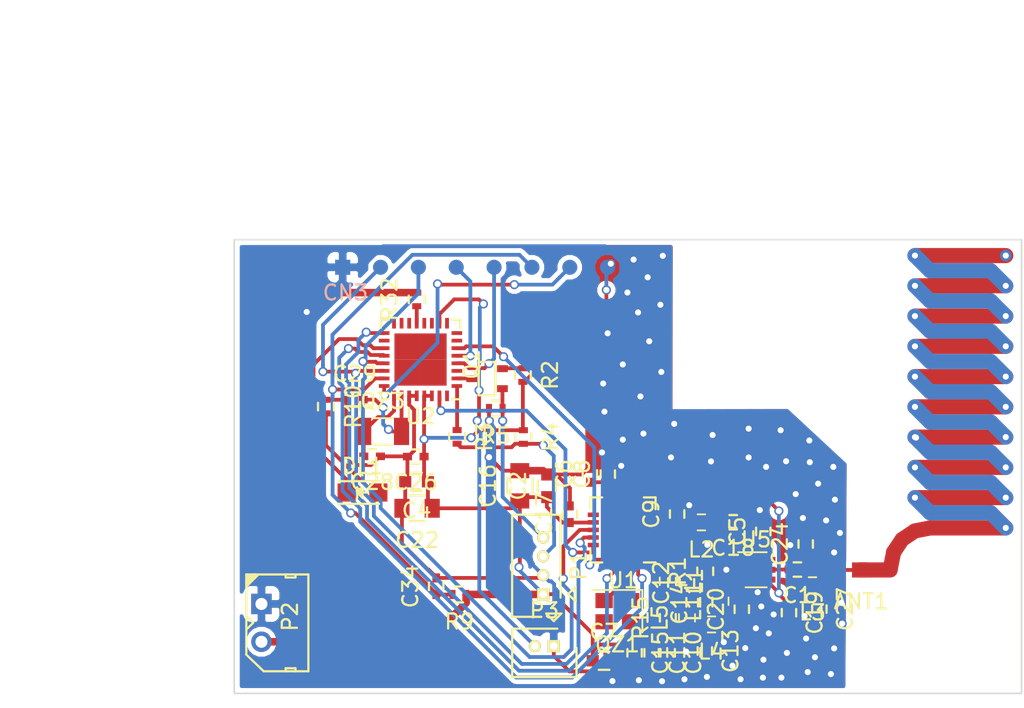
<source format=kicad_pcb>
(kicad_pcb (version 4) (host pcbnew 4.0.2+dfsg1-stable)

  (general
    (links 110)
    (no_connects 0)
    (area 121.647119 70.907439 173.747121 101.007441)
    (thickness 1.6)
    (drawings 7)
    (tracks 569)
    (zones 0)
    (modules 53)
    (nets 57)
  )

  (page A4)
  (layers
    (0 F.Cu signal)
    (31 B.Cu signal)
    (32 B.Adhes user)
    (33 F.Adhes user)
    (34 B.Paste user)
    (35 F.Paste user)
    (36 B.SilkS user)
    (37 F.SilkS user)
    (38 B.Mask user)
    (39 F.Mask user)
    (40 Dwgs.User user)
    (41 Cmts.User user)
    (42 Eco1.User user)
    (43 Eco2.User user)
    (44 Edge.Cuts user)
    (45 Margin user)
    (46 B.CrtYd user)
    (47 F.CrtYd user)
    (48 B.Fab user)
    (49 F.Fab user)
  )

  (setup
    (last_trace_width 0.25)
    (trace_clearance 0.2)
    (zone_clearance 0.308)
    (zone_45_only no)
    (trace_min 0.2)
    (segment_width 0.2)
    (edge_width 0.1)
    (via_size 0.6)
    (via_drill 0.4)
    (via_min_size 0.4)
    (via_min_drill 0.3)
    (uvia_size 0.3)
    (uvia_drill 0.1)
    (uvias_allowed no)
    (uvia_min_size 0.2)
    (uvia_min_drill 0.1)
    (pcb_text_width 0.3)
    (pcb_text_size 1.5 1.5)
    (mod_edge_width 0.15)
    (mod_text_size 1 1)
    (mod_text_width 0.15)
    (pad_size 1.5 1.5)
    (pad_drill 0.6)
    (pad_to_mask_clearance 0)
    (aux_axis_origin 0 0)
    (visible_elements FFFEFFFF)
    (pcbplotparams
      (layerselection 0x3ffff_80000001)
      (usegerberextensions false)
      (excludeedgelayer true)
      (linewidth 0.100000)
      (plotframeref false)
      (viasonmask false)
      (mode 1)
      (useauxorigin false)
      (hpglpennumber 1)
      (hpglpenspeed 20)
      (hpglpendiameter 15)
      (hpglpenoverlay 2)
      (psnegative false)
      (psa4output false)
      (plotreference true)
      (plotvalue true)
      (plotinvisibletext false)
      (padsonsilk false)
      (subtractmaskfromsilk false)
      (outputformat 1)
      (mirror false)
      (drillshape 0)
      (scaleselection 1)
      (outputdirectory 03_Fabrication/))
  )

  (net 0 "")
  (net 1 "Net-(ANT1-Pad1)")
  (net 2 "Net-(C1-Pad1)")
  (net 3 "Net-(C1-Pad2)")
  (net 4 VCC)
  (net 5 GND)
  (net 6 "Net-(C5-Pad1)")
  (net 7 "Net-(C6-Pad1)")
  (net 8 "Net-(C9-Pad1)")
  (net 9 "Net-(C12-Pad1)")
  (net 10 "Net-(C12-Pad2)")
  (net 11 "Net-(C13-Pad1)")
  (net 12 "Net-(C14-Pad2)")
  (net 13 "Net-(C18-Pad1)")
  (net 14 "Net-(C18-Pad2)")
  (net 15 "Net-(C19-Pad1)")
  (net 16 "Net-(C20-Pad1)")
  (net 17 "Net-(C20-Pad2)")
  (net 18 "Net-(C28-Pad2)")
  (net 19 "Net-(C29-Pad2)")
  (net 20 "Net-(C34-Pad1)")
  (net 21 SI)
  (net 22 SO)
  (net 23 "Net-(CN3-Pad4)")
  (net 24 "Net-(CN3-Pad5)")
  (net 25 "Net-(CN3-Pad7)")
  (net 26 "Net-(DL1-Pad2)")
  (net 27 "Net-(DL1-Pad1)")
  (net 28 "Net-(L1-Pad2)")
  (net 29 /White)
  (net 30 /Yellow)
  (net 31 "Net-(P3-Pad2)")
  (net 32 "Net-(Q1-Pad2)")
  (net 33 /TX)
  (net 34 "Net-(QZ1-Pad1)")
  (net 35 "Net-(QZ1-Pad2)")
  (net 36 /RX)
  (net 37 "Net-(R32-Pad1)")
  (net 38 "Net-(U1-Pad5)")
  (net 39 "Net-(U1-Pad6)")
  (net 40 "Net-(U1-Pad9)")
  (net 41 "Net-(U1-Pad11)")
  (net 42 CLK)
  (net 43 CS)
  (net 44 IRQ)
  (net 45 PD)
  (net 46 "Net-(U2-Pad3)")
  (net 47 "Net-(U2-Pad7)")
  (net 48 "Net-(U2-Pad8)")
  (net 49 "Net-(U2-Pad9)")
  (net 50 "Net-(U2-Pad11)")
  (net 51 "Net-(U2-Pad12)")
  (net 52 "Net-(U2-Pad14)")
  (net 53 "Net-(U2-Pad15)")
  (net 54 "Net-(U2-Pad16)")
  (net 55 "Net-(U2-Pad18)")
  (net 56 "Net-(U2-Pad32)")

  (net_class Default "This is the default net class."
    (clearance 0.2)
    (trace_width 0.25)
    (via_dia 0.6)
    (via_drill 0.4)
    (uvia_dia 0.3)
    (uvia_drill 0.1)
    (add_net /RX)
    (add_net /TX)
    (add_net /White)
    (add_net /Yellow)
    (add_net CLK)
    (add_net CS)
    (add_net GND)
    (add_net IRQ)
    (add_net "Net-(ANT1-Pad1)")
    (add_net "Net-(C1-Pad1)")
    (add_net "Net-(C1-Pad2)")
    (add_net "Net-(C12-Pad1)")
    (add_net "Net-(C12-Pad2)")
    (add_net "Net-(C13-Pad1)")
    (add_net "Net-(C14-Pad2)")
    (add_net "Net-(C18-Pad1)")
    (add_net "Net-(C18-Pad2)")
    (add_net "Net-(C19-Pad1)")
    (add_net "Net-(C20-Pad1)")
    (add_net "Net-(C20-Pad2)")
    (add_net "Net-(C28-Pad2)")
    (add_net "Net-(C29-Pad2)")
    (add_net "Net-(C34-Pad1)")
    (add_net "Net-(C5-Pad1)")
    (add_net "Net-(C6-Pad1)")
    (add_net "Net-(C9-Pad1)")
    (add_net "Net-(CN3-Pad4)")
    (add_net "Net-(CN3-Pad5)")
    (add_net "Net-(CN3-Pad7)")
    (add_net "Net-(DL1-Pad1)")
    (add_net "Net-(DL1-Pad2)")
    (add_net "Net-(L1-Pad2)")
    (add_net "Net-(P3-Pad2)")
    (add_net "Net-(Q1-Pad2)")
    (add_net "Net-(QZ1-Pad1)")
    (add_net "Net-(QZ1-Pad2)")
    (add_net "Net-(R32-Pad1)")
    (add_net "Net-(U1-Pad11)")
    (add_net "Net-(U1-Pad5)")
    (add_net "Net-(U1-Pad6)")
    (add_net "Net-(U1-Pad9)")
    (add_net "Net-(U2-Pad11)")
    (add_net "Net-(U2-Pad12)")
    (add_net "Net-(U2-Pad14)")
    (add_net "Net-(U2-Pad15)")
    (add_net "Net-(U2-Pad16)")
    (add_net "Net-(U2-Pad18)")
    (add_net "Net-(U2-Pad3)")
    (add_net "Net-(U2-Pad32)")
    (add_net "Net-(U2-Pad7)")
    (add_net "Net-(U2-Pad8)")
    (add_net "Net-(U2-Pad9)")
    (add_net PD)
    (add_net SI)
    (add_net SO)
    (add_net VCC)
  )

  (module saet:antenna_pcb_complete_reversed (layer F.Cu) (tedit 5BADD5AD) (tstamp 5BC0A78A)
    (at 162.99942 92.79408)
    (path /53F4C1B5/546215C2)
    (fp_text reference ANT1 (at 0.1016 2.0828) (layer F.SilkS)
      (effects (font (size 1 1) (thickness 0.15)))
    )
    (fp_text value "Antenna PCB" (at 0.1016 -1.8288) (layer F.Fab)
      (effects (font (size 1 1) (thickness 0.15)))
    )
    (fp_line (start 3.6576 -10.78002) (end 3.6576 -10.78002) (layer B.Mask) (width 0.8636))
    (fp_line (start 3.6576 -8.78104) (end 3.6576 -8.78104) (layer B.Mask) (width 0.8636))
    (fp_line (start 3.73126 -8.74802) (end 3.73126 -8.74802) (layer B.Mask) (width 0.8636))
    (fp_line (start 3.6576 -6.77952) (end 3.6576 -6.77952) (layer B.Mask) (width 0.8636))
    (fp_line (start 3.6576 -4.78054) (end 3.6576 -4.78054) (layer B.Mask) (width 0.8636))
    (fp_line (start 9.65708 -4.78054) (end 9.65708 -4.78054) (layer B.Mask) (width 0.8636))
    (fp_line (start 9.65708 -6.77952) (end 9.65708 -6.77952) (layer B.Mask) (width 0.8636))
    (fp_line (start 9.65708 -8.78104) (end 9.65708 -8.78104) (layer B.Mask) (width 0.8636))
    (fp_line (start 9.65708 -10.78002) (end 9.65708 -10.78002) (layer B.Mask) (width 0.8636))
    (fp_line (start 9.65708 -12.779) (end 9.65708 -12.779) (layer B.Mask) (width 0.8636))
    (fp_line (start 9.65708 -14.78052) (end 9.65708 -14.78052) (layer B.Mask) (width 0.8636))
    (fp_line (start 9.65708 -16.7795) (end 9.65708 -16.7795) (layer B.Mask) (width 0.8636))
    (fp_line (start 9.65708 -18.78102) (end 9.65708 -18.78102) (layer B.Mask) (width 0.8636))
    (fp_line (start 9.65708 -20.78) (end 9.65708 -20.78) (layer B.Mask) (width 0.8636))
    (fp_line (start 3.6576 -20.78) (end 3.6576 -20.78) (layer B.Mask) (width 0.8636))
    (fp_line (start 3.6576 -18.78102) (end 3.6576 -18.78102) (layer B.Mask) (width 0.8636))
    (fp_line (start 3.6576 -16.7795) (end 3.6576 -16.7795) (layer B.Mask) (width 0.8636))
    (fp_line (start 3.6576 -14.78052) (end 3.6576 -14.78052) (layer B.Mask) (width 0.8636))
    (fp_line (start 3.6576 -12.779) (end 3.6576 -12.779) (layer B.Mask) (width 0.8636))
    (fp_line (start 9.65708 -2.77902) (end 9.65708 -2.77902) (layer B.Mask) (width 0.8636))
    (fp_line (start 3.6576 -10.78002) (end 3.6576 -10.78002) (layer F.Mask) (width 0.8636))
    (fp_line (start 3.6576 -8.78104) (end 3.6576 -8.78104) (layer F.Mask) (width 0.8636))
    (fp_line (start 3.73126 -8.74802) (end 3.73126 -8.74802) (layer F.Mask) (width 0.8636))
    (fp_line (start 3.6576 -6.77952) (end 3.6576 -6.77952) (layer F.Mask) (width 0.8636))
    (fp_line (start 3.6576 -4.78054) (end 3.6576 -4.78054) (layer F.Mask) (width 0.8636))
    (fp_line (start 9.65708 -4.78054) (end 9.65708 -4.78054) (layer F.Mask) (width 0.8636))
    (fp_line (start 9.65708 -6.77952) (end 9.65708 -6.77952) (layer F.Mask) (width 0.8636))
    (fp_line (start 9.65708 -8.78104) (end 9.65708 -8.78104) (layer F.Mask) (width 0.8636))
    (fp_line (start 9.65708 -10.78002) (end 9.65708 -10.78002) (layer F.Mask) (width 0.8636))
    (fp_line (start 9.65708 -12.779) (end 9.65708 -12.779) (layer F.Mask) (width 0.8636))
    (fp_line (start 9.65708 -14.78052) (end 9.65708 -14.78052) (layer F.Mask) (width 0.8636))
    (fp_line (start 9.65708 -16.7795) (end 9.65708 -16.7795) (layer F.Mask) (width 0.8636))
    (fp_line (start 9.65708 -18.78102) (end 9.65708 -18.78102) (layer F.Mask) (width 0.8636))
    (fp_line (start 9.65708 -20.78) (end 9.65708 -20.78) (layer F.Mask) (width 0.8636))
    (fp_line (start 3.6576 -20.78) (end 3.6576 -20.78) (layer F.Mask) (width 0.8636))
    (fp_line (start 3.6576 -18.78102) (end 3.6576 -18.78102) (layer F.Mask) (width 0.8636))
    (fp_line (start 3.6576 -16.7795) (end 3.6576 -16.7795) (layer F.Mask) (width 0.8636))
    (fp_line (start 3.6576 -14.78052) (end 3.6576 -14.78052) (layer F.Mask) (width 0.8636))
    (fp_line (start 3.6576 -12.779) (end 3.6576 -12.779) (layer F.Mask) (width 0.8636))
    (fp_line (start 9.65708 -2.77902) (end 9.65708 -2.77902) (layer F.Mask) (width 0.8636))
    (fp_line (start 3.6576 -10.78002) (end 4.65836 -9.77926) (layer B.Cu) (width 1.00076))
    (fp_line (start 4.65836 -9.77926) (end 8.65886 -9.77926) (layer B.Cu) (width 1.00076))
    (fp_line (start 8.65886 -9.77926) (end 9.65708 -8.78104) (layer B.Cu) (width 1.00076))
    (fp_line (start 9.65708 -10.78002) (end 8.65886 -11.78078) (layer B.Cu) (width 1.00076))
    (fp_line (start 8.65886 -11.78078) (end 4.65836 -11.78078) (layer B.Cu) (width 1.00076))
    (fp_line (start 4.65836 -11.78078) (end 3.6576 -12.779) (layer B.Cu) (width 1.00076))
    (fp_line (start 4.65836 -13.77976) (end 3.6576 -14.78052) (layer B.Cu) (width 1.00076))
    (fp_line (start 4.65836 -13.77976) (end 8.65886 -13.77976) (layer B.Cu) (width 1.00076))
    (fp_line (start 8.65886 -13.77976) (end 9.65708 -12.779) (layer B.Cu) (width 1.00076))
    (fp_line (start 9.65708 -14.78052) (end 8.65886 -15.78128) (layer B.Cu) (width 1.00076))
    (fp_line (start 8.65886 -15.78128) (end 4.65836 -15.78128) (layer B.Cu) (width 1.00076))
    (fp_line (start 4.65836 -15.78128) (end 3.6576 -16.7795) (layer B.Cu) (width 1.00076))
    (fp_line (start 4.65836 -17.78026) (end 3.6576 -18.78102) (layer B.Cu) (width 1.00076))
    (fp_line (start 4.65836 -19.77924) (end 3.6576 -20.78) (layer B.Cu) (width 1.00076))
    (fp_line (start 4.65836 -19.77924) (end 8.65886 -19.77924) (layer B.Cu) (width 1.00076))
    (fp_line (start 8.65886 -19.77924) (end 9.65708 -18.78102) (layer B.Cu) (width 1.00076))
    (fp_line (start 8.65886 -17.78026) (end 9.65708 -16.7795) (layer B.Cu) (width 1.00076))
    (fp_line (start 8.65886 -17.78026) (end 4.65836 -17.78026) (layer B.Cu) (width 1.00076))
    (fp_line (start 3.6576 -8.78104) (end 4.65836 -7.78028) (layer B.Cu) (width 1.00076))
    (fp_line (start 3.6576 -6.77952) (end 4.65836 -5.7813) (layer B.Cu) (width 1.00076))
    (fp_line (start 4.65836 -5.7813) (end 8.65886 -5.7813) (layer B.Cu) (width 1.00076))
    (fp_line (start 8.65886 -5.7813) (end 9.65708 -4.78054) (layer B.Cu) (width 1.00076))
    (fp_line (start 9.65708 -6.77952) (end 8.65886 -7.78028) (layer B.Cu) (width 1.00076))
    (fp_line (start 8.65886 -7.78028) (end 4.65836 -7.78028) (layer B.Cu) (width 1.00076))
    (fp_line (start 3.6576 -4.78054) (end 4.65836 -3.77978) (layer B.Cu) (width 1.00076))
    (fp_line (start 4.65836 -3.77978) (end 8.65886 -3.77978) (layer B.Cu) (width 1.00076))
    (fp_line (start 8.65886 -3.77978) (end 9.65708 -2.77902) (layer B.Cu) (width 1.00076))
    (fp_line (start 2.53492 -2.29388) (end 3.09372 -1.73508) (layer F.Cu) (width 0.20066))
    (fp_line (start 3.6576 -18.78102) (end 9.65708 -18.78102) (layer F.Cu) (width 1.00076))
    (fp_line (start 9.65708 -20.78) (end 3.6576 -20.78) (layer F.Cu) (width 1.00076))
    (fp_line (start 3.6576 -16.7795) (end 9.65708 -16.7795) (layer F.Cu) (width 1.00076))
    (fp_line (start 9.65708 -14.78052) (end 3.6576 -14.78052) (layer F.Cu) (width 1.00076))
    (fp_line (start 3.6576 -12.779) (end 9.65708 -12.779) (layer F.Cu) (width 1.00076))
    (fp_line (start 9.65708 -10.78002) (end 3.6576 -10.78002) (layer F.Cu) (width 1.00076))
    (fp_line (start 3.6576 -8.78104) (end 9.65708 -8.78104) (layer F.Cu) (width 1.00076))
    (fp_line (start 9.65708 -6.77952) (end 3.6576 -6.77952) (layer F.Cu) (width 1.00076))
    (fp_line (start 3.6576 -4.78054) (end 9.65708 -4.78054) (layer F.Cu) (width 1.00076))
    (fp_line (start 9.65708 -2.77902) (end 4.65836 -2.77902) (layer F.Cu) (width 1.00076))
    (fp_line (start 2.02438 -0.00026) (end 0.02286 -0.00026) (layer F.Cu) (width 1.00076))
    (fp_line (start 4.64312 -2.77394) (end 3.65166 -2.57673) (layer F.Cu) (width 1.00076))
    (fp_line (start 3.65166 -2.57673) (end 2.81115 -2.01511) (layer F.Cu) (width 1.00076))
    (fp_line (start 2.81115 -2.01511) (end 2.24953 -1.1746) (layer F.Cu) (width 1.00076))
    (fp_line (start 2.24953 -1.1746) (end 2.05232 -0.18314) (layer F.Cu) (width 1.00076))
    (pad 1 smd rect (at 0 0) (size 1 1) (layers F.Cu)
      (net 1 "Net-(ANT1-Pad1)"))
    (pad "" thru_hole circle (at 3.6576 -10.78002) (size 0.762 0.762) (drill 0.4) (layers *.Cu))
    (pad "" thru_hole circle (at 3.6576 -8.78104) (size 0.762 0.762) (drill 0.4) (layers *.Cu))
    (pad "" thru_hole circle (at 3.73126 -8.74802) (size 0.762 0.762) (drill 0.4) (layers *.Cu))
    (pad "" thru_hole circle (at 3.6576 -6.77952) (size 0.762 0.762) (drill 0.4) (layers *.Cu))
    (pad "" thru_hole circle (at 3.6576 -4.78054) (size 0.762 0.762) (drill 0.4) (layers *.Cu))
    (pad "" thru_hole circle (at 9.65708 -4.78054) (size 0.762 0.762) (drill 0.4) (layers *.Cu))
    (pad "" thru_hole circle (at 9.65708 -6.77952) (size 0.762 0.762) (drill 0.4) (layers *.Cu))
    (pad "" thru_hole circle (at 9.65708 -8.78104) (size 0.762 0.762) (drill 0.4) (layers *.Cu))
    (pad "" thru_hole circle (at 9.65708 -10.78002) (size 0.762 0.762) (drill 0.4) (layers *.Cu))
    (pad "" thru_hole circle (at 9.65708 -12.779) (size 0.762 0.762) (drill 0.4) (layers *.Cu))
    (pad "" thru_hole circle (at 9.65708 -14.78052) (size 0.762 0.762) (drill 0.4) (layers *.Cu))
    (pad "" thru_hole circle (at 9.65708 -16.7795) (size 0.762 0.762) (drill 0.4) (layers *.Cu))
    (pad "" thru_hole circle (at 9.65708 -18.78102) (size 0.762 0.762) (drill 0.4) (layers *.Cu))
    (pad "" thru_hole circle (at 9.65708 -20.78) (size 0.762 0.762) (drill 0.4) (layers *.Cu))
    (pad "" thru_hole circle (at 3.6576 -20.78) (size 0.762 0.762) (drill 0.4) (layers *.Cu))
    (pad "" thru_hole circle (at 3.6576 -18.78102) (size 0.762 0.762) (drill 0.4) (layers *.Cu))
    (pad "" thru_hole circle (at 3.6576 -16.7795) (size 0.762 0.762) (drill 0.4) (layers *.Cu))
    (pad "" thru_hole circle (at 3.6576 -14.78052) (size 0.762 0.762) (drill 0.4) (layers *.Cu))
    (pad "" thru_hole circle (at 3.6576 -12.779) (size 0.762 0.762) (drill 0.4) (layers *.Cu))
    (pad "" thru_hole circle (at 9.65708 -2.77902) (size 0.762 0.762) (drill 0.4) (layers *.Cu))
  )

  (module Capacitors_SMD:C_0402 (layer F.Cu) (tedit 5415D599) (tstamp 5BC0A796)
    (at 158.89224 92.76696 180)
    (descr "Capacitor SMD 0402, reflow soldering, AVX (see smccp.pdf)")
    (tags "capacitor 0402")
    (path /53F4C1B5/53F4CB37)
    (attr smd)
    (fp_text reference C1 (at 0 -1.7 180) (layer F.SilkS)
      (effects (font (size 1 1) (thickness 0.15)))
    )
    (fp_text value 68p (at 0 1.7 180) (layer F.Fab)
      (effects (font (size 1 1) (thickness 0.15)))
    )
    (fp_line (start -1.15 -0.6) (end 1.15 -0.6) (layer F.CrtYd) (width 0.05))
    (fp_line (start -1.15 0.6) (end 1.15 0.6) (layer F.CrtYd) (width 0.05))
    (fp_line (start -1.15 -0.6) (end -1.15 0.6) (layer F.CrtYd) (width 0.05))
    (fp_line (start 1.15 -0.6) (end 1.15 0.6) (layer F.CrtYd) (width 0.05))
    (fp_line (start 0.25 -0.475) (end -0.25 -0.475) (layer F.SilkS) (width 0.15))
    (fp_line (start -0.25 0.475) (end 0.25 0.475) (layer F.SilkS) (width 0.15))
    (pad 1 smd rect (at -0.55 0 180) (size 0.6 0.5) (layers F.Cu F.Paste F.Mask)
      (net 2 "Net-(C1-Pad1)"))
    (pad 2 smd rect (at 0.55 0 180) (size 0.6 0.5) (layers F.Cu F.Paste F.Mask)
      (net 3 "Net-(C1-Pad2)"))
    (model Capacitors_SMD.3dshapes/C_0402.wrl
      (at (xyz 0 0 0))
      (scale (xyz 1 1 1))
      (rotate (xyz 0 0 0))
    )
  )

  (module Capacitors_SMD:C_0603 (layer F.Cu) (tedit 5415D631) (tstamp 5BC0A7A2)
    (at 142.34414 87.2323 90)
    (descr "Capacitor SMD 0603, reflow soldering, AVX (see smccp.pdf)")
    (tags "capacitor 0603")
    (path /5464CB0E)
    (attr smd)
    (fp_text reference C2 (at 0 -1.9 90) (layer F.SilkS)
      (effects (font (size 1 1) (thickness 0.15)))
    )
    (fp_text value 4u7 (at 0 1.9 90) (layer F.Fab)
      (effects (font (size 1 1) (thickness 0.15)))
    )
    (fp_line (start -1.45 -0.75) (end 1.45 -0.75) (layer F.CrtYd) (width 0.05))
    (fp_line (start -1.45 0.75) (end 1.45 0.75) (layer F.CrtYd) (width 0.05))
    (fp_line (start -1.45 -0.75) (end -1.45 0.75) (layer F.CrtYd) (width 0.05))
    (fp_line (start 1.45 -0.75) (end 1.45 0.75) (layer F.CrtYd) (width 0.05))
    (fp_line (start -0.35 -0.6) (end 0.35 -0.6) (layer F.SilkS) (width 0.15))
    (fp_line (start 0.35 0.6) (end -0.35 0.6) (layer F.SilkS) (width 0.15))
    (pad 1 smd rect (at -0.75 0 90) (size 0.8 0.75) (layers F.Cu F.Paste F.Mask)
      (net 4 VCC))
    (pad 2 smd rect (at 0.75 0 90) (size 0.8 0.75) (layers F.Cu F.Paste F.Mask)
      (net 5 GND))
    (model Capacitors_SMD.3dshapes/C_0603.wrl
      (at (xyz 0 0 0))
      (scale (xyz 1 1 1))
      (rotate (xyz 0 0 0))
    )
  )

  (module Capacitors_SMD:C_0603 (layer F.Cu) (tedit 5415D631) (tstamp 5BC0A7AE)
    (at 133.737202 86.963456 180)
    (descr "Capacitor SMD 0603, reflow soldering, AVX (see smccp.pdf)")
    (tags "capacitor 0603")
    (path /5464CD24)
    (attr smd)
    (fp_text reference C4 (at 0 -1.9 180) (layer F.SilkS)
      (effects (font (size 1 1) (thickness 0.15)))
    )
    (fp_text value 10u (at 0 1.9 180) (layer F.Fab)
      (effects (font (size 1 1) (thickness 0.15)))
    )
    (fp_line (start -1.45 -0.75) (end 1.45 -0.75) (layer F.CrtYd) (width 0.05))
    (fp_line (start -1.45 0.75) (end 1.45 0.75) (layer F.CrtYd) (width 0.05))
    (fp_line (start -1.45 -0.75) (end -1.45 0.75) (layer F.CrtYd) (width 0.05))
    (fp_line (start 1.45 -0.75) (end 1.45 0.75) (layer F.CrtYd) (width 0.05))
    (fp_line (start -0.35 -0.6) (end 0.35 -0.6) (layer F.SilkS) (width 0.15))
    (fp_line (start 0.35 0.6) (end -0.35 0.6) (layer F.SilkS) (width 0.15))
    (pad 1 smd rect (at -0.75 0 180) (size 0.8 0.75) (layers F.Cu F.Paste F.Mask)
      (net 4 VCC))
    (pad 2 smd rect (at 0.75 0 180) (size 0.8 0.75) (layers F.Cu F.Paste F.Mask)
      (net 5 GND))
    (model Capacitors_SMD.3dshapes/C_0603.wrl
      (at (xyz 0 0 0))
      (scale (xyz 1 1 1))
      (rotate (xyz 0 0 0))
    )
  )

  (module Capacitors_SMD:C_0402 (layer F.Cu) (tedit 5415D599) (tstamp 5BC0A7BA)
    (at 156.63672 90.24728 90)
    (descr "Capacitor SMD 0402, reflow soldering, AVX (see smccp.pdf)")
    (tags "capacitor 0402")
    (path /53F4C1B5/53F4C69B)
    (attr smd)
    (fp_text reference C5 (at 0 -1.7 90) (layer F.SilkS)
      (effects (font (size 1 1) (thickness 0.15)))
    )
    (fp_text value 1p (at 0 1.7 90) (layer F.Fab)
      (effects (font (size 1 1) (thickness 0.15)))
    )
    (fp_line (start -1.15 -0.6) (end 1.15 -0.6) (layer F.CrtYd) (width 0.05))
    (fp_line (start -1.15 0.6) (end 1.15 0.6) (layer F.CrtYd) (width 0.05))
    (fp_line (start -1.15 -0.6) (end -1.15 0.6) (layer F.CrtYd) (width 0.05))
    (fp_line (start 1.15 -0.6) (end 1.15 0.6) (layer F.CrtYd) (width 0.05))
    (fp_line (start 0.25 -0.475) (end -0.25 -0.475) (layer F.SilkS) (width 0.15))
    (fp_line (start -0.25 0.475) (end 0.25 0.475) (layer F.SilkS) (width 0.15))
    (pad 1 smd rect (at -0.55 0 90) (size 0.6 0.5) (layers F.Cu F.Paste F.Mask)
      (net 6 "Net-(C5-Pad1)"))
    (pad 2 smd rect (at 0.55 0 90) (size 0.6 0.5) (layers F.Cu F.Paste F.Mask)
      (net 5 GND))
    (model Capacitors_SMD.3dshapes/C_0402.wrl
      (at (xyz 0 0 0))
      (scale (xyz 1 1 1))
      (rotate (xyz 0 0 0))
    )
  )

  (module Capacitors_SMD:C_0402 (layer F.Cu) (tedit 5415D599) (tstamp 5BC0A7C6)
    (at 145.1864 86.44744 90)
    (descr "Capacitor SMD 0402, reflow soldering, AVX (see smccp.pdf)")
    (tags "capacitor 0402")
    (path /53F4C1B5/53F4B2E7)
    (attr smd)
    (fp_text reference C6 (at 0 -1.7 90) (layer F.SilkS)
      (effects (font (size 1 1) (thickness 0.15)))
    )
    (fp_text value 1u (at 0 1.7 90) (layer F.Fab)
      (effects (font (size 1 1) (thickness 0.15)))
    )
    (fp_line (start -1.15 -0.6) (end 1.15 -0.6) (layer F.CrtYd) (width 0.05))
    (fp_line (start -1.15 0.6) (end 1.15 0.6) (layer F.CrtYd) (width 0.05))
    (fp_line (start -1.15 -0.6) (end -1.15 0.6) (layer F.CrtYd) (width 0.05))
    (fp_line (start 1.15 -0.6) (end 1.15 0.6) (layer F.CrtYd) (width 0.05))
    (fp_line (start 0.25 -0.475) (end -0.25 -0.475) (layer F.SilkS) (width 0.15))
    (fp_line (start -0.25 0.475) (end 0.25 0.475) (layer F.SilkS) (width 0.15))
    (pad 1 smd rect (at -0.55 0 90) (size 0.6 0.5) (layers F.Cu F.Paste F.Mask)
      (net 7 "Net-(C6-Pad1)"))
    (pad 2 smd rect (at 0.55 0 90) (size 0.6 0.5) (layers F.Cu F.Paste F.Mask)
      (net 5 GND))
    (model Capacitors_SMD.3dshapes/C_0402.wrl
      (at (xyz 0 0 0))
      (scale (xyz 1 1 1))
      (rotate (xyz 0 0 0))
    )
  )

  (module Capacitors_SMD:C_0603 (layer F.Cu) (tedit 5415D631) (tstamp 5BC0A7D2)
    (at 146.12296 98.79692)
    (descr "Capacitor SMD 0603, reflow soldering, AVX (see smccp.pdf)")
    (tags "capacitor 0603")
    (path /53F4C1B5/53F4B539)
    (attr smd)
    (fp_text reference C7 (at 0 -1.9) (layer F.SilkS)
      (effects (font (size 1 1) (thickness 0.15)))
    )
    (fp_text value 2u2 (at 0 1.9) (layer F.Fab)
      (effects (font (size 1 1) (thickness 0.15)))
    )
    (fp_line (start -1.45 -0.75) (end 1.45 -0.75) (layer F.CrtYd) (width 0.05))
    (fp_line (start -1.45 0.75) (end 1.45 0.75) (layer F.CrtYd) (width 0.05))
    (fp_line (start -1.45 -0.75) (end -1.45 0.75) (layer F.CrtYd) (width 0.05))
    (fp_line (start 1.45 -0.75) (end 1.45 0.75) (layer F.CrtYd) (width 0.05))
    (fp_line (start -0.35 -0.6) (end 0.35 -0.6) (layer F.SilkS) (width 0.15))
    (fp_line (start 0.35 0.6) (end -0.35 0.6) (layer F.SilkS) (width 0.15))
    (pad 1 smd rect (at -0.75 0) (size 0.8 0.75) (layers F.Cu F.Paste F.Mask)
      (net 4 VCC))
    (pad 2 smd rect (at 0.75 0) (size 0.8 0.75) (layers F.Cu F.Paste F.Mask)
      (net 5 GND))
    (model Capacitors_SMD.3dshapes/C_0603.wrl
      (at (xyz 0 0 0))
      (scale (xyz 1 1 1))
      (rotate (xyz 0 0 0))
    )
  )

  (module Capacitors_SMD:C_0402 (layer F.Cu) (tedit 5415D599) (tstamp 5BC0A7DE)
    (at 146.3675 86.46014 90)
    (descr "Capacitor SMD 0402, reflow soldering, AVX (see smccp.pdf)")
    (tags "capacitor 0402")
    (path /53F4C1B5/53F4B2DA)
    (attr smd)
    (fp_text reference C8 (at 0 -1.7 90) (layer F.SilkS)
      (effects (font (size 1 1) (thickness 0.15)))
    )
    (fp_text value 100n (at 0 1.7 90) (layer F.Fab)
      (effects (font (size 1 1) (thickness 0.15)))
    )
    (fp_line (start -1.15 -0.6) (end 1.15 -0.6) (layer F.CrtYd) (width 0.05))
    (fp_line (start -1.15 0.6) (end 1.15 0.6) (layer F.CrtYd) (width 0.05))
    (fp_line (start -1.15 -0.6) (end -1.15 0.6) (layer F.CrtYd) (width 0.05))
    (fp_line (start 1.15 -0.6) (end 1.15 0.6) (layer F.CrtYd) (width 0.05))
    (fp_line (start 0.25 -0.475) (end -0.25 -0.475) (layer F.SilkS) (width 0.15))
    (fp_line (start -0.25 0.475) (end 0.25 0.475) (layer F.SilkS) (width 0.15))
    (pad 1 smd rect (at -0.55 0 90) (size 0.6 0.5) (layers F.Cu F.Paste F.Mask)
      (net 7 "Net-(C6-Pad1)"))
    (pad 2 smd rect (at 0.55 0 90) (size 0.6 0.5) (layers F.Cu F.Paste F.Mask)
      (net 5 GND))
    (model Capacitors_SMD.3dshapes/C_0402.wrl
      (at (xyz 0 0 0))
      (scale (xyz 1 1 1))
      (rotate (xyz 0 0 0))
    )
  )

  (module Capacitors_SMD:C_0402 (layer F.Cu) (tedit 5415D599) (tstamp 5BC0A7EA)
    (at 150.94712 89.09784 90)
    (descr "Capacitor SMD 0402, reflow soldering, AVX (see smccp.pdf)")
    (tags "capacitor 0402")
    (path /53F4C1B5/54626D46)
    (attr smd)
    (fp_text reference C9 (at 0 -1.7 90) (layer F.SilkS)
      (effects (font (size 1 1) (thickness 0.15)))
    )
    (fp_text value 3p9 (at 0 1.7 90) (layer F.Fab)
      (effects (font (size 1 1) (thickness 0.15)))
    )
    (fp_line (start -1.15 -0.6) (end 1.15 -0.6) (layer F.CrtYd) (width 0.05))
    (fp_line (start -1.15 0.6) (end 1.15 0.6) (layer F.CrtYd) (width 0.05))
    (fp_line (start -1.15 -0.6) (end -1.15 0.6) (layer F.CrtYd) (width 0.05))
    (fp_line (start 1.15 -0.6) (end 1.15 0.6) (layer F.CrtYd) (width 0.05))
    (fp_line (start 0.25 -0.475) (end -0.25 -0.475) (layer F.SilkS) (width 0.15))
    (fp_line (start -0.25 0.475) (end 0.25 0.475) (layer F.SilkS) (width 0.15))
    (pad 1 smd rect (at -0.55 0 90) (size 0.6 0.5) (layers F.Cu F.Paste F.Mask)
      (net 8 "Net-(C9-Pad1)"))
    (pad 2 smd rect (at 0.55 0 90) (size 0.6 0.5) (layers F.Cu F.Paste F.Mask)
      (net 5 GND))
    (model Capacitors_SMD.3dshapes/C_0402.wrl
      (at (xyz 0 0 0))
      (scale (xyz 1 1 1))
      (rotate (xyz 0 0 0))
    )
  )

  (module Capacitors_SMD:C_0402 (layer F.Cu) (tedit 5415D599) (tstamp 5BC0A7F6)
    (at 150.32482 98.2686 270)
    (descr "Capacitor SMD 0402, reflow soldering, AVX (see smccp.pdf)")
    (tags "capacitor 0402")
    (path /53F4C1B5/53F4B552)
    (attr smd)
    (fp_text reference C10 (at 0 -1.7 270) (layer F.SilkS)
      (effects (font (size 1 1) (thickness 0.15)))
    )
    (fp_text value 33p (at 0 1.7 270) (layer F.Fab)
      (effects (font (size 1 1) (thickness 0.15)))
    )
    (fp_line (start -1.15 -0.6) (end 1.15 -0.6) (layer F.CrtYd) (width 0.05))
    (fp_line (start -1.15 0.6) (end 1.15 0.6) (layer F.CrtYd) (width 0.05))
    (fp_line (start -1.15 -0.6) (end -1.15 0.6) (layer F.CrtYd) (width 0.05))
    (fp_line (start 1.15 -0.6) (end 1.15 0.6) (layer F.CrtYd) (width 0.05))
    (fp_line (start 0.25 -0.475) (end -0.25 -0.475) (layer F.SilkS) (width 0.15))
    (fp_line (start -0.25 0.475) (end 0.25 0.475) (layer F.SilkS) (width 0.15))
    (pad 1 smd rect (at -0.55 0 270) (size 0.6 0.5) (layers F.Cu F.Paste F.Mask)
      (net 4 VCC))
    (pad 2 smd rect (at 0.55 0 270) (size 0.6 0.5) (layers F.Cu F.Paste F.Mask)
      (net 5 GND))
    (model Capacitors_SMD.3dshapes/C_0402.wrl
      (at (xyz 0 0 0))
      (scale (xyz 1 1 1))
      (rotate (xyz 0 0 0))
    )
  )

  (module Capacitors_SMD:C_0402 (layer F.Cu) (tedit 5415D599) (tstamp 5BC0A802)
    (at 149.2631 98.26978 270)
    (descr "Capacitor SMD 0402, reflow soldering, AVX (see smccp.pdf)")
    (tags "capacitor 0402")
    (path /53F4C1B5/53F4B54C)
    (attr smd)
    (fp_text reference C11 (at 0 -1.7 270) (layer F.SilkS)
      (effects (font (size 1 1) (thickness 0.15)))
    )
    (fp_text value 100p (at 0 1.7 270) (layer F.Fab)
      (effects (font (size 1 1) (thickness 0.15)))
    )
    (fp_line (start -1.15 -0.6) (end 1.15 -0.6) (layer F.CrtYd) (width 0.05))
    (fp_line (start -1.15 0.6) (end 1.15 0.6) (layer F.CrtYd) (width 0.05))
    (fp_line (start -1.15 -0.6) (end -1.15 0.6) (layer F.CrtYd) (width 0.05))
    (fp_line (start 1.15 -0.6) (end 1.15 0.6) (layer F.CrtYd) (width 0.05))
    (fp_line (start 0.25 -0.475) (end -0.25 -0.475) (layer F.SilkS) (width 0.15))
    (fp_line (start -0.25 0.475) (end 0.25 0.475) (layer F.SilkS) (width 0.15))
    (pad 1 smd rect (at -0.55 0 270) (size 0.6 0.5) (layers F.Cu F.Paste F.Mask)
      (net 4 VCC))
    (pad 2 smd rect (at 0.55 0 270) (size 0.6 0.5) (layers F.Cu F.Paste F.Mask)
      (net 5 GND))
    (model Capacitors_SMD.3dshapes/C_0402.wrl
      (at (xyz 0 0 0))
      (scale (xyz 1 1 1))
      (rotate (xyz 0 0 0))
    )
  )

  (module Capacitors_SMD:C_0402 (layer F.Cu) (tedit 5415D599) (tstamp 5BC0A80E)
    (at 151.59736 93.64834 90)
    (descr "Capacitor SMD 0402, reflow soldering, AVX (see smccp.pdf)")
    (tags "capacitor 0402")
    (path /53F4C1B5/53F4BC4C)
    (attr smd)
    (fp_text reference C12 (at 0 -1.7 90) (layer F.SilkS)
      (effects (font (size 1 1) (thickness 0.15)))
    )
    (fp_text value 39p (at 0 1.7 90) (layer F.Fab)
      (effects (font (size 1 1) (thickness 0.15)))
    )
    (fp_line (start -1.15 -0.6) (end 1.15 -0.6) (layer F.CrtYd) (width 0.05))
    (fp_line (start -1.15 0.6) (end 1.15 0.6) (layer F.CrtYd) (width 0.05))
    (fp_line (start -1.15 -0.6) (end -1.15 0.6) (layer F.CrtYd) (width 0.05))
    (fp_line (start 1.15 -0.6) (end 1.15 0.6) (layer F.CrtYd) (width 0.05))
    (fp_line (start 0.25 -0.475) (end -0.25 -0.475) (layer F.SilkS) (width 0.15))
    (fp_line (start -0.25 0.475) (end 0.25 0.475) (layer F.SilkS) (width 0.15))
    (pad 1 smd rect (at -0.55 0 90) (size 0.6 0.5) (layers F.Cu F.Paste F.Mask)
      (net 9 "Net-(C12-Pad1)"))
    (pad 2 smd rect (at 0.55 0 90) (size 0.6 0.5) (layers F.Cu F.Paste F.Mask)
      (net 10 "Net-(C12-Pad2)"))
    (model Capacitors_SMD.3dshapes/C_0402.wrl
      (at (xyz 0 0 0))
      (scale (xyz 1 1 1))
      (rotate (xyz 0 0 0))
    )
  )

  (module Capacitors_SMD:C_0402 (layer F.Cu) (tedit 5415D599) (tstamp 5BC0A81A)
    (at 152.77846 98.15176 270)
    (descr "Capacitor SMD 0402, reflow soldering, AVX (see smccp.pdf)")
    (tags "capacitor 0402")
    (path /53F4C1B5/53F4C14C)
    (attr smd)
    (fp_text reference C13 (at 0 -1.7 270) (layer F.SilkS)
      (effects (font (size 1 1) (thickness 0.15)))
    )
    (fp_text value 3p3 (at 0 1.7 270) (layer F.Fab)
      (effects (font (size 1 1) (thickness 0.15)))
    )
    (fp_line (start -1.15 -0.6) (end 1.15 -0.6) (layer F.CrtYd) (width 0.05))
    (fp_line (start -1.15 0.6) (end 1.15 0.6) (layer F.CrtYd) (width 0.05))
    (fp_line (start -1.15 -0.6) (end -1.15 0.6) (layer F.CrtYd) (width 0.05))
    (fp_line (start 1.15 -0.6) (end 1.15 0.6) (layer F.CrtYd) (width 0.05))
    (fp_line (start 0.25 -0.475) (end -0.25 -0.475) (layer F.SilkS) (width 0.15))
    (fp_line (start -0.25 0.475) (end 0.25 0.475) (layer F.SilkS) (width 0.15))
    (pad 1 smd rect (at -0.55 0 270) (size 0.6 0.5) (layers F.Cu F.Paste F.Mask)
      (net 11 "Net-(C13-Pad1)"))
    (pad 2 smd rect (at 0.55 0 270) (size 0.6 0.5) (layers F.Cu F.Paste F.Mask)
      (net 5 GND))
    (model Capacitors_SMD.3dshapes/C_0402.wrl
      (at (xyz 0 0 0))
      (scale (xyz 1 1 1))
      (rotate (xyz 0 0 0))
    )
  )

  (module Capacitors_SMD:C_0402 (layer F.Cu) (tedit 5415D599) (tstamp 5BC0A826)
    (at 152.80386 94.95898 90)
    (descr "Capacitor SMD 0402, reflow soldering, AVX (see smccp.pdf)")
    (tags "capacitor 0402")
    (path /53F4C1B5/53F4BD1B)
    (attr smd)
    (fp_text reference C14 (at 0 -1.7 90) (layer F.SilkS)
      (effects (font (size 1 1) (thickness 0.15)))
    )
    (fp_text value 6p (at 0 1.7 90) (layer F.Fab)
      (effects (font (size 1 1) (thickness 0.15)))
    )
    (fp_line (start -1.15 -0.6) (end 1.15 -0.6) (layer F.CrtYd) (width 0.05))
    (fp_line (start -1.15 0.6) (end 1.15 0.6) (layer F.CrtYd) (width 0.05))
    (fp_line (start -1.15 -0.6) (end -1.15 0.6) (layer F.CrtYd) (width 0.05))
    (fp_line (start 1.15 -0.6) (end 1.15 0.6) (layer F.CrtYd) (width 0.05))
    (fp_line (start 0.25 -0.475) (end -0.25 -0.475) (layer F.SilkS) (width 0.15))
    (fp_line (start -0.25 0.475) (end 0.25 0.475) (layer F.SilkS) (width 0.15))
    (pad 1 smd rect (at -0.55 0 90) (size 0.6 0.5) (layers F.Cu F.Paste F.Mask)
      (net 9 "Net-(C12-Pad1)"))
    (pad 2 smd rect (at 0.55 0 90) (size 0.6 0.5) (layers F.Cu F.Paste F.Mask)
      (net 12 "Net-(C14-Pad2)"))
    (model Capacitors_SMD.3dshapes/C_0402.wrl
      (at (xyz 0 0 0))
      (scale (xyz 1 1 1))
      (rotate (xyz 0 0 0))
    )
  )

  (module Capacitors_SMD:C_0402 (layer F.Cu) (tedit 5415D599) (tstamp 5BC0A832)
    (at 148.13788 98.27114 270)
    (descr "Capacitor SMD 0402, reflow soldering, AVX (see smccp.pdf)")
    (tags "capacitor 0402")
    (path /53F4C1B5/53F4B546)
    (attr smd)
    (fp_text reference C15 (at 0 -1.7 270) (layer F.SilkS)
      (effects (font (size 1 1) (thickness 0.15)))
    )
    (fp_text value 100n (at 0 1.7 270) (layer F.Fab)
      (effects (font (size 1 1) (thickness 0.15)))
    )
    (fp_line (start -1.15 -0.6) (end 1.15 -0.6) (layer F.CrtYd) (width 0.05))
    (fp_line (start -1.15 0.6) (end 1.15 0.6) (layer F.CrtYd) (width 0.05))
    (fp_line (start -1.15 -0.6) (end -1.15 0.6) (layer F.CrtYd) (width 0.05))
    (fp_line (start 1.15 -0.6) (end 1.15 0.6) (layer F.CrtYd) (width 0.05))
    (fp_line (start 0.25 -0.475) (end -0.25 -0.475) (layer F.SilkS) (width 0.15))
    (fp_line (start -0.25 0.475) (end 0.25 0.475) (layer F.SilkS) (width 0.15))
    (pad 1 smd rect (at -0.55 0 270) (size 0.6 0.5) (layers F.Cu F.Paste F.Mask)
      (net 4 VCC))
    (pad 2 smd rect (at 0.55 0 270) (size 0.6 0.5) (layers F.Cu F.Paste F.Mask)
      (net 5 GND))
    (model Capacitors_SMD.3dshapes/C_0402.wrl
      (at (xyz 0 0 0))
      (scale (xyz 1 1 1))
      (rotate (xyz 0 0 0))
    )
  )

  (module Capacitors_SMD:C_0805 (layer F.Cu) (tedit 5415D6EA) (tstamp 5BC0A83E)
    (at 140.55598 87.2323 90)
    (descr "Capacitor SMD 0805, reflow soldering, AVX (see smccp.pdf)")
    (tags "capacitor 0805")
    (path /53F1E72C)
    (attr smd)
    (fp_text reference C16 (at 0 -2.1 90) (layer F.SilkS)
      (effects (font (size 1 1) (thickness 0.15)))
    )
    (fp_text value 47u/50V (at 0 2.1 90) (layer F.Fab)
      (effects (font (size 1 1) (thickness 0.15)))
    )
    (fp_line (start -1.8 -1) (end 1.8 -1) (layer F.CrtYd) (width 0.05))
    (fp_line (start -1.8 1) (end 1.8 1) (layer F.CrtYd) (width 0.05))
    (fp_line (start -1.8 -1) (end -1.8 1) (layer F.CrtYd) (width 0.05))
    (fp_line (start 1.8 -1) (end 1.8 1) (layer F.CrtYd) (width 0.05))
    (fp_line (start 0.5 -0.85) (end -0.5 -0.85) (layer F.SilkS) (width 0.15))
    (fp_line (start -0.5 0.85) (end 0.5 0.85) (layer F.SilkS) (width 0.15))
    (pad 1 smd rect (at -1 0 90) (size 1 1.25) (layers F.Cu F.Paste F.Mask)
      (net 4 VCC))
    (pad 2 smd rect (at 1 0 90) (size 1 1.25) (layers F.Cu F.Paste F.Mask)
      (net 5 GND))
    (model Capacitors_SMD.3dshapes/C_0805.wrl
      (at (xyz 0 0 0))
      (scale (xyz 1 1 1))
      (rotate (xyz 0 0 0))
    )
  )

  (module Capacitors_SMD:C_0402 (layer F.Cu) (tedit 5415D599) (tstamp 5BC0A84A)
    (at 143.86814 89.11072 90)
    (descr "Capacitor SMD 0402, reflow soldering, AVX (see smccp.pdf)")
    (tags "capacitor 0402")
    (path /53F4C1B5/53F4AF6E)
    (attr smd)
    (fp_text reference C17 (at 0 -1.7 90) (layer F.SilkS)
      (effects (font (size 1 1) (thickness 0.15)))
    )
    (fp_text value 100n (at 0 1.7 90) (layer F.Fab)
      (effects (font (size 1 1) (thickness 0.15)))
    )
    (fp_line (start -1.15 -0.6) (end 1.15 -0.6) (layer F.CrtYd) (width 0.05))
    (fp_line (start -1.15 0.6) (end 1.15 0.6) (layer F.CrtYd) (width 0.05))
    (fp_line (start -1.15 -0.6) (end -1.15 0.6) (layer F.CrtYd) (width 0.05))
    (fp_line (start 1.15 -0.6) (end 1.15 0.6) (layer F.CrtYd) (width 0.05))
    (fp_line (start 0.25 -0.475) (end -0.25 -0.475) (layer F.SilkS) (width 0.15))
    (fp_line (start -0.25 0.475) (end 0.25 0.475) (layer F.SilkS) (width 0.15))
    (pad 1 smd rect (at -0.55 0 90) (size 0.6 0.5) (layers F.Cu F.Paste F.Mask)
      (net 4 VCC))
    (pad 2 smd rect (at 0.55 0 90) (size 0.6 0.5) (layers F.Cu F.Paste F.Mask)
      (net 5 GND))
    (model Capacitors_SMD.3dshapes/C_0402.wrl
      (at (xyz 0 0 0))
      (scale (xyz 1 1 1))
      (rotate (xyz 0 0 0))
    )
  )

  (module Capacitors_SMD:C_0402 (layer F.Cu) (tedit 5415D599) (tstamp 5BC0A856)
    (at 154.65298 89.64022 180)
    (descr "Capacitor SMD 0402, reflow soldering, AVX (see smccp.pdf)")
    (tags "capacitor 0402")
    (path /53F4C1B5/53F4BB9F)
    (attr smd)
    (fp_text reference C18 (at 0 -1.7 180) (layer F.SilkS)
      (effects (font (size 1 1) (thickness 0.15)))
    )
    (fp_text value 6p8 (at 0 1.7 180) (layer F.Fab)
      (effects (font (size 1 1) (thickness 0.15)))
    )
    (fp_line (start -1.15 -0.6) (end 1.15 -0.6) (layer F.CrtYd) (width 0.05))
    (fp_line (start -1.15 0.6) (end 1.15 0.6) (layer F.CrtYd) (width 0.05))
    (fp_line (start -1.15 -0.6) (end -1.15 0.6) (layer F.CrtYd) (width 0.05))
    (fp_line (start 1.15 -0.6) (end 1.15 0.6) (layer F.CrtYd) (width 0.05))
    (fp_line (start 0.25 -0.475) (end -0.25 -0.475) (layer F.SilkS) (width 0.15))
    (fp_line (start -0.25 0.475) (end 0.25 0.475) (layer F.SilkS) (width 0.15))
    (pad 1 smd rect (at -0.55 0 180) (size 0.6 0.5) (layers F.Cu F.Paste F.Mask)
      (net 13 "Net-(C18-Pad1)"))
    (pad 2 smd rect (at 0.55 0 180) (size 0.6 0.5) (layers F.Cu F.Paste F.Mask)
      (net 14 "Net-(C18-Pad2)"))
    (model Capacitors_SMD.3dshapes/C_0402.wrl
      (at (xyz 0 0 0))
      (scale (xyz 1 1 1))
      (rotate (xyz 0 0 0))
    )
  )

  (module Capacitors_SMD:C_0402 (layer F.Cu) (tedit 5415D599) (tstamp 5BC0A862)
    (at 158.33598 95.61684 270)
    (descr "Capacitor SMD 0402, reflow soldering, AVX (see smccp.pdf)")
    (tags "capacitor 0402")
    (path /53F4C1B5/53F4C6A1)
    (attr smd)
    (fp_text reference C19 (at 0 -1.7 270) (layer F.SilkS)
      (effects (font (size 1 1) (thickness 0.15)))
    )
    (fp_text value 1p (at 0 1.7 270) (layer F.Fab)
      (effects (font (size 1 1) (thickness 0.15)))
    )
    (fp_line (start -1.15 -0.6) (end 1.15 -0.6) (layer F.CrtYd) (width 0.05))
    (fp_line (start -1.15 0.6) (end 1.15 0.6) (layer F.CrtYd) (width 0.05))
    (fp_line (start -1.15 -0.6) (end -1.15 0.6) (layer F.CrtYd) (width 0.05))
    (fp_line (start 1.15 -0.6) (end 1.15 0.6) (layer F.CrtYd) (width 0.05))
    (fp_line (start 0.25 -0.475) (end -0.25 -0.475) (layer F.SilkS) (width 0.15))
    (fp_line (start -0.25 0.475) (end 0.25 0.475) (layer F.SilkS) (width 0.15))
    (pad 1 smd rect (at -0.55 0 270) (size 0.6 0.5) (layers F.Cu F.Paste F.Mask)
      (net 15 "Net-(C19-Pad1)"))
    (pad 2 smd rect (at 0.55 0 270) (size 0.6 0.5) (layers F.Cu F.Paste F.Mask)
      (net 5 GND))
    (model Capacitors_SMD.3dshapes/C_0402.wrl
      (at (xyz 0 0 0))
      (scale (xyz 1 1 1))
      (rotate (xyz 0 0 0))
    )
  )

  (module Capacitors_SMD:C_0402 (layer F.Cu) (tedit 5415D599) (tstamp 5BC0A86E)
    (at 155.2194 95.39078 90)
    (descr "Capacitor SMD 0402, reflow soldering, AVX (see smccp.pdf)")
    (tags "capacitor 0402")
    (path /53F4C1B5/53F4C152)
    (attr smd)
    (fp_text reference C20 (at 0 -1.7 90) (layer F.SilkS)
      (effects (font (size 1 1) (thickness 0.15)))
    )
    (fp_text value 68p (at 0 1.7 90) (layer F.Fab)
      (effects (font (size 1 1) (thickness 0.15)))
    )
    (fp_line (start -1.15 -0.6) (end 1.15 -0.6) (layer F.CrtYd) (width 0.05))
    (fp_line (start -1.15 0.6) (end 1.15 0.6) (layer F.CrtYd) (width 0.05))
    (fp_line (start -1.15 -0.6) (end -1.15 0.6) (layer F.CrtYd) (width 0.05))
    (fp_line (start 1.15 -0.6) (end 1.15 0.6) (layer F.CrtYd) (width 0.05))
    (fp_line (start 0.25 -0.475) (end -0.25 -0.475) (layer F.SilkS) (width 0.15))
    (fp_line (start -0.25 0.475) (end 0.25 0.475) (layer F.SilkS) (width 0.15))
    (pad 1 smd rect (at -0.55 0 90) (size 0.6 0.5) (layers F.Cu F.Paste F.Mask)
      (net 16 "Net-(C20-Pad1)"))
    (pad 2 smd rect (at 0.55 0 90) (size 0.6 0.5) (layers F.Cu F.Paste F.Mask)
      (net 17 "Net-(C20-Pad2)"))
    (model Capacitors_SMD.3dshapes/C_0402.wrl
      (at (xyz 0 0 0))
      (scale (xyz 1 1 1))
      (rotate (xyz 0 0 0))
    )
  )

  (module Capacitors_SMD:C_0805 (layer F.Cu) (tedit 5415D6EA) (tstamp 5BC0A87A)
    (at 133.770222 88.718596 180)
    (descr "Capacitor SMD 0805, reflow soldering, AVX (see smccp.pdf)")
    (tags "capacitor 0805")
    (path /5462CB7B)
    (attr smd)
    (fp_text reference C22 (at 0 -2.1 180) (layer F.SilkS)
      (effects (font (size 1 1) (thickness 0.15)))
    )
    (fp_text value 47u/50V (at 0 2.1 180) (layer F.Fab)
      (effects (font (size 1 1) (thickness 0.15)))
    )
    (fp_line (start -1.8 -1) (end 1.8 -1) (layer F.CrtYd) (width 0.05))
    (fp_line (start -1.8 1) (end 1.8 1) (layer F.CrtYd) (width 0.05))
    (fp_line (start -1.8 -1) (end -1.8 1) (layer F.CrtYd) (width 0.05))
    (fp_line (start 1.8 -1) (end 1.8 1) (layer F.CrtYd) (width 0.05))
    (fp_line (start 0.5 -0.85) (end -0.5 -0.85) (layer F.SilkS) (width 0.15))
    (fp_line (start -0.5 0.85) (end 0.5 0.85) (layer F.SilkS) (width 0.15))
    (pad 1 smd rect (at -1 0 180) (size 1 1.25) (layers F.Cu F.Paste F.Mask)
      (net 4 VCC))
    (pad 2 smd rect (at 1 0 180) (size 1 1.25) (layers F.Cu F.Paste F.Mask)
      (net 5 GND))
    (model Capacitors_SMD.3dshapes/C_0805.wrl
      (at (xyz 0 0 0))
      (scale (xyz 1 1 1))
      (rotate (xyz 0 0 0))
    )
  )

  (module Capacitors_SMD:C_0402 (layer F.Cu) (tedit 5415D599) (tstamp 5BC0A886)
    (at 159.44088 91.07922 90)
    (descr "Capacitor SMD 0402, reflow soldering, AVX (see smccp.pdf)")
    (tags "capacitor 0402")
    (path /53F4C1B5/53F4CB43)
    (attr smd)
    (fp_text reference C24 (at 0 -1.7 90) (layer F.SilkS)
      (effects (font (size 1 1) (thickness 0.15)))
    )
    (fp_text value 4p7 (at 0 1.7 90) (layer F.Fab)
      (effects (font (size 1 1) (thickness 0.15)))
    )
    (fp_line (start -1.15 -0.6) (end 1.15 -0.6) (layer F.CrtYd) (width 0.05))
    (fp_line (start -1.15 0.6) (end 1.15 0.6) (layer F.CrtYd) (width 0.05))
    (fp_line (start -1.15 -0.6) (end -1.15 0.6) (layer F.CrtYd) (width 0.05))
    (fp_line (start 1.15 -0.6) (end 1.15 0.6) (layer F.CrtYd) (width 0.05))
    (fp_line (start 0.25 -0.475) (end -0.25 -0.475) (layer F.SilkS) (width 0.15))
    (fp_line (start -0.25 0.475) (end 0.25 0.475) (layer F.SilkS) (width 0.15))
    (pad 1 smd rect (at -0.55 0 90) (size 0.6 0.5) (layers F.Cu F.Paste F.Mask)
      (net 2 "Net-(C1-Pad1)"))
    (pad 2 smd rect (at 0.55 0 90) (size 0.6 0.5) (layers F.Cu F.Paste F.Mask)
      (net 5 GND))
    (model Capacitors_SMD.3dshapes/C_0402.wrl
      (at (xyz 0 0 0))
      (scale (xyz 1 1 1))
      (rotate (xyz 0 0 0))
    )
  )

  (module Capacitors_SMD:C_0402 (layer F.Cu) (tedit 5415D599) (tstamp 5BC0A892)
    (at 133.682682 85.299756 180)
    (descr "Capacitor SMD 0402, reflow soldering, AVX (see smccp.pdf)")
    (tags "capacitor 0402")
    (path /53F30A1F)
    (attr smd)
    (fp_text reference C26 (at 0 -1.7 180) (layer F.SilkS)
      (effects (font (size 1 1) (thickness 0.15)))
    )
    (fp_text value 100n (at 0 1.7 180) (layer F.Fab)
      (effects (font (size 1 1) (thickness 0.15)))
    )
    (fp_line (start -1.15 -0.6) (end 1.15 -0.6) (layer F.CrtYd) (width 0.05))
    (fp_line (start -1.15 0.6) (end 1.15 0.6) (layer F.CrtYd) (width 0.05))
    (fp_line (start -1.15 -0.6) (end -1.15 0.6) (layer F.CrtYd) (width 0.05))
    (fp_line (start 1.15 -0.6) (end 1.15 0.6) (layer F.CrtYd) (width 0.05))
    (fp_line (start 0.25 -0.475) (end -0.25 -0.475) (layer F.SilkS) (width 0.15))
    (fp_line (start -0.25 0.475) (end 0.25 0.475) (layer F.SilkS) (width 0.15))
    (pad 1 smd rect (at -0.55 0 180) (size 0.6 0.5) (layers F.Cu F.Paste F.Mask)
      (net 4 VCC))
    (pad 2 smd rect (at 0.55 0 180) (size 0.6 0.5) (layers F.Cu F.Paste F.Mask)
      (net 5 GND))
    (model Capacitors_SMD.3dshapes/C_0402.wrl
      (at (xyz 0 0 0))
      (scale (xyz 1 1 1))
      (rotate (xyz 0 0 0))
    )
  )

  (module Capacitors_SMD:C_0402 (layer F.Cu) (tedit 5415D599) (tstamp 5BC0A89E)
    (at 160.34258 95.38062 270)
    (descr "Capacitor SMD 0402, reflow soldering, AVX (see smccp.pdf)")
    (tags "capacitor 0402")
    (path /53F4C1B5/53F4CB25)
    (attr smd)
    (fp_text reference C27 (at 0 -1.7 270) (layer F.SilkS)
      (effects (font (size 1 1) (thickness 0.15)))
    )
    (fp_text value 4p7 (at 0 1.7 270) (layer F.Fab)
      (effects (font (size 1 1) (thickness 0.15)))
    )
    (fp_line (start -1.15 -0.6) (end 1.15 -0.6) (layer F.CrtYd) (width 0.05))
    (fp_line (start -1.15 0.6) (end 1.15 0.6) (layer F.CrtYd) (width 0.05))
    (fp_line (start -1.15 -0.6) (end -1.15 0.6) (layer F.CrtYd) (width 0.05))
    (fp_line (start 1.15 -0.6) (end 1.15 0.6) (layer F.CrtYd) (width 0.05))
    (fp_line (start 0.25 -0.475) (end -0.25 -0.475) (layer F.SilkS) (width 0.15))
    (fp_line (start -0.25 0.475) (end 0.25 0.475) (layer F.SilkS) (width 0.15))
    (pad 1 smd rect (at -0.55 0 270) (size 0.6 0.5) (layers F.Cu F.Paste F.Mask)
      (net 1 "Net-(ANT1-Pad1)"))
    (pad 2 smd rect (at 0.55 0 270) (size 0.6 0.5) (layers F.Cu F.Paste F.Mask)
      (net 5 GND))
    (model Capacitors_SMD.3dshapes/C_0402.wrl
      (at (xyz 0 0 0))
      (scale (xyz 1 1 1))
      (rotate (xyz 0 0 0))
    )
  )

  (module Capacitors_SMD:C_0402 (layer F.Cu) (tedit 5415D599) (tstamp 5BC0A8AA)
    (at 130.799602 85.284516 180)
    (descr "Capacitor SMD 0402, reflow soldering, AVX (see smccp.pdf)")
    (tags "capacitor 0402")
    (path /53F310A9)
    (attr smd)
    (fp_text reference C28 (at 0 -1.7 180) (layer F.SilkS)
      (effects (font (size 1 1) (thickness 0.15)))
    )
    (fp_text value 56p (at 0 1.7 180) (layer F.Fab)
      (effects (font (size 1 1) (thickness 0.15)))
    )
    (fp_line (start -1.15 -0.6) (end 1.15 -0.6) (layer F.CrtYd) (width 0.05))
    (fp_line (start -1.15 0.6) (end 1.15 0.6) (layer F.CrtYd) (width 0.05))
    (fp_line (start -1.15 -0.6) (end -1.15 0.6) (layer F.CrtYd) (width 0.05))
    (fp_line (start 1.15 -0.6) (end 1.15 0.6) (layer F.CrtYd) (width 0.05))
    (fp_line (start 0.25 -0.475) (end -0.25 -0.475) (layer F.SilkS) (width 0.15))
    (fp_line (start -0.25 0.475) (end 0.25 0.475) (layer F.SilkS) (width 0.15))
    (pad 1 smd rect (at -0.55 0 180) (size 0.6 0.5) (layers F.Cu F.Paste F.Mask)
      (net 5 GND))
    (pad 2 smd rect (at 0.55 0 180) (size 0.6 0.5) (layers F.Cu F.Paste F.Mask)
      (net 18 "Net-(C28-Pad2)"))
    (model Capacitors_SMD.3dshapes/C_0402.wrl
      (at (xyz 0 0 0))
      (scale (xyz 1 1 1))
      (rotate (xyz 0 0 0))
    )
  )

  (module Capacitors_SMD:C_0402 (layer F.Cu) (tedit 5415D599) (tstamp 5BC0A8B6)
    (at 129.657962 81.535476)
    (descr "Capacitor SMD 0402, reflow soldering, AVX (see smccp.pdf)")
    (tags "capacitor 0402")
    (path /53F31058)
    (attr smd)
    (fp_text reference C29 (at 0 -1.7) (layer F.SilkS)
      (effects (font (size 1 1) (thickness 0.15)))
    )
    (fp_text value 56p (at 0 1.7) (layer F.Fab)
      (effects (font (size 1 1) (thickness 0.15)))
    )
    (fp_line (start -1.15 -0.6) (end 1.15 -0.6) (layer F.CrtYd) (width 0.05))
    (fp_line (start -1.15 0.6) (end 1.15 0.6) (layer F.CrtYd) (width 0.05))
    (fp_line (start -1.15 -0.6) (end -1.15 0.6) (layer F.CrtYd) (width 0.05))
    (fp_line (start 1.15 -0.6) (end 1.15 0.6) (layer F.CrtYd) (width 0.05))
    (fp_line (start 0.25 -0.475) (end -0.25 -0.475) (layer F.SilkS) (width 0.15))
    (fp_line (start -0.25 0.475) (end 0.25 0.475) (layer F.SilkS) (width 0.15))
    (pad 1 smd rect (at -0.55 0) (size 0.6 0.5) (layers F.Cu F.Paste F.Mask)
      (net 5 GND))
    (pad 2 smd rect (at 0.55 0) (size 0.6 0.5) (layers F.Cu F.Paste F.Mask)
      (net 19 "Net-(C29-Pad2)"))
    (model Capacitors_SMD.3dshapes/C_0402.wrl
      (at (xyz 0 0 0))
      (scale (xyz 1 1 1))
      (rotate (xyz 0 0 0))
    )
  )

  (module Capacitors_SMD:C_0402 (layer F.Cu) (tedit 5415D599) (tstamp 5BC0A8C2)
    (at 135.03148 93.87186 90)
    (descr "Capacitor SMD 0402, reflow soldering, AVX (see smccp.pdf)")
    (tags "capacitor 0402")
    (path /53F31710)
    (attr smd)
    (fp_text reference C34 (at 0 -1.7 90) (layer F.SilkS)
      (effects (font (size 1 1) (thickness 0.15)))
    )
    (fp_text value 2n2 (at 0 1.7 90) (layer F.Fab)
      (effects (font (size 1 1) (thickness 0.15)))
    )
    (fp_line (start -1.15 -0.6) (end 1.15 -0.6) (layer F.CrtYd) (width 0.05))
    (fp_line (start -1.15 0.6) (end 1.15 0.6) (layer F.CrtYd) (width 0.05))
    (fp_line (start -1.15 -0.6) (end -1.15 0.6) (layer F.CrtYd) (width 0.05))
    (fp_line (start 1.15 -0.6) (end 1.15 0.6) (layer F.CrtYd) (width 0.05))
    (fp_line (start 0.25 -0.475) (end -0.25 -0.475) (layer F.SilkS) (width 0.15))
    (fp_line (start -0.25 0.475) (end 0.25 0.475) (layer F.SilkS) (width 0.15))
    (pad 1 smd rect (at -0.55 0 90) (size 0.6 0.5) (layers F.Cu F.Paste F.Mask)
      (net 20 "Net-(C34-Pad1)"))
    (pad 2 smd rect (at 0.55 0 90) (size 0.6 0.5) (layers F.Cu F.Paste F.Mask)
      (net 5 GND))
    (model Capacitors_SMD.3dshapes/C_0402.wrl
      (at (xyz 0 0 0))
      (scale (xyz 1 1 1))
      (rotate (xyz 0 0 0))
    )
  )

  (module saet:strip_pad_x8 (layer F.Cu) (tedit 5BAE01B0) (tstamp 5BC0A8CE)
    (at 137.60674 72.78732)
    (path /53F32192)
    (fp_text reference CN3 (at -8.5662 1.6764) (layer B.SilkS)
      (effects (font (size 1 1) (thickness 0.15)))
    )
    (fp_text value "STRIP Prog." (at -4.6762 -1.6256) (layer B.Fab)
      (effects (font (size 1 1) (thickness 0.15)))
    )
    (pad 1 connect rect (at -8.75 0) (size 1 1) (layers B.Cu B.Mask)
      (net 5 GND))
    (pad 2 connect circle (at -6.25 0) (size 1 1) (layers B.Cu B.Mask)
      (net 21 SI))
    (pad 3 connect circle (at -3.75 0) (size 1 1) (layers B.Cu B.Mask)
      (net 22 SO))
    (pad 4 connect circle (at -1.25 0) (size 1 1) (layers B.Cu B.Mask)
      (net 23 "Net-(CN3-Pad4)"))
    (pad 5 connect circle (at 1.25 0) (size 1 1) (layers B.Cu B.Mask)
      (net 24 "Net-(CN3-Pad5)"))
    (pad 6 connect circle (at 3.75 0) (size 1 1) (layers B.Cu B.Mask)
      (net 20 "Net-(C34-Pad1)"))
    (pad 7 connect circle (at 6.25 0) (size 1 1) (layers B.Cu B.Mask)
      (net 25 "Net-(CN3-Pad7)"))
    (pad 8 connect circle (at 8.75 0) (size 1 1) (layers B.Cu B.Mask)
      (net 4 VCC))
  )

  (module LEDs:LED_0805 (layer F.Cu) (tedit 55BDE1C2) (tstamp 5BC0A8E1)
    (at 130.16484 87.67426)
    (descr "LED 0805 smd package")
    (tags "LED 0805 SMD")
    (path /53F31549)
    (attr smd)
    (fp_text reference DL1 (at 0 -1.75) (layer F.SilkS)
      (effects (font (size 1 1) (thickness 0.15)))
    )
    (fp_text value LEDR-LHN974 (at 0 1.75) (layer F.Fab)
      (effects (font (size 1 1) (thickness 0.15)))
    )
    (fp_line (start -1.6 0.75) (end 1.1 0.75) (layer F.SilkS) (width 0.15))
    (fp_line (start -1.6 -0.75) (end 1.1 -0.75) (layer F.SilkS) (width 0.15))
    (fp_line (start -0.1 0.15) (end -0.1 -0.1) (layer F.SilkS) (width 0.15))
    (fp_line (start -0.1 -0.1) (end -0.25 0.05) (layer F.SilkS) (width 0.15))
    (fp_line (start -0.35 -0.35) (end -0.35 0.35) (layer F.SilkS) (width 0.15))
    (fp_line (start 0 0) (end 0.35 0) (layer F.SilkS) (width 0.15))
    (fp_line (start -0.35 0) (end 0 -0.35) (layer F.SilkS) (width 0.15))
    (fp_line (start 0 -0.35) (end 0 0.35) (layer F.SilkS) (width 0.15))
    (fp_line (start 0 0.35) (end -0.35 0) (layer F.SilkS) (width 0.15))
    (fp_line (start 1.9 -0.95) (end 1.9 0.95) (layer F.CrtYd) (width 0.05))
    (fp_line (start 1.9 0.95) (end -1.9 0.95) (layer F.CrtYd) (width 0.05))
    (fp_line (start -1.9 0.95) (end -1.9 -0.95) (layer F.CrtYd) (width 0.05))
    (fp_line (start -1.9 -0.95) (end 1.9 -0.95) (layer F.CrtYd) (width 0.05))
    (pad 2 smd rect (at 1.04902 0 180) (size 1.19888 1.19888) (layers F.Cu F.Paste F.Mask)
      (net 26 "Net-(DL1-Pad2)"))
    (pad 1 smd rect (at -1.04902 0 180) (size 1.19888 1.19888) (layers F.Cu F.Paste F.Mask)
      (net 27 "Net-(DL1-Pad1)"))
    (model LEDs.3dshapes/LED_0805.wrl
      (at (xyz 0 0 0))
      (scale (xyz 1 1 1))
      (rotate (xyz 0 0 0))
    )
  )

  (module Inductors_SMD:L_0402 (layer F.Cu) (tedit 59912B76) (tstamp 5BC0A8F2)
    (at 150.33244 93.54462 270)
    (descr "Inductor SMD 0402, reflow soldering")
    (tags "inductor 0402")
    (path /53F4C1B5/53F4B986)
    (attr smd)
    (fp_text reference L1 (at 0 -1.8 270) (layer F.SilkS)
      (effects (font (size 1 1) (thickness 0.15)))
    )
    (fp_text value 120n (at 0 1.8 270) (layer F.Fab)
      (effects (font (size 1 1) (thickness 0.15)))
    )
    (fp_text user %R (at 0 0 270) (layer F.Fab)
      (effects (font (size 0.2 0.2) (thickness 0.03)))
    )
    (fp_line (start -0.5 0.25) (end -0.5 -0.25) (layer F.Fab) (width 0.1))
    (fp_line (start 0.5 0.25) (end -0.5 0.25) (layer F.Fab) (width 0.1))
    (fp_line (start 0.5 -0.25) (end 0.5 0.25) (layer F.Fab) (width 0.1))
    (fp_line (start -0.5 -0.25) (end 0.5 -0.25) (layer F.Fab) (width 0.1))
    (fp_line (start -0.95 -0.65) (end 0.95 -0.65) (layer F.CrtYd) (width 0.05))
    (fp_line (start -0.95 0.65) (end 0.95 0.65) (layer F.CrtYd) (width 0.05))
    (fp_line (start -0.95 -0.65) (end -0.95 0.65) (layer F.CrtYd) (width 0.05))
    (fp_line (start 0.95 -0.65) (end 0.95 0.65) (layer F.CrtYd) (width 0.05))
    (fp_line (start 0.25 -0.53) (end -0.25 -0.53) (layer F.SilkS) (width 0.12))
    (fp_line (start -0.25 0.53) (end 0.25 0.53) (layer F.SilkS) (width 0.12))
    (pad 1 smd rect (at -0.45 0 270) (size 0.4 0.6) (layers F.Cu F.Paste F.Mask)
      (net 10 "Net-(C12-Pad2)"))
    (pad 2 smd rect (at 0.45 0 270) (size 0.4 0.6) (layers F.Cu F.Paste F.Mask)
      (net 28 "Net-(L1-Pad2)"))
    (model ${KISYS3DMOD}/Inductor_SMD.3dshapes/L_0402_1005Metric.wrl
      (at (xyz 0 0 0))
      (scale (xyz 1 1 1))
      (rotate (xyz 0 0 0))
    )
  )

  (module Inductors_SMD:L_0402 (layer F.Cu) (tedit 59912B76) (tstamp 5BC0A903)
    (at 152.55198 89.64784 180)
    (descr "Inductor SMD 0402, reflow soldering")
    (tags "inductor 0402")
    (path /53F4C1B5/53F4BAF9)
    (attr smd)
    (fp_text reference L2 (at 0 -1.8 180) (layer F.SilkS)
      (effects (font (size 1 1) (thickness 0.15)))
    )
    (fp_text value 11n (at 0 1.8 180) (layer F.Fab)
      (effects (font (size 1 1) (thickness 0.15)))
    )
    (fp_text user %R (at 0 0 180) (layer F.Fab)
      (effects (font (size 0.2 0.2) (thickness 0.03)))
    )
    (fp_line (start -0.5 0.25) (end -0.5 -0.25) (layer F.Fab) (width 0.1))
    (fp_line (start 0.5 0.25) (end -0.5 0.25) (layer F.Fab) (width 0.1))
    (fp_line (start 0.5 -0.25) (end 0.5 0.25) (layer F.Fab) (width 0.1))
    (fp_line (start -0.5 -0.25) (end 0.5 -0.25) (layer F.Fab) (width 0.1))
    (fp_line (start -0.95 -0.65) (end 0.95 -0.65) (layer F.CrtYd) (width 0.05))
    (fp_line (start -0.95 0.65) (end 0.95 0.65) (layer F.CrtYd) (width 0.05))
    (fp_line (start -0.95 -0.65) (end -0.95 0.65) (layer F.CrtYd) (width 0.05))
    (fp_line (start 0.95 -0.65) (end 0.95 0.65) (layer F.CrtYd) (width 0.05))
    (fp_line (start 0.25 -0.53) (end -0.25 -0.53) (layer F.SilkS) (width 0.12))
    (fp_line (start -0.25 0.53) (end 0.25 0.53) (layer F.SilkS) (width 0.12))
    (pad 1 smd rect (at -0.45 0 180) (size 0.4 0.6) (layers F.Cu F.Paste F.Mask)
      (net 14 "Net-(C18-Pad2)"))
    (pad 2 smd rect (at 0.45 0 180) (size 0.4 0.6) (layers F.Cu F.Paste F.Mask)
      (net 8 "Net-(C9-Pad1)"))
    (model ${KISYS3DMOD}/Inductor_SMD.3dshapes/L_0402_1005Metric.wrl
      (at (xyz 0 0 0))
      (scale (xyz 1 1 1))
      (rotate (xyz 0 0 0))
    )
  )

  (module Inductors_SMD:L_0402 (layer F.Cu) (tedit 59912B76) (tstamp 5BC0A914)
    (at 159.8875 93.80582 180)
    (descr "Inductor SMD 0402, reflow soldering")
    (tags "inductor 0402")
    (path /53F4C1B5/53F4CB1F)
    (attr smd)
    (fp_text reference L3 (at 0 -1.8 180) (layer F.SilkS)
      (effects (font (size 1 1) (thickness 0.15)))
    )
    (fp_text value 9n (at 0 1.8 180) (layer F.Fab)
      (effects (font (size 1 1) (thickness 0.15)))
    )
    (fp_text user %R (at 0 0 180) (layer F.Fab)
      (effects (font (size 0.2 0.2) (thickness 0.03)))
    )
    (fp_line (start -0.5 0.25) (end -0.5 -0.25) (layer F.Fab) (width 0.1))
    (fp_line (start 0.5 0.25) (end -0.5 0.25) (layer F.Fab) (width 0.1))
    (fp_line (start 0.5 -0.25) (end 0.5 0.25) (layer F.Fab) (width 0.1))
    (fp_line (start -0.5 -0.25) (end 0.5 -0.25) (layer F.Fab) (width 0.1))
    (fp_line (start -0.95 -0.65) (end 0.95 -0.65) (layer F.CrtYd) (width 0.05))
    (fp_line (start -0.95 0.65) (end 0.95 0.65) (layer F.CrtYd) (width 0.05))
    (fp_line (start -0.95 -0.65) (end -0.95 0.65) (layer F.CrtYd) (width 0.05))
    (fp_line (start 0.95 -0.65) (end 0.95 0.65) (layer F.CrtYd) (width 0.05))
    (fp_line (start 0.25 -0.53) (end -0.25 -0.53) (layer F.SilkS) (width 0.12))
    (fp_line (start -0.25 0.53) (end 0.25 0.53) (layer F.SilkS) (width 0.12))
    (pad 1 smd rect (at -0.45 0 180) (size 0.4 0.6) (layers F.Cu F.Paste F.Mask)
      (net 1 "Net-(ANT1-Pad1)"))
    (pad 2 smd rect (at 0.45 0 180) (size 0.4 0.6) (layers F.Cu F.Paste F.Mask)
      (net 2 "Net-(C1-Pad1)"))
    (model ${KISYS3DMOD}/Inductor_SMD.3dshapes/L_0402_1005Metric.wrl
      (at (xyz 0 0 0))
      (scale (xyz 1 1 1))
      (rotate (xyz 0 0 0))
    )
  )

  (module Inductors_SMD:L_0402 (layer F.Cu) (tedit 59912B76) (tstamp 5BC0A925)
    (at 153.22084 96.39662 180)
    (descr "Inductor SMD 0402, reflow soldering")
    (tags "inductor 0402")
    (path /53F4C1B5/53F4B9C4)
    (attr smd)
    (fp_text reference L4 (at 0 -1.8 180) (layer F.SilkS)
      (effects (font (size 1 1) (thickness 0.15)))
    )
    (fp_text value 15n (at 0 1.8 180) (layer F.Fab)
      (effects (font (size 1 1) (thickness 0.15)))
    )
    (fp_text user %R (at 0 0 180) (layer F.Fab)
      (effects (font (size 0.2 0.2) (thickness 0.03)))
    )
    (fp_line (start -0.5 0.25) (end -0.5 -0.25) (layer F.Fab) (width 0.1))
    (fp_line (start 0.5 0.25) (end -0.5 0.25) (layer F.Fab) (width 0.1))
    (fp_line (start 0.5 -0.25) (end 0.5 0.25) (layer F.Fab) (width 0.1))
    (fp_line (start -0.5 -0.25) (end 0.5 -0.25) (layer F.Fab) (width 0.1))
    (fp_line (start -0.95 -0.65) (end 0.95 -0.65) (layer F.CrtYd) (width 0.05))
    (fp_line (start -0.95 0.65) (end 0.95 0.65) (layer F.CrtYd) (width 0.05))
    (fp_line (start -0.95 -0.65) (end -0.95 0.65) (layer F.CrtYd) (width 0.05))
    (fp_line (start 0.95 -0.65) (end 0.95 0.65) (layer F.CrtYd) (width 0.05))
    (fp_line (start 0.25 -0.53) (end -0.25 -0.53) (layer F.SilkS) (width 0.12))
    (fp_line (start -0.25 0.53) (end 0.25 0.53) (layer F.SilkS) (width 0.12))
    (pad 1 smd rect (at -0.45 0 180) (size 0.4 0.6) (layers F.Cu F.Paste F.Mask)
      (net 16 "Net-(C20-Pad1)"))
    (pad 2 smd rect (at 0.45 0 180) (size 0.4 0.6) (layers F.Cu F.Paste F.Mask)
      (net 11 "Net-(C13-Pad1)"))
    (model ${KISYS3DMOD}/Inductor_SMD.3dshapes/L_0402_1005Metric.wrl
      (at (xyz 0 0 0))
      (scale (xyz 1 1 1))
      (rotate (xyz 0 0 0))
    )
  )

  (module Inductors_SMD:L_0402 (layer F.Cu) (tedit 59912B76) (tstamp 5BC0A936)
    (at 151.5999 95.95932 90)
    (descr "Inductor SMD 0402, reflow soldering")
    (tags "inductor 0402")
    (path /53F4C1B5/53F4B9AF)
    (attr smd)
    (fp_text reference L5 (at 0 -1.8 90) (layer F.SilkS)
      (effects (font (size 1 1) (thickness 0.15)))
    )
    (fp_text value 15n (at 0 1.8 90) (layer F.Fab)
      (effects (font (size 1 1) (thickness 0.15)))
    )
    (fp_text user %R (at 0 0 90) (layer F.Fab)
      (effects (font (size 0.2 0.2) (thickness 0.03)))
    )
    (fp_line (start -0.5 0.25) (end -0.5 -0.25) (layer F.Fab) (width 0.1))
    (fp_line (start 0.5 0.25) (end -0.5 0.25) (layer F.Fab) (width 0.1))
    (fp_line (start 0.5 -0.25) (end 0.5 0.25) (layer F.Fab) (width 0.1))
    (fp_line (start -0.5 -0.25) (end 0.5 -0.25) (layer F.Fab) (width 0.1))
    (fp_line (start -0.95 -0.65) (end 0.95 -0.65) (layer F.CrtYd) (width 0.05))
    (fp_line (start -0.95 0.65) (end 0.95 0.65) (layer F.CrtYd) (width 0.05))
    (fp_line (start -0.95 -0.65) (end -0.95 0.65) (layer F.CrtYd) (width 0.05))
    (fp_line (start 0.95 -0.65) (end 0.95 0.65) (layer F.CrtYd) (width 0.05))
    (fp_line (start 0.25 -0.53) (end -0.25 -0.53) (layer F.SilkS) (width 0.12))
    (fp_line (start -0.25 0.53) (end 0.25 0.53) (layer F.SilkS) (width 0.12))
    (pad 1 smd rect (at -0.45 0 90) (size 0.4 0.6) (layers F.Cu F.Paste F.Mask)
      (net 11 "Net-(C13-Pad1)"))
    (pad 2 smd rect (at 0.45 0 90) (size 0.4 0.6) (layers F.Cu F.Paste F.Mask)
      (net 9 "Net-(C12-Pad1)"))
    (model ${KISYS3DMOD}/Inductor_SMD.3dshapes/L_0402_1005Metric.wrl
      (at (xyz 0 0 0))
      (scale (xyz 1 1 1))
      (rotate (xyz 0 0 0))
    )
  )

  (module Inductors_SMD:L_0402 (layer F.Cu) (tedit 59912B76) (tstamp 5BC0A947)
    (at 153.81224 94.86034 90)
    (descr "Inductor SMD 0402, reflow soldering")
    (tags "inductor 0402")
    (path /53F4C1B5/53F4B9A9)
    (attr smd)
    (fp_text reference L11 (at 0 -1.8 90) (layer F.SilkS)
      (effects (font (size 1 1) (thickness 0.15)))
    )
    (fp_text value 5n6 (at 0 1.8 90) (layer F.Fab)
      (effects (font (size 1 1) (thickness 0.15)))
    )
    (fp_text user %R (at 0 0 90) (layer F.Fab)
      (effects (font (size 0.2 0.2) (thickness 0.03)))
    )
    (fp_line (start -0.5 0.25) (end -0.5 -0.25) (layer F.Fab) (width 0.1))
    (fp_line (start 0.5 0.25) (end -0.5 0.25) (layer F.Fab) (width 0.1))
    (fp_line (start 0.5 -0.25) (end 0.5 0.25) (layer F.Fab) (width 0.1))
    (fp_line (start -0.5 -0.25) (end 0.5 -0.25) (layer F.Fab) (width 0.1))
    (fp_line (start -0.95 -0.65) (end 0.95 -0.65) (layer F.CrtYd) (width 0.05))
    (fp_line (start -0.95 0.65) (end 0.95 0.65) (layer F.CrtYd) (width 0.05))
    (fp_line (start -0.95 -0.65) (end -0.95 0.65) (layer F.CrtYd) (width 0.05))
    (fp_line (start 0.95 -0.65) (end 0.95 0.65) (layer F.CrtYd) (width 0.05))
    (fp_line (start 0.25 -0.53) (end -0.25 -0.53) (layer F.SilkS) (width 0.12))
    (fp_line (start -0.25 0.53) (end 0.25 0.53) (layer F.SilkS) (width 0.12))
    (pad 1 smd rect (at -0.45 0 90) (size 0.4 0.6) (layers F.Cu F.Paste F.Mask)
      (net 9 "Net-(C12-Pad1)"))
    (pad 2 smd rect (at 0.45 0 90) (size 0.4 0.6) (layers F.Cu F.Paste F.Mask)
      (net 12 "Net-(C14-Pad2)"))
    (model ${KISYS3DMOD}/Inductor_SMD.3dshapes/L_0402_1005Metric.wrl
      (at (xyz 0 0 0))
      (scale (xyz 1 1 1))
      (rotate (xyz 0 0 0))
    )
  )

  (module Connectors_Molex:Connector_Molex_PicoBlade_53047-0410 (layer F.Cu) (tedit 0) (tstamp 5BC0A95B)
    (at 142.09776 94.3932 90)
    (descr "Molex PicoBlade 1.25mm shrouded header. Vertical. 4 ways")
    (path /5BA21ECB)
    (fp_text reference P1 (at 1.875 2.35 90) (layer F.SilkS)
      (effects (font (size 1 1) (thickness 0.15)))
    )
    (fp_text value "SERIAL CONNECTOR" (at 1.875 -3.25 90) (layer F.Fab)
      (effects (font (size 1 1) (thickness 0.15)))
    )
    (fp_line (start -1.5 -0.12) (end -1.5 -2.05) (layer F.SilkS) (width 0.15))
    (fp_line (start -1.5 -2.05) (end 5.25 -2.05) (layer F.SilkS) (width 0.15))
    (fp_line (start 5.25 -2.05) (end 5.25 1.15) (layer F.SilkS) (width 0.15))
    (fp_line (start 5.25 1.15) (end -0.23 1.15) (layer F.SilkS) (width 0.15))
    (fp_line (start 0 1.65) (end 0.5 2.15) (layer F.SilkS) (width 0.15))
    (fp_line (start 0.5 2.15) (end -0.5 2.15) (layer F.SilkS) (width 0.15))
    (fp_line (start -0.5 2.15) (end 0 1.65) (layer F.SilkS) (width 0.15))
    (fp_line (start -0.23 1.15) (end -1.5 -0.12) (layer F.Fab) (width 0.2))
    (fp_line (start -1.5 -0.12) (end -1.5 -2.05) (layer F.Fab) (width 0.2))
    (fp_line (start -1.5 -2.05) (end 5.25 -2.05) (layer F.Fab) (width 0.2))
    (fp_line (start 5.25 -2.05) (end 5.25 1.15) (layer F.Fab) (width 0.2))
    (fp_line (start 5.25 1.15) (end -0.23 1.15) (layer F.Fab) (width 0.2))
    (pad 1 thru_hole rect (at 0 0 90) (size 0.8 0.8) (drill 0.5) (layers *.Cu *.Mask F.SilkS)
      (net 4 VCC))
    (pad 2 thru_hole oval (at 1.25 0 90) (size 0.8 0.8) (drill 0.5) (layers *.Cu *.Mask F.SilkS)
      (net 5 GND))
    (pad 3 thru_hole oval (at 2.5 0 90) (size 0.8 0.8) (drill 0.5) (layers *.Cu *.Mask F.SilkS)
      (net 29 /White))
    (pad 4 thru_hole oval (at 3.75 0 90) (size 0.8 0.8) (drill 0.5) (layers *.Cu *.Mask F.SilkS)
      (net 30 /Yellow))
    (model Connectors_Molex.3dshapes/Connector_Molex_PicoBlade_53047-0410.wrl
      (at (xyz 0.07381890000000001 0 0))
      (scale (xyz 1 1 1))
      (rotate (xyz 0 0 180))
    )
  )

  (module saet:molex_22-03-5025 (layer F.Cu) (tedit 57598B5D) (tstamp 5BC0A974)
    (at 123.48972 96.29172 90)
    (descr "Through hole pin header, 1x02, 2.00mm pitch, single row")
    (tags "pin header single row")
    (path /5BB22981)
    (fp_text reference P2 (at 0.4118 1.88976 90) (layer F.SilkS)
      (effects (font (size 1 1) (thickness 0.15)))
    )
    (fp_text value JBAT (at 0 -3 90) (layer F.Fab)
      (effects (font (size 1 1) (thickness 0.15)))
    )
    (fp_line (start 3.2 -1) (end -2.1 -1) (layer F.SilkS) (width 0.15))
    (fp_line (start -3.2 3.1) (end -3.2 0.15) (layer F.SilkS) (width 0.15))
    (fp_line (start -3.2 0.15) (end -2.1 -1) (layer F.SilkS) (width 0.15))
    (fp_line (start 3.2 1.6) (end 3 1.6) (layer F.SilkS) (width 0.15))
    (fp_line (start 3 1.6) (end 3 2.25) (layer F.SilkS) (width 0.15))
    (fp_line (start 3 2.25) (end 3.15 2.25) (layer F.SilkS) (width 0.15))
    (fp_line (start -3 1.6) (end -3 2.25) (layer F.SilkS) (width 0.15))
    (fp_line (start -3 2.25) (end -3.2 2.25) (layer F.SilkS) (width 0.15))
    (fp_line (start -3.2 1.6) (end -3 1.6) (layer F.SilkS) (width 0.15))
    (fp_line (start 2.95 -0.95) (end 3.15 -0.75) (layer F.SilkS) (width 0.15))
    (fp_line (start 3.15 -0.75) (end 3.1 -0.95) (layer F.SilkS) (width 0.15))
    (fp_line (start 2.75 -1) (end 3.15 -0.65) (layer F.SilkS) (width 0.15))
    (fp_line (start 2.55 -0.95) (end 3.15 -0.4) (layer F.SilkS) (width 0.15))
    (fp_line (start 3.15 -0.25) (end 2.45 -0.95) (layer F.SilkS) (width 0.15))
    (fp_line (start 3.2 -0.45) (end 2.65 -1) (layer F.SilkS) (width 0.15))
    (fp_line (start 0 -0.55) (end -0.4 -0.95) (layer F.SilkS) (width 0.15))
    (fp_line (start 0 -0.55) (end 0.4 -0.95) (layer F.SilkS) (width 0.15))
    (fp_line (start 3.2 -1) (end 3.2 3.1) (layer F.SilkS) (width 0.15))
    (fp_line (start 3.2 3.1) (end -3.2 3.1) (layer F.SilkS) (width 0.15))
    (pad 1 thru_hole rect (at 1.25 0 90) (size 1.35 1.35) (drill 0.8) (layers *.Cu *.Mask)
      (net 5 GND))
    (pad 2 thru_hole circle (at -1.25 0 90) (size 1.35 1.35) (drill 0.8) (layers *.Cu *.Mask)
      (net 4 VCC))
    (model misc_comp/18406.wrl
      (at (xyz 0 -0.04 0))
      (scale (xyz 1.6 1.6 1.6))
      (rotate (xyz -90 0 0))
    )
  )

  (module Connectors_Molex:Connector_Molex_PicoBlade_53047-0210 (layer F.Cu) (tedit 0) (tstamp 5BC0A986)
    (at 142.80134 97.8241 180)
    (descr "Molex PicoBlade 1.25mm shrouded header. Vertical. 2 ways")
    (path /5BB628D6)
    (fp_text reference P3 (at 0.625 2.35 180) (layer F.SilkS)
      (effects (font (size 1 1) (thickness 0.15)))
    )
    (fp_text value "TAMPER CONNECTOR" (at 0.625 -3.25 180) (layer F.Fab)
      (effects (font (size 1 1) (thickness 0.15)))
    )
    (fp_line (start -1.5 -0.12) (end -1.5 -2.05) (layer F.SilkS) (width 0.15))
    (fp_line (start -1.5 -2.05) (end 2.75 -2.05) (layer F.SilkS) (width 0.15))
    (fp_line (start 2.75 -2.05) (end 2.75 1.15) (layer F.SilkS) (width 0.15))
    (fp_line (start 2.75 1.15) (end -0.23 1.15) (layer F.SilkS) (width 0.15))
    (fp_line (start 0 1.65) (end 0.5 2.15) (layer F.SilkS) (width 0.15))
    (fp_line (start 0.5 2.15) (end -0.5 2.15) (layer F.SilkS) (width 0.15))
    (fp_line (start -0.5 2.15) (end 0 1.65) (layer F.SilkS) (width 0.15))
    (fp_line (start -0.23 1.15) (end -1.5 -0.12) (layer F.Fab) (width 0.2))
    (fp_line (start -1.5 -0.12) (end -1.5 -2.05) (layer F.Fab) (width 0.2))
    (fp_line (start -1.5 -2.05) (end 2.75 -2.05) (layer F.Fab) (width 0.2))
    (fp_line (start 2.75 -2.05) (end 2.75 1.15) (layer F.Fab) (width 0.2))
    (fp_line (start 2.75 1.15) (end -0.23 1.15) (layer F.Fab) (width 0.2))
    (pad 1 thru_hole rect (at 0 0 180) (size 0.8 0.8) (drill 0.5) (layers *.Cu *.Mask F.SilkS)
      (net 5 GND))
    (pad 2 thru_hole oval (at 1.25 0 180) (size 0.8 0.8) (drill 0.5) (layers *.Cu *.Mask F.SilkS)
      (net 31 "Net-(P3-Pad2)"))
    (model Connectors_Molex.3dshapes/Connector_Molex_PicoBlade_53047-0210.wrl
      (at (xyz 0.0246063 0 0))
      (scale (xyz 1 1 1))
      (rotate (xyz 0 0 180))
    )
  )

  (module TO_SOT_Packages_SMD:SC-70 (layer F.Cu) (tedit 0) (tstamp 5BC0A992)
    (at 138.393022 80.148636 90)
    (descr "SC70 SOT323")
    (path /5BA24173)
    (attr smd)
    (fp_text reference Q1 (at 0.95 -1 90) (layer F.SilkS)
      (effects (font (size 1 1) (thickness 0.15)))
    )
    (fp_text value Q_NMOS_DGS (at 1.85 0.25 90) (layer F.Fab)
      (effects (font (size 1 1) (thickness 0.15)))
    )
    (fp_line (start -1.1 -0.55) (end -1.1 0.55) (layer F.SilkS) (width 0.15))
    (fp_line (start -1.1 0.55) (end 1.1 0.55) (layer F.SilkS) (width 0.15))
    (fp_line (start 1.1 0.55) (end 1.1 -0.55) (layer F.SilkS) (width 0.15))
    (fp_line (start 1.1 -0.55) (end -1.05 -0.55) (layer F.SilkS) (width 0.15))
    (fp_line (start -1.05 -0.55) (end -1.1 -0.55) (layer F.SilkS) (width 0.15))
    (pad 1 smd rect (at -0.6604 1.016 90) (size 0.4572 0.7112) (layers F.Cu F.Paste F.Mask)
      (net 30 /Yellow))
    (pad 2 smd rect (at 0.6604 1.016 90) (size 0.4572 0.7112) (layers F.Cu F.Paste F.Mask)
      (net 32 "Net-(Q1-Pad2)"))
    (pad 3 smd rect (at 0 -1.016 90) (size 0.4572 0.7112) (layers F.Cu F.Paste F.Mask)
      (net 33 /TX))
    (model TO_SOT_Packages_SMD.3dshapes/SC-70.wrl
      (at (xyz 0 0 0))
      (scale (xyz 1 1 1))
      (rotate (xyz 0 0 0))
    )
  )

  (module Crystals:Crystal_SMD_2520-4pin_2.5x2.0mm (layer F.Cu) (tedit 58CD2E9C) (tstamp 5BC0A9AA)
    (at 147.00126 95.51882 180)
    (descr "SMD Crystal SERIES SMD2520/4 http://www.newxtal.com/UploadFiles/Images/2012-11-12-09-29-09-776.pdf, 2.5x2.0mm^2 package")
    (tags "SMD SMT crystal")
    (path /53F4C1B5/53F4AFDE)
    (attr smd)
    (fp_text reference QZ1 (at 0 -2.2 180) (layer F.SilkS)
      (effects (font (size 1 1) (thickness 0.15)))
    )
    (fp_text value 30MHz (at 0 2.2 180) (layer F.Fab)
      (effects (font (size 1 1) (thickness 0.15)))
    )
    (fp_text user %R (at 0 0 180) (layer F.Fab)
      (effects (font (size 0.6 0.6) (thickness 0.09)))
    )
    (fp_line (start -1.15 -1) (end 1.15 -1) (layer F.Fab) (width 0.1))
    (fp_line (start 1.15 -1) (end 1.25 -0.9) (layer F.Fab) (width 0.1))
    (fp_line (start 1.25 -0.9) (end 1.25 0.9) (layer F.Fab) (width 0.1))
    (fp_line (start 1.25 0.9) (end 1.15 1) (layer F.Fab) (width 0.1))
    (fp_line (start 1.15 1) (end -1.15 1) (layer F.Fab) (width 0.1))
    (fp_line (start -1.15 1) (end -1.25 0.9) (layer F.Fab) (width 0.1))
    (fp_line (start -1.25 0.9) (end -1.25 -0.9) (layer F.Fab) (width 0.1))
    (fp_line (start -1.25 -0.9) (end -1.15 -1) (layer F.Fab) (width 0.1))
    (fp_line (start -1.25 0) (end -0.25 1) (layer F.Fab) (width 0.1))
    (fp_line (start -1.65 -1.4) (end -1.65 1.4) (layer F.SilkS) (width 0.12))
    (fp_line (start -1.65 1.4) (end 1.65 1.4) (layer F.SilkS) (width 0.12))
    (fp_line (start -1.7 -1.5) (end -1.7 1.5) (layer F.CrtYd) (width 0.05))
    (fp_line (start -1.7 1.5) (end 1.7 1.5) (layer F.CrtYd) (width 0.05))
    (fp_line (start 1.7 1.5) (end 1.7 -1.5) (layer F.CrtYd) (width 0.05))
    (fp_line (start 1.7 -1.5) (end -1.7 -1.5) (layer F.CrtYd) (width 0.05))
    (pad 1 smd rect (at -0.875 0.7 180) (size 1.15 1) (layers F.Cu F.Paste F.Mask)
      (net 34 "Net-(QZ1-Pad1)"))
    (pad 2 smd rect (at 0.875 0.7 180) (size 1.15 1) (layers F.Cu F.Paste F.Mask)
      (net 35 "Net-(QZ1-Pad2)"))
    (pad 3 smd rect (at 0.875 -0.7 180) (size 1.15 1) (layers F.Cu F.Paste F.Mask))
    (pad 4 smd rect (at -0.875 -0.7 180) (size 1.15 1) (layers F.Cu F.Paste F.Mask))
    (model ${KISYS3DMOD}/Crystals.3dshapes/Crystal_SMD_2520-4pin_2.5x2.0mm.wrl
      (at (xyz 0 0 0))
      (scale (xyz 1 1 1))
      (rotate (xyz 0 0 0))
    )
  )

  (module Crystals:Crystal_SMD_3215-2pin_3.2x1.5mm (layer F.Cu) (tedit 58CD2E9C) (tstamp 5BC0A9BB)
    (at 131.494382 83.636056)
    (descr "SMD Crystal FC-135 https://support.epson.biz/td/api/doc_check.php?dl=brief_FC-135R_en.pdf")
    (tags "SMD SMT Crystal")
    (path /53F30EC1)
    (attr smd)
    (fp_text reference QZ3 (at 0 -2) (layer F.SilkS)
      (effects (font (size 1 1) (thickness 0.15)))
    )
    (fp_text value 32KHz (at 0 2) (layer F.Fab)
      (effects (font (size 1 1) (thickness 0.15)))
    )
    (fp_text user %R (at 0 -2) (layer F.Fab)
      (effects (font (size 1 1) (thickness 0.15)))
    )
    (fp_line (start -2 -1.15) (end 2 -1.15) (layer F.CrtYd) (width 0.05))
    (fp_line (start -1.6 -0.75) (end -1.6 0.75) (layer F.Fab) (width 0.1))
    (fp_line (start -0.675 0.875) (end 0.675 0.875) (layer F.SilkS) (width 0.12))
    (fp_line (start -0.675 -0.875) (end 0.675 -0.875) (layer F.SilkS) (width 0.12))
    (fp_line (start 1.6 -0.75) (end 1.6 0.75) (layer F.Fab) (width 0.1))
    (fp_line (start -1.6 -0.75) (end 1.6 -0.75) (layer F.Fab) (width 0.1))
    (fp_line (start -1.6 0.75) (end 1.6 0.75) (layer F.Fab) (width 0.1))
    (fp_line (start -2 1.15) (end 2 1.15) (layer F.CrtYd) (width 0.05))
    (fp_line (start -2 -1.15) (end -2 1.15) (layer F.CrtYd) (width 0.05))
    (fp_line (start 2 -1.15) (end 2 1.15) (layer F.CrtYd) (width 0.05))
    (pad 1 smd rect (at 1.25 0) (size 1 1.8) (layers F.Cu F.Paste F.Mask)
      (net 19 "Net-(C29-Pad2)"))
    (pad 2 smd rect (at -1.25 0) (size 1 1.8) (layers F.Cu F.Paste F.Mask)
      (net 18 "Net-(C28-Pad2)"))
    (model ${KISYS3DMOD}/Crystals.3dshapes/Crystal_SMD_3215-2pin_3.2x1.5mm.wrl
      (at (xyz 0 0 0))
      (scale (xyz 1 1 1))
      (rotate (xyz 0 0 0))
    )
  )

  (module Resistors_SMD:R_0402 (layer F.Cu) (tedit 5415CBB8) (tstamp 5BC0A9C7)
    (at 152.80386 92.88126 90)
    (descr "Resistor SMD 0402, reflow soldering, Vishay (see dcrcw.pdf)")
    (tags "resistor 0402")
    (path /53F4C1B5/53F4BF2B)
    (attr smd)
    (fp_text reference R1 (at 0 -1.8 90) (layer F.SilkS)
      (effects (font (size 1 1) (thickness 0.15)))
    )
    (fp_text value 50 (at 0 1.8 90) (layer F.Fab)
      (effects (font (size 1 1) (thickness 0.15)))
    )
    (fp_line (start -0.95 -0.65) (end 0.95 -0.65) (layer F.CrtYd) (width 0.05))
    (fp_line (start -0.95 0.65) (end 0.95 0.65) (layer F.CrtYd) (width 0.05))
    (fp_line (start -0.95 -0.65) (end -0.95 0.65) (layer F.CrtYd) (width 0.05))
    (fp_line (start 0.95 -0.65) (end 0.95 0.65) (layer F.CrtYd) (width 0.05))
    (fp_line (start 0.25 -0.525) (end -0.25 -0.525) (layer F.SilkS) (width 0.15))
    (fp_line (start -0.25 0.525) (end 0.25 0.525) (layer F.SilkS) (width 0.15))
    (pad 1 smd rect (at -0.45 0 90) (size 0.4 0.6) (layers F.Cu F.Paste F.Mask)
      (net 12 "Net-(C14-Pad2)"))
    (pad 2 smd rect (at 0.45 0 90) (size 0.4 0.6) (layers F.Cu F.Paste F.Mask)
      (net 5 GND))
    (model Resistors_SMD.3dshapes/R_0402.wrl
      (at (xyz 0 0 0))
      (scale (xyz 1 1 1))
      (rotate (xyz 0 0 0))
    )
  )

  (module Resistors_SMD:R_0402 (layer F.Cu) (tedit 5415CBB8) (tstamp 5BC0A9D3)
    (at 140.757762 79.912836 270)
    (descr "Resistor SMD 0402, reflow soldering, Vishay (see dcrcw.pdf)")
    (tags "resistor 0402")
    (path /5BA22409)
    (attr smd)
    (fp_text reference R2 (at 0 -1.8 270) (layer F.SilkS)
      (effects (font (size 1 1) (thickness 0.15)))
    )
    (fp_text value 1k (at 0 1.8 270) (layer F.Fab)
      (effects (font (size 1 1) (thickness 0.15)))
    )
    (fp_line (start -0.95 -0.65) (end 0.95 -0.65) (layer F.CrtYd) (width 0.05))
    (fp_line (start -0.95 0.65) (end 0.95 0.65) (layer F.CrtYd) (width 0.05))
    (fp_line (start -0.95 -0.65) (end -0.95 0.65) (layer F.CrtYd) (width 0.05))
    (fp_line (start 0.95 -0.65) (end 0.95 0.65) (layer F.CrtYd) (width 0.05))
    (fp_line (start 0.25 -0.525) (end -0.25 -0.525) (layer F.SilkS) (width 0.15))
    (fp_line (start -0.25 0.525) (end 0.25 0.525) (layer F.SilkS) (width 0.15))
    (pad 1 smd rect (at -0.45 0 270) (size 0.4 0.6) (layers F.Cu F.Paste F.Mask)
      (net 32 "Net-(Q1-Pad2)"))
    (pad 2 smd rect (at 0.45 0 270) (size 0.4 0.6) (layers F.Cu F.Paste F.Mask)
      (net 4 VCC))
    (model Resistors_SMD.3dshapes/R_0402.wrl
      (at (xyz 0 0 0))
      (scale (xyz 1 1 1))
      (rotate (xyz 0 0 0))
    )
  )

  (module Resistors_SMD:R_0402 (layer F.Cu) (tedit 5415CBB8) (tstamp 5BC0A9DF)
    (at 136.414362 83.997156 270)
    (descr "Resistor SMD 0402, reflow soldering, Vishay (see dcrcw.pdf)")
    (tags "resistor 0402")
    (path /5BA22338)
    (attr smd)
    (fp_text reference R3 (at 0 -1.8 270) (layer F.SilkS)
      (effects (font (size 1 1) (thickness 0.15)))
    )
    (fp_text value 1k (at 0 1.8 270) (layer F.Fab)
      (effects (font (size 1 1) (thickness 0.15)))
    )
    (fp_line (start -0.95 -0.65) (end 0.95 -0.65) (layer F.CrtYd) (width 0.05))
    (fp_line (start -0.95 0.65) (end 0.95 0.65) (layer F.CrtYd) (width 0.05))
    (fp_line (start -0.95 -0.65) (end -0.95 0.65) (layer F.CrtYd) (width 0.05))
    (fp_line (start 0.95 -0.65) (end 0.95 0.65) (layer F.CrtYd) (width 0.05))
    (fp_line (start 0.25 -0.525) (end -0.25 -0.525) (layer F.SilkS) (width 0.15))
    (fp_line (start -0.25 0.525) (end 0.25 0.525) (layer F.SilkS) (width 0.15))
    (pad 1 smd rect (at -0.45 0 270) (size 0.4 0.6) (layers F.Cu F.Paste F.Mask)
      (net 36 /RX))
    (pad 2 smd rect (at 0.45 0 270) (size 0.4 0.6) (layers F.Cu F.Paste F.Mask)
      (net 29 /White))
    (model Resistors_SMD.3dshapes/R_0402.wrl
      (at (xyz 0 0 0))
      (scale (xyz 1 1 1))
      (rotate (xyz 0 0 0))
    )
  )

  (module Resistors_SMD:R_0402 (layer F.Cu) (tedit 5415CBB8) (tstamp 5BC0A9EB)
    (at 140.790782 84.006896 270)
    (descr "Resistor SMD 0402, reflow soldering, Vishay (see dcrcw.pdf)")
    (tags "resistor 0402")
    (path /5BA223AC)
    (attr smd)
    (fp_text reference R4 (at 0 -1.8 270) (layer F.SilkS)
      (effects (font (size 1 1) (thickness 0.15)))
    )
    (fp_text value 2,2M (at 0 1.8 270) (layer F.Fab)
      (effects (font (size 1 1) (thickness 0.15)))
    )
    (fp_line (start -0.95 -0.65) (end 0.95 -0.65) (layer F.CrtYd) (width 0.05))
    (fp_line (start -0.95 0.65) (end 0.95 0.65) (layer F.CrtYd) (width 0.05))
    (fp_line (start -0.95 -0.65) (end -0.95 0.65) (layer F.CrtYd) (width 0.05))
    (fp_line (start 0.95 -0.65) (end 0.95 0.65) (layer F.CrtYd) (width 0.05))
    (fp_line (start 0.25 -0.525) (end -0.25 -0.525) (layer F.SilkS) (width 0.15))
    (fp_line (start -0.25 0.525) (end 0.25 0.525) (layer F.SilkS) (width 0.15))
    (pad 1 smd rect (at -0.45 0 270) (size 0.4 0.6) (layers F.Cu F.Paste F.Mask)
      (net 4 VCC))
    (pad 2 smd rect (at 0.45 0 270) (size 0.4 0.6) (layers F.Cu F.Paste F.Mask)
      (net 29 /White))
    (model Resistors_SMD.3dshapes/R_0402.wrl
      (at (xyz 0 0 0))
      (scale (xyz 1 1 1))
      (rotate (xyz 0 0 0))
    )
  )

  (module Resistors_SMD:R_0402 (layer F.Cu) (tedit 5415CBB8) (tstamp 5BC0A9F7)
    (at 138.969602 82.119676 180)
    (descr "Resistor SMD 0402, reflow soldering, Vishay (see dcrcw.pdf)")
    (tags "resistor 0402")
    (path /5BB64289)
    (attr smd)
    (fp_text reference R5 (at 0 -1.8 180) (layer F.SilkS)
      (effects (font (size 1 1) (thickness 0.15)))
    )
    (fp_text value 0 (at 0 1.8 180) (layer F.Fab)
      (effects (font (size 1 1) (thickness 0.15)))
    )
    (fp_line (start -0.95 -0.65) (end 0.95 -0.65) (layer F.CrtYd) (width 0.05))
    (fp_line (start -0.95 0.65) (end 0.95 0.65) (layer F.CrtYd) (width 0.05))
    (fp_line (start -0.95 -0.65) (end -0.95 0.65) (layer F.CrtYd) (width 0.05))
    (fp_line (start 0.95 -0.65) (end 0.95 0.65) (layer F.CrtYd) (width 0.05))
    (fp_line (start 0.25 -0.525) (end -0.25 -0.525) (layer F.SilkS) (width 0.15))
    (fp_line (start -0.25 0.525) (end 0.25 0.525) (layer F.SilkS) (width 0.15))
    (pad 1 smd rect (at -0.45 0 180) (size 0.4 0.6) (layers F.Cu F.Paste F.Mask)
      (net 30 /Yellow))
    (pad 2 smd rect (at 0.45 0 180) (size 0.4 0.6) (layers F.Cu F.Paste F.Mask)
      (net 5 GND))
    (model Resistors_SMD.3dshapes/R_0402.wrl
      (at (xyz 0 0 0))
      (scale (xyz 1 1 1))
      (rotate (xyz 0 0 0))
    )
  )

  (module Resistors_SMD:R_0402 (layer F.Cu) (tedit 5415CBB8) (tstamp 5BC0AA03)
    (at 136.56056 94.41288 180)
    (descr "Resistor SMD 0402, reflow soldering, Vishay (see dcrcw.pdf)")
    (tags "resistor 0402")
    (path /53F31701)
    (attr smd)
    (fp_text reference R9 (at 0 -1.8 180) (layer F.SilkS)
      (effects (font (size 1 1) (thickness 0.15)))
    )
    (fp_text value 47K (at 0 1.8 180) (layer F.Fab)
      (effects (font (size 1 1) (thickness 0.15)))
    )
    (fp_line (start -0.95 -0.65) (end 0.95 -0.65) (layer F.CrtYd) (width 0.05))
    (fp_line (start -0.95 0.65) (end 0.95 0.65) (layer F.CrtYd) (width 0.05))
    (fp_line (start -0.95 -0.65) (end -0.95 0.65) (layer F.CrtYd) (width 0.05))
    (fp_line (start 0.95 -0.65) (end 0.95 0.65) (layer F.CrtYd) (width 0.05))
    (fp_line (start 0.25 -0.525) (end -0.25 -0.525) (layer F.SilkS) (width 0.15))
    (fp_line (start -0.25 0.525) (end 0.25 0.525) (layer F.SilkS) (width 0.15))
    (pad 1 smd rect (at -0.45 0 180) (size 0.4 0.6) (layers F.Cu F.Paste F.Mask)
      (net 4 VCC))
    (pad 2 smd rect (at 0.45 0 180) (size 0.4 0.6) (layers F.Cu F.Paste F.Mask)
      (net 20 "Net-(C34-Pad1)"))
    (model Resistors_SMD.3dshapes/R_0402.wrl
      (at (xyz 0 0 0))
      (scale (xyz 1 1 1))
      (rotate (xyz 0 0 0))
    )
  )

  (module Resistors_SMD:R_0402 (layer F.Cu) (tedit 5415CBB8) (tstamp 5BC0AA0F)
    (at 127.750422 81.995216 270)
    (descr "Resistor SMD 0402, reflow soldering, Vishay (see dcrcw.pdf)")
    (tags "resistor 0402")
    (path /53F315E5)
    (attr smd)
    (fp_text reference R10 (at 0 -1.8 270) (layer F.SilkS)
      (effects (font (size 1 1) (thickness 0.15)))
    )
    (fp_text value 470 (at 0 1.8 270) (layer F.Fab)
      (effects (font (size 1 1) (thickness 0.15)))
    )
    (fp_line (start -0.95 -0.65) (end 0.95 -0.65) (layer F.CrtYd) (width 0.05))
    (fp_line (start -0.95 0.65) (end 0.95 0.65) (layer F.CrtYd) (width 0.05))
    (fp_line (start -0.95 -0.65) (end -0.95 0.65) (layer F.CrtYd) (width 0.05))
    (fp_line (start 0.95 -0.65) (end 0.95 0.65) (layer F.CrtYd) (width 0.05))
    (fp_line (start 0.25 -0.525) (end -0.25 -0.525) (layer F.SilkS) (width 0.15))
    (fp_line (start -0.25 0.525) (end 0.25 0.525) (layer F.SilkS) (width 0.15))
    (pad 1 smd rect (at -0.45 0 270) (size 0.4 0.6) (layers F.Cu F.Paste F.Mask)
      (net 5 GND))
    (pad 2 smd rect (at 0.45 0 270) (size 0.4 0.6) (layers F.Cu F.Paste F.Mask)
      (net 26 "Net-(DL1-Pad2)"))
    (model Resistors_SMD.3dshapes/R_0402.wrl
      (at (xyz 0 0 0))
      (scale (xyz 1 1 1))
      (rotate (xyz 0 0 0))
    )
  )

  (module Resistors_SMD:R_0402 (layer F.Cu) (tedit 5415CBB8) (tstamp 5BC0AA1B)
    (at 150.33498 95.95932 90)
    (descr "Resistor SMD 0402, reflow soldering, Vishay (see dcrcw.pdf)")
    (tags "resistor 0402")
    (path /53F4C1B5/53F4B811)
    (attr smd)
    (fp_text reference R15 (at 0 -1.8 90) (layer F.SilkS)
      (effects (font (size 1 1) (thickness 0.15)))
    )
    (fp_text value 0 (at 0 1.8 90) (layer F.Fab)
      (effects (font (size 1 1) (thickness 0.15)))
    )
    (fp_line (start -0.95 -0.65) (end 0.95 -0.65) (layer F.CrtYd) (width 0.05))
    (fp_line (start -0.95 0.65) (end 0.95 0.65) (layer F.CrtYd) (width 0.05))
    (fp_line (start -0.95 -0.65) (end -0.95 0.65) (layer F.CrtYd) (width 0.05))
    (fp_line (start 0.95 -0.65) (end 0.95 0.65) (layer F.CrtYd) (width 0.05))
    (fp_line (start 0.25 -0.525) (end -0.25 -0.525) (layer F.SilkS) (width 0.15))
    (fp_line (start -0.25 0.525) (end 0.25 0.525) (layer F.SilkS) (width 0.15))
    (pad 1 smd rect (at -0.45 0 90) (size 0.4 0.6) (layers F.Cu F.Paste F.Mask)
      (net 4 VCC))
    (pad 2 smd rect (at 0.45 0 90) (size 0.4 0.6) (layers F.Cu F.Paste F.Mask)
      (net 28 "Net-(L1-Pad2)"))
    (model Resistors_SMD.3dshapes/R_0402.wrl
      (at (xyz 0 0 0))
      (scale (xyz 1 1 1))
      (rotate (xyz 0 0 0))
    )
  )

  (module Resistors_SMD:R_0402 (layer F.Cu) (tedit 5415CBB8) (tstamp 5BC0AA27)
    (at 133.747362 74.911156 90)
    (descr "Resistor SMD 0402, reflow soldering, Vishay (see dcrcw.pdf)")
    (tags "resistor 0402")
    (path /54621C28)
    (attr smd)
    (fp_text reference R32 (at 0 -1.8 90) (layer F.SilkS)
      (effects (font (size 1 1) (thickness 0.15)))
    )
    (fp_text value 0 (at 0 1.8 90) (layer F.Fab)
      (effects (font (size 1 1) (thickness 0.15)))
    )
    (fp_line (start -0.95 -0.65) (end 0.95 -0.65) (layer F.CrtYd) (width 0.05))
    (fp_line (start -0.95 0.65) (end 0.95 0.65) (layer F.CrtYd) (width 0.05))
    (fp_line (start -0.95 -0.65) (end -0.95 0.65) (layer F.CrtYd) (width 0.05))
    (fp_line (start 0.95 -0.65) (end 0.95 0.65) (layer F.CrtYd) (width 0.05))
    (fp_line (start 0.25 -0.525) (end -0.25 -0.525) (layer F.SilkS) (width 0.15))
    (fp_line (start -0.25 0.525) (end 0.25 0.525) (layer F.SilkS) (width 0.15))
    (pad 1 smd rect (at -0.45 0 90) (size 0.4 0.6) (layers F.Cu F.Paste F.Mask)
      (net 37 "Net-(R32-Pad1)"))
    (pad 2 smd rect (at 0.45 0 90) (size 0.4 0.6) (layers F.Cu F.Paste F.Mask)
      (net 5 GND))
    (model Resistors_SMD.3dshapes/R_0402.wrl
      (at (xyz 0 0 0))
      (scale (xyz 1 1 1))
      (rotate (xyz 0 0 0))
    )
  )

  (module Housings_DFN_QFN:QFN-20-1EP_4x4mm_Pitch0.5mm (layer F.Cu) (tedit 54130A77) (tstamp 5BC0AA4E)
    (at 147.37318 90.14838 180)
    (descr "20-Lead Plastic Quad Flat, No Lead Package (ML) - 4x4x0.9 mm Body [QFN]; (see Microchip Packaging Specification 00000049BS.pdf)")
    (tags "QFN 0.5")
    (path /53F4C1B5/53F5B695)
    (attr smd)
    (fp_text reference U1 (at 0 -3.33 180) (layer F.SilkS)
      (effects (font (size 1 1) (thickness 0.15)))
    )
    (fp_text value SI4432B (at 0 3.33 180) (layer F.Fab)
      (effects (font (size 1 1) (thickness 0.15)))
    )
    (fp_line (start -2.6 -2.6) (end -2.6 2.6) (layer F.CrtYd) (width 0.05))
    (fp_line (start 2.6 -2.6) (end 2.6 2.6) (layer F.CrtYd) (width 0.05))
    (fp_line (start -2.6 -2.6) (end 2.6 -2.6) (layer F.CrtYd) (width 0.05))
    (fp_line (start -2.6 2.6) (end 2.6 2.6) (layer F.CrtYd) (width 0.05))
    (fp_line (start 2.15 -2.15) (end 2.15 -1.375) (layer F.SilkS) (width 0.15))
    (fp_line (start -2.15 2.15) (end -2.15 1.375) (layer F.SilkS) (width 0.15))
    (fp_line (start 2.15 2.15) (end 2.15 1.375) (layer F.SilkS) (width 0.15))
    (fp_line (start -2.15 -2.15) (end -1.375 -2.15) (layer F.SilkS) (width 0.15))
    (fp_line (start -2.15 2.15) (end -1.375 2.15) (layer F.SilkS) (width 0.15))
    (fp_line (start 2.15 2.15) (end 1.375 2.15) (layer F.SilkS) (width 0.15))
    (fp_line (start 2.15 -2.15) (end 1.375 -2.15) (layer F.SilkS) (width 0.15))
    (pad 1 smd rect (at -1.965 -1 180) (size 0.73 0.3) (layers F.Cu F.Paste F.Mask)
      (net 4 VCC))
    (pad 2 smd rect (at -1.965 -0.5 180) (size 0.73 0.3) (layers F.Cu F.Paste F.Mask)
      (net 10 "Net-(C12-Pad2)"))
    (pad 3 smd rect (at -1.965 0 180) (size 0.73 0.3) (layers F.Cu F.Paste F.Mask)
      (net 14 "Net-(C18-Pad2)"))
    (pad 4 smd rect (at -1.965 0.5 180) (size 0.73 0.3) (layers F.Cu F.Paste F.Mask)
      (net 8 "Net-(C9-Pad1)"))
    (pad 5 smd rect (at -1.965 1 180) (size 0.73 0.3) (layers F.Cu F.Paste F.Mask)
      (net 38 "Net-(U1-Pad5)"))
    (pad 6 smd rect (at -1 1.965 270) (size 0.73 0.3) (layers F.Cu F.Paste F.Mask)
      (net 39 "Net-(U1-Pad6)"))
    (pad 7 smd rect (at -0.5 1.965 270) (size 0.73 0.3) (layers F.Cu F.Paste F.Mask)
      (net 6 "Net-(C5-Pad1)"))
    (pad 8 smd rect (at 0 1.965 270) (size 0.73 0.3) (layers F.Cu F.Paste F.Mask)
      (net 15 "Net-(C19-Pad1)"))
    (pad 9 smd rect (at 0.5 1.965 270) (size 0.73 0.3) (layers F.Cu F.Paste F.Mask)
      (net 40 "Net-(U1-Pad9)"))
    (pad 10 smd rect (at 1 1.965 270) (size 0.73 0.3) (layers F.Cu F.Paste F.Mask)
      (net 7 "Net-(C6-Pad1)"))
    (pad 11 smd rect (at 1.965 1 180) (size 0.73 0.3) (layers F.Cu F.Paste F.Mask)
      (net 41 "Net-(U1-Pad11)"))
    (pad 12 smd rect (at 1.965 0.5 180) (size 0.73 0.3) (layers F.Cu F.Paste F.Mask)
      (net 4 VCC))
    (pad 13 smd rect (at 1.965 0 180) (size 0.73 0.3) (layers F.Cu F.Paste F.Mask)
      (net 22 SO))
    (pad 14 smd rect (at 1.965 -0.5 180) (size 0.73 0.3) (layers F.Cu F.Paste F.Mask)
      (net 21 SI))
    (pad 15 smd rect (at 1.965 -1 180) (size 0.73 0.3) (layers F.Cu F.Paste F.Mask)
      (net 42 CLK))
    (pad 16 smd rect (at 1 -1.965 270) (size 0.73 0.3) (layers F.Cu F.Paste F.Mask)
      (net 43 CS))
    (pad 17 smd rect (at 0.5 -1.965 270) (size 0.73 0.3) (layers F.Cu F.Paste F.Mask)
      (net 44 IRQ))
    (pad 18 smd rect (at 0 -1.965 270) (size 0.73 0.3) (layers F.Cu F.Paste F.Mask)
      (net 35 "Net-(QZ1-Pad2)"))
    (pad 19 smd rect (at -0.5 -1.965 270) (size 0.73 0.3) (layers F.Cu F.Paste F.Mask)
      (net 34 "Net-(QZ1-Pad1)"))
    (pad 20 smd rect (at -1 -1.965 270) (size 0.73 0.3) (layers F.Cu F.Paste F.Mask)
      (net 45 PD))
    (pad 21 smd rect (at 0.625 0.625 180) (size 1.25 1.25) (layers F.Cu F.Paste F.Mask)
      (solder_paste_margin_ratio -0.2))
    (pad 21 smd rect (at 0.625 -0.625 180) (size 1.25 1.25) (layers F.Cu F.Paste F.Mask)
      (solder_paste_margin_ratio -0.2))
    (pad 21 smd rect (at -0.625 0.625 180) (size 1.25 1.25) (layers F.Cu F.Paste F.Mask)
      (solder_paste_margin_ratio -0.2))
    (pad 21 smd rect (at -0.625 -0.625 180) (size 1.25 1.25) (layers F.Cu F.Paste F.Mask)
      (solder_paste_margin_ratio -0.2))
    (model Housings_DFN_QFN.3dshapes/QFN-20-1EP_4x4mm_Pitch0.5mm.wrl
      (at (xyz 0 0 0))
      (scale (xyz 1 1 1))
      (rotate (xyz 0 0 0))
    )
  )

  (module Housings_DFN_QFN:QFN-32-1EP_5x5mm_Pitch0.5mm (layer F.Cu) (tedit 54130A77) (tstamp 5BC0AA81)
    (at 133.997722 78.885156 180)
    (descr "UH Package; 32-Lead Plastic QFN (5mm x 5mm); (see Linear Technology QFN_32_05-08-1693.pdf)")
    (tags "QFN 0.5")
    (path /53F5B58D)
    (attr smd)
    (fp_text reference U2 (at 0 -3.75 180) (layer F.SilkS)
      (effects (font (size 1 1) (thickness 0.15)))
    )
    (fp_text value MSP430G2433IRHN32 (at 0 3.75 180) (layer F.Fab)
      (effects (font (size 1 1) (thickness 0.15)))
    )
    (fp_line (start -3 -3) (end -3 3) (layer F.CrtYd) (width 0.05))
    (fp_line (start 3 -3) (end 3 3) (layer F.CrtYd) (width 0.05))
    (fp_line (start -3 -3) (end 3 -3) (layer F.CrtYd) (width 0.05))
    (fp_line (start -3 3) (end 3 3) (layer F.CrtYd) (width 0.05))
    (fp_line (start 2.625 -2.625) (end 2.625 -2.1) (layer F.SilkS) (width 0.15))
    (fp_line (start -2.625 2.625) (end -2.625 2.1) (layer F.SilkS) (width 0.15))
    (fp_line (start 2.625 2.625) (end 2.625 2.1) (layer F.SilkS) (width 0.15))
    (fp_line (start -2.625 -2.625) (end -2.1 -2.625) (layer F.SilkS) (width 0.15))
    (fp_line (start -2.625 2.625) (end -2.1 2.625) (layer F.SilkS) (width 0.15))
    (fp_line (start 2.625 2.625) (end 2.1 2.625) (layer F.SilkS) (width 0.15))
    (fp_line (start 2.625 -2.625) (end 2.1 -2.625) (layer F.SilkS) (width 0.15))
    (pad 1 smd rect (at -2.4 -1.75 180) (size 0.7 0.25) (layers F.Cu F.Paste F.Mask)
      (net 36 /RX))
    (pad 2 smd rect (at -2.4 -1.25 180) (size 0.7 0.25) (layers F.Cu F.Paste F.Mask)
      (net 33 /TX))
    (pad 3 smd rect (at -2.4 -0.75 180) (size 0.7 0.25) (layers F.Cu F.Paste F.Mask)
      (net 46 "Net-(U2-Pad3)"))
    (pad 4 smd rect (at -2.4 -0.25 180) (size 0.7 0.25) (layers F.Cu F.Paste F.Mask)
      (net 24 "Net-(CN3-Pad5)"))
    (pad 5 smd rect (at -2.4 0.25 180) (size 0.7 0.25) (layers F.Cu F.Paste F.Mask)
      (net 23 "Net-(CN3-Pad4)"))
    (pad 6 smd rect (at -2.4 0.75 180) (size 0.7 0.25) (layers F.Cu F.Paste F.Mask)
      (net 43 CS))
    (pad 7 smd rect (at -2.4 1.25 180) (size 0.7 0.25) (layers F.Cu F.Paste F.Mask)
      (net 47 "Net-(U2-Pad7)"))
    (pad 8 smd rect (at -2.4 1.75 180) (size 0.7 0.25) (layers F.Cu F.Paste F.Mask)
      (net 48 "Net-(U2-Pad8)"))
    (pad 9 smd rect (at -1.75 2.4 270) (size 0.7 0.25) (layers F.Cu F.Paste F.Mask)
      (net 49 "Net-(U2-Pad9)"))
    (pad 10 smd rect (at -1.25 2.4 270) (size 0.7 0.25) (layers F.Cu F.Paste F.Mask)
      (net 31 "Net-(P3-Pad2)"))
    (pad 11 smd rect (at -0.75 2.4 270) (size 0.7 0.25) (layers F.Cu F.Paste F.Mask)
      (net 50 "Net-(U2-Pad11)"))
    (pad 12 smd rect (at -0.25 2.4 270) (size 0.7 0.25) (layers F.Cu F.Paste F.Mask)
      (net 51 "Net-(U2-Pad12)"))
    (pad 13 smd rect (at 0.25 2.4 270) (size 0.7 0.25) (layers F.Cu F.Paste F.Mask)
      (net 37 "Net-(R32-Pad1)"))
    (pad 14 smd rect (at 0.75 2.4 270) (size 0.7 0.25) (layers F.Cu F.Paste F.Mask)
      (net 52 "Net-(U2-Pad14)"))
    (pad 15 smd rect (at 1.25 2.4 270) (size 0.7 0.25) (layers F.Cu F.Paste F.Mask)
      (net 53 "Net-(U2-Pad15)"))
    (pad 16 smd rect (at 1.75 2.4 270) (size 0.7 0.25) (layers F.Cu F.Paste F.Mask)
      (net 54 "Net-(U2-Pad16)"))
    (pad 17 smd rect (at 2.4 1.75 180) (size 0.7 0.25) (layers F.Cu F.Paste F.Mask)
      (net 44 IRQ))
    (pad 18 smd rect (at 2.4 1.25 180) (size 0.7 0.25) (layers F.Cu F.Paste F.Mask)
      (net 55 "Net-(U2-Pad18)"))
    (pad 19 smd rect (at 2.4 0.75 180) (size 0.7 0.25) (layers F.Cu F.Paste F.Mask)
      (net 27 "Net-(DL1-Pad1)"))
    (pad 20 smd rect (at 2.4 0.25 180) (size 0.7 0.25) (layers F.Cu F.Paste F.Mask)
      (net 45 PD))
    (pad 21 smd rect (at 2.4 -0.25 180) (size 0.7 0.25) (layers F.Cu F.Paste F.Mask)
      (net 22 SO))
    (pad 22 smd rect (at 2.4 -0.75 180) (size 0.7 0.25) (layers F.Cu F.Paste F.Mask)
      (net 21 SI))
    (pad 23 smd rect (at 2.4 -1.25 180) (size 0.7 0.25) (layers F.Cu F.Paste F.Mask)
      (net 20 "Net-(C34-Pad1)"))
    (pad 24 smd rect (at 2.4 -1.75 180) (size 0.7 0.25) (layers F.Cu F.Paste F.Mask)
      (net 25 "Net-(CN3-Pad7)"))
    (pad 25 smd rect (at 1.75 -2.4 270) (size 0.7 0.25) (layers F.Cu F.Paste F.Mask)
      (net 18 "Net-(C28-Pad2)"))
    (pad 26 smd rect (at 1.25 -2.4 270) (size 0.7 0.25) (layers F.Cu F.Paste F.Mask)
      (net 19 "Net-(C29-Pad2)"))
    (pad 27 smd rect (at 0.75 -2.4 270) (size 0.7 0.25) (layers F.Cu F.Paste F.Mask)
      (net 5 GND))
    (pad 28 smd rect (at 0.25 -2.4 270) (size 0.7 0.25) (layers F.Cu F.Paste F.Mask)
      (net 5 GND))
    (pad 29 smd rect (at -0.25 -2.4 270) (size 0.7 0.25) (layers F.Cu F.Paste F.Mask)
      (net 4 VCC))
    (pad 30 smd rect (at -0.75 -2.4 270) (size 0.7 0.25) (layers F.Cu F.Paste F.Mask)
      (net 4 VCC))
    (pad 31 smd rect (at -1.25 -2.4 270) (size 0.7 0.25) (layers F.Cu F.Paste F.Mask)
      (net 42 CLK))
    (pad 32 smd rect (at -1.75 -2.4 270) (size 0.7 0.25) (layers F.Cu F.Paste F.Mask)
      (net 56 "Net-(U2-Pad32)"))
    (pad 33 smd rect (at 0.8625 0.8625 180) (size 1.725 1.725) (layers F.Cu F.Paste F.Mask)
      (solder_paste_margin_ratio -0.2))
    (pad 33 smd rect (at 0.8625 -0.8625 180) (size 1.725 1.725) (layers F.Cu F.Paste F.Mask)
      (solder_paste_margin_ratio -0.2))
    (pad 33 smd rect (at -0.8625 0.8625 180) (size 1.725 1.725) (layers F.Cu F.Paste F.Mask)
      (solder_paste_margin_ratio -0.2))
    (pad 33 smd rect (at -0.8625 -0.8625 180) (size 1.725 1.725) (layers F.Cu F.Paste F.Mask)
      (solder_paste_margin_ratio -0.2))
    (model Housings_DFN_QFN.3dshapes/QFN-32-1EP_5x5mm_Pitch0.5mm.wrl
      (at (xyz 0 0 0))
      (scale (xyz 1 1 1))
      (rotate (xyz 0 0 0))
    )
  )

  (module TO_SOT_Packages_SMD:SOT-363_SC-70-6 (layer F.Cu) (tedit 5A02FF57) (tstamp 5BC0AA97)
    (at 156.16682 92.7822)
    (descr "SOT-363, SC-70-6")
    (tags "SOT-363 SC-70-6")
    (path /53F4C1B5/53F5B67A)
    (attr smd)
    (fp_text reference U5 (at 0 -2) (layer F.SilkS)
      (effects (font (size 1 1) (thickness 0.15)))
    )
    (fp_text value UPG2214TB (at 0 2 180) (layer F.Fab)
      (effects (font (size 1 1) (thickness 0.15)))
    )
    (fp_text user %R (at -0.07874 -1.04394 90) (layer F.Fab)
      (effects (font (size 0.5 0.5) (thickness 0.075)))
    )
    (fp_line (start 0.7 -1.16) (end -1.2 -1.16) (layer F.SilkS) (width 0.12))
    (fp_line (start -0.7 1.16) (end 0.7 1.16) (layer F.SilkS) (width 0.12))
    (fp_line (start 1.6 1.4) (end 1.6 -1.4) (layer F.CrtYd) (width 0.05))
    (fp_line (start -1.6 -1.4) (end -1.6 1.4) (layer F.CrtYd) (width 0.05))
    (fp_line (start -1.6 -1.4) (end 1.6 -1.4) (layer F.CrtYd) (width 0.05))
    (fp_line (start 0.675 -1.1) (end -0.175 -1.1) (layer F.Fab) (width 0.1))
    (fp_line (start -0.675 -0.6) (end -0.675 1.1) (layer F.Fab) (width 0.1))
    (fp_line (start -1.6 1.4) (end 1.6 1.4) (layer F.CrtYd) (width 0.05))
    (fp_line (start 0.675 -1.1) (end 0.675 1.1) (layer F.Fab) (width 0.1))
    (fp_line (start 0.675 1.1) (end -0.675 1.1) (layer F.Fab) (width 0.1))
    (fp_line (start -0.175 -1.1) (end -0.675 -0.6) (layer F.Fab) (width 0.1))
    (pad 1 smd rect (at -0.95 -0.65) (size 0.65 0.4) (layers F.Cu F.Paste F.Mask)
      (net 13 "Net-(C18-Pad1)"))
    (pad 3 smd rect (at -0.95 0.65) (size 0.65 0.4) (layers F.Cu F.Paste F.Mask)
      (net 17 "Net-(C20-Pad2)"))
    (pad 5 smd rect (at 0.95 0) (size 0.65 0.4) (layers F.Cu F.Paste F.Mask)
      (net 3 "Net-(C1-Pad2)"))
    (pad 2 smd rect (at -0.95 0) (size 0.65 0.4) (layers F.Cu F.Paste F.Mask)
      (net 5 GND))
    (pad 4 smd rect (at 0.95 0.65) (size 0.65 0.4) (layers F.Cu F.Paste F.Mask)
      (net 15 "Net-(C19-Pad1)"))
    (pad 6 smd rect (at 0.95 -0.65) (size 0.65 0.4) (layers F.Cu F.Paste F.Mask)
      (net 6 "Net-(C5-Pad1)"))
    (model TO_SOT_Packages_SMD.3dshapes/SOT-363_SC-70-6.wrl
      (at (xyz 0 0 0))
      (scale (xyz 1 1 1))
      (rotate (xyz 0 0 0))
    )
  )

  (gr_text 3933 (at 131.52882 99.51466) (layer F.Cu)
    (effects (font (size 1.5 1.5) (thickness 0.3)))
  )
  (gr_line (start 173.69712 70.95744) (end 121.69712 70.95744) (layer Edge.Cuts) (width 0.1))
  (gr_line (start 173.69712 100.95744) (end 173.69712 70.95744) (layer Edge.Cuts) (width 0.1))
  (gr_line (start 121.69712 100.95744) (end 173.69712 100.95744) (layer Edge.Cuts) (width 0.1))
  (gr_line (start 121.69712 70.95744) (end 121.69712 100.95744) (layer Edge.Cuts) (width 0.1))
  (dimension 29.994864 (width 0.3) (layer Dwgs.User)
    (gr_text "29,995 mm" (at 112.505797 85.98714 89.97088876) (layer Dwgs.User)
      (effects (font (size 1.5 1.5) (thickness 0.3)))
    )
    (feature1 (pts (xy 121.67426 100.98786) (xy 111.148177 100.985256)))
    (feature2 (pts (xy 121.6895 70.993) (xy 111.163417 70.990396)))
    (crossbar (pts (xy 113.863417 70.989024) (xy 113.848177 100.983884)))
    (arrow1a (pts (xy 113.848177 100.983884) (xy 113.262329 99.857082)))
    (arrow1b (pts (xy 113.848177 100.983884) (xy 114.43517 99.857678)))
    (arrow2a (pts (xy 113.863417 70.989024) (xy 113.276424 72.11523)))
    (arrow2b (pts (xy 113.863417 70.989024) (xy 114.449265 72.115826)))
  )
  (dimension 52.034444 (width 0.3) (layer Dwgs.User)
    (gr_text "52,034 mm" (at 147.706332 56.973481 0.02237460767) (layer Dwgs.User) (tstamp 5BC0920D)
      (effects (font (size 1.5 1.5) (thickness 0.3)))
    )
    (feature1 (pts (xy 173.72902 70.96506) (xy 173.723025 55.613321)))
    (feature2 (pts (xy 121.69458 70.98538) (xy 121.688585 55.633641)))
    (crossbar (pts (xy 121.689639 58.333641) (xy 173.724079 58.313321)))
    (arrow1a (pts (xy 173.724079 58.313321) (xy 172.597804 58.900182)))
    (arrow1b (pts (xy 173.724079 58.313321) (xy 172.597346 57.72734)))
    (arrow2a (pts (xy 121.689639 58.333641) (xy 122.816372 58.919622)))
    (arrow2b (pts (xy 121.689639 58.333641) (xy 122.815914 57.74678)))
  )

  (via (at 151.54656 98.19386) (size 0.6) (drill 0.4) (layers F.Cu B.Cu) (net 0) (tstamp 5BC09324))
  (via (at 147.66544 74.45502) (size 0.6) (drill 0.4) (layers F.Cu B.Cu) (net 0) (tstamp 5BC0930C))
  (via (at 148.07184 72.27824) (size 0.6) (drill 0.4) (layers F.Cu B.Cu) (net 0) (tstamp 5BC0930B))
  (via (at 149.9997 72.02932) (size 0.6) (drill 0.4) (layers F.Cu B.Cu) (net 0) (tstamp 5BC0930A))
  (via (at 149.84222 75.26528) (size 0.6) (drill 0.4) (layers F.Cu B.Cu) (net 0) (tstamp 5BC09309))
  (via (at 148.72208 83.7819) (size 0.6) (drill 0.4) (layers F.Cu B.Cu) (net 0) (tstamp 5BC09308))
  (via (at 149.90318 79.7052) (size 0.6) (drill 0.4) (layers F.Cu B.Cu) (net 0) (tstamp 5BC09307))
  (via (at 146.0627 80.47228) (size 0.6) (drill 0.4) (layers F.Cu B.Cu) (net 0) (tstamp 5BC09306))
  (via (at 159.71012 85.67166) (size 0.6) (drill 0.4) (layers F.Cu B.Cu) (net 0) (tstamp 5BC09305))
  (via (at 159.36722 95.84944) (size 0.6) (drill 0.4) (layers F.Cu B.Cu) (net 0) (tstamp 5BC09304))
  (via (at 157.32252 95.73514) (size 0.6) (drill 0.4) (layers F.Cu B.Cu) (net 0) (tstamp 5BC09301))
  (via (at 156.14904 96.647) (size 0.6) (drill 0.4) (layers F.Cu B.Cu) (net 0) (tstamp 5BC09300))
  (via (at 154.03068 97.56648) (size 0.6) (drill 0.4) (layers F.Cu B.Cu) (net 0) (tstamp 5BC092FF))
  (via (at 155.13812 100.02012) (size 0.6) (drill 0.4) (layers F.Cu B.Cu) (net 0) (tstamp 5BC092FE))
  (via (at 157.8356 99.91344) (size 0.6) (drill 0.4) (layers F.Cu B.Cu) (net 0) (tstamp 5BC092FD))
  (via (at 156.64942 98.72726) (size 0.6) (drill 0.4) (layers F.Cu B.Cu) (net 0) (tstamp 5BC092FC))
  (via (at 155.67152 85.3567) (size 0.6) (drill 0.4) (layers F.Cu B.Cu) (net 0) (tstamp 5BC09293))
  (via (at 156.82468 85.98154) (size 0.6) (drill 0.4) (layers F.Cu B.Cu) (net 0) (tstamp 5BC09292))
  (via (at 158.78048 87.77986) (size 0.6) (drill 0.4) (layers F.Cu B.Cu) (net 0) (tstamp 5BC09291))
  (via (at 159.67964 84.23656) (size 0.6) (drill 0.4) (layers F.Cu B.Cu) (net 0) (tstamp 5BC09290))
  (via (at 161.2646 85.98154) (size 0.6) (drill 0.4) (layers F.Cu B.Cu) (net 0) (tstamp 5BC0928F))
  (via (at 161.37128 88.14816) (size 0.6) (drill 0.4) (layers F.Cu B.Cu) (net 0) (tstamp 5BC0928D))
  (via (at 161.31794 91.63812) (size 0.6) (drill 0.4) (layers F.Cu B.Cu) (net 0) (tstamp 5BC0928C))
  (via (at 160.05048 98.5647) (size 0.6) (drill 0.4) (layers F.Cu B.Cu) (net 0) (tstamp 5BC09288))
  (via (at 161.10712 99.67468) (size 0.6) (drill 0.4) (layers F.Cu B.Cu) (net 0) (tstamp 5BC09287))
  (via (at 161.84626 96.3422) (size 0.6) (drill 0.4) (layers F.Cu B.Cu) (net 0) (tstamp 5BC09285))
  (via (at 146.67484 100.1395) (size 0.6) (drill 0.4) (layers F.Cu B.Cu) (net 0) (tstamp 5BC09281))
  (via (at 148.41982 100.08616) (size 0.6) (drill 0.4) (layers F.Cu B.Cu) (net 0) (tstamp 5BC09280))
  (via (at 149.95144 100.14966) (size 0.6) (drill 0.4) (layers F.Cu B.Cu) (net 0) (tstamp 5BC0927F))
  (via (at 151.43226 100.02266) (size 0.6) (drill 0.4) (layers F.Cu B.Cu) (net 0) (tstamp 5BC0927E))
  (via (at 152.91308 99.86264) (size 0.6) (drill 0.4) (layers F.Cu B.Cu) (net 0) (tstamp 5BC0927D))
  (via (at 156.61386 99.91598) (size 0.6) (drill 0.4) (layers F.Cu B.Cu) (net 0) (tstamp 5BC0927C))
  (via (at 154.60472 99.1235) (size 0.6) (drill 0.4) (layers F.Cu B.Cu) (net 0) (tstamp 5BC0927B))
  (via (at 155.45054 97.96018) (size 0.6) (drill 0.4) (layers F.Cu B.Cu) (net 0) (tstamp 5BC0927A))
  (via (at 156.50718 95.2119) (size 0.6) (drill 0.4) (layers F.Cu B.Cu) (net 0) (tstamp 5BC09279))
  (via (at 156.99994 96.98482) (size 0.6) (drill 0.4) (layers F.Cu B.Cu) (net 0) (tstamp 5BC09278))
  (via (at 158.19882 98.27768) (size 0.6) (drill 0.4) (layers F.Cu B.Cu) (net 0) (tstamp 5BC09277))
  (via (at 159.57296 99.54514) (size 0.6) (drill 0.4) (layers F.Cu B.Cu) (net 0) (tstamp 5BC09276))
  (via (at 159.46882 97.32518) (size 0.6) (drill 0.4) (layers F.Cu B.Cu) (net 0) (tstamp 5BC09275))
  (via (at 161.31794 97.97796) (size 0.6) (drill 0.4) (layers F.Cu B.Cu) (net 0) (tstamp 5BC09271))
  (via (at 161.79292 94.96552) (size 0.6) (drill 0.4) (layers F.Cu B.Cu) (net 0) (tstamp 5BC0926F))
  (via (at 158.4198 91.15044) (size 0.6) (drill 0.4) (layers F.Cu B.Cu) (net 0) (tstamp 5BC0926D))
  (via (at 159.25546 89.36228) (size 0.6) (drill 0.4) (layers F.Cu B.Cu) (net 0) (tstamp 5BC0926C))
  (via (at 160.78962 89.51976) (size 0.6) (drill 0.4) (layers F.Cu B.Cu) (net 0) (tstamp 5BC0926B))
  (via (at 161.70148 90.34526) (size 0.6) (drill 0.4) (layers F.Cu B.Cu) (net 0) (tstamp 5BC0926A))
  (via (at 160.2613 87.08898) (size 0.6) (drill 0.4) (layers F.Cu B.Cu) (net 0) (tstamp 5BC09268))
  (via (at 158.14548 85.60816) (size 0.6) (drill 0.4) (layers F.Cu B.Cu) (net 0) (tstamp 5BC09266))
  (via (at 157.7848 83.55838) (size 0.6) (drill 0.4) (layers F.Cu B.Cu) (net 0) (tstamp 5BC09265))
  (via (at 155.67152 83.45424) (size 0.6) (drill 0.4) (layers F.Cu B.Cu) (net 0) (tstamp 5BC09264))
  (via (at 153.18486 85.62086) (size 0.6) (drill 0.4) (layers F.Cu B.Cu) (net 0) (tstamp 5BC09262))
  (via (at 153.29154 83.87588) (size 0.6) (drill 0.4) (layers F.Cu B.Cu) (net 0) (tstamp 5BC09261))
  (via (at 150.54326 85.3567) (size 0.6) (drill 0.4) (layers F.Cu B.Cu) (net 0) (tstamp 5BC09260))
  (via (at 150.75408 83.13674) (size 0.6) (drill 0.4) (layers F.Cu B.Cu) (net 0) (tstamp 5BC0925F))
  (via (at 145.9865 85.0265) (size 0.6) (drill 0.4) (layers F.Cu B.Cu) (net 0) (tstamp 5BC0925E))
  (via (at 147.36064 84.18068) (size 0.6) (drill 0.4) (layers F.Cu B.Cu) (net 0) (tstamp 5BC0925D))
  (via (at 148.52396 81.32572) (size 0.6) (drill 0.4) (layers F.Cu B.Cu) (net 0) (tstamp 5BC0925C))
  (via (at 146.14652 82.32902) (size 0.6) (drill 0.4) (layers F.Cu B.Cu) (net 0) (tstamp 5BC0925B))
  (via (at 147.36064 79.2099) (size 0.6) (drill 0.4) (layers F.Cu B.Cu) (net 0) (tstamp 5BC0925A))
  (via (at 149.10562 77.67828) (size 0.6) (drill 0.4) (layers F.Cu B.Cu) (net 0) (tstamp 5BC09257))
  (via (at 146.35734 77.14996) (size 0.6) (drill 0.4) (layers F.Cu B.Cu) (net 0) (tstamp 5BC09256))
  (via (at 148.36648 75.77328) (size 0.6) (drill 0.4) (layers F.Cu B.Cu) (net 0) (tstamp 5BC09255))
  (via (at 149.00148 73.44918) (size 0.6) (drill 0.4) (layers F.Cu B.Cu) (net 0) (tstamp 5BC09254))
  (segment (start 160.3375 93.80582) (end 160.3375 93.25582) (width 0.25) (layer F.Cu) (net 1))
  (segment (start 160.3375 93.25582) (end 160.79924 92.79408) (width 0.25) (layer F.Cu) (net 1))
  (segment (start 160.79924 92.79408) (end 162.24942 92.79408) (width 0.25) (layer F.Cu) (net 1))
  (segment (start 162.24942 92.79408) (end 162.99942 92.79408) (width 0.25) (layer F.Cu) (net 1))
  (segment (start 160.3375 93.80582) (end 160.3375 94.82554) (width 0.25) (layer F.Cu) (net 1))
  (segment (start 160.3375 94.82554) (end 160.34258 94.83062) (width 0.25) (layer F.Cu) (net 1))
  (segment (start 159.44088 91.62922) (end 159.44088 92.7656) (width 0.25) (layer F.Cu) (net 2))
  (segment (start 159.44088 92.7656) (end 159.44224 92.76696) (width 0.25) (layer F.Cu) (net 2))
  (segment (start 159.4375 93.80582) (end 159.4375 92.7717) (width 0.25) (layer F.Cu) (net 2))
  (segment (start 159.4375 92.7717) (end 159.44224 92.76696) (width 0.25) (layer F.Cu) (net 2))
  (segment (start 158.34224 92.76696) (end 157.13206 92.76696) (width 0.25) (layer F.Cu) (net 3))
  (segment (start 157.13206 92.76696) (end 157.11682 92.7822) (width 0.25) (layer F.Cu) (net 3))
  (segment (start 123.48972 97.54172) (end 134.43172 97.54172) (width 0.5) (layer F.Cu) (net 4))
  (segment (start 134.43172 97.54172) (end 137.01056 94.96288) (width 0.5) (layer F.Cu) (net 4))
  (segment (start 137.01056 94.96288) (end 137.01056 94.41288) (width 0.5) (layer F.Cu) (net 4))
  (segment (start 134.232682 85.299756) (end 134.232682 84.14874) (width 0.25) (layer F.Cu) (net 4))
  (segment (start 134.232682 84.14874) (end 134.232682 81.300196) (width 0.25) (layer F.Cu) (net 4))
  (segment (start 134.321582 84.05984) (end 134.232682 84.14874) (width 0.25) (layer B.Cu) (net 4))
  (segment (start 137.34288 84.05984) (end 134.321582 84.05984) (width 0.25) (layer B.Cu) (net 4))
  (via (at 134.232682 84.14874) (size 0.6) (drill 0.4) (layers F.Cu B.Cu) (net 4))
  (via (at 137.34288 84.05984) (size 0.6) (drill 0.4) (layers F.Cu B.Cu) (net 4))
  (segment (start 140.790782 83.556896) (end 137.845824 83.556896) (width 0.25) (layer F.Cu) (net 4))
  (segment (start 137.845824 83.556896) (end 137.34288 84.05984) (width 0.25) (layer F.Cu) (net 4))
  (segment (start 140.50518 92.60694) (end 140.50518 92.80062) (width 0.25) (layer B.Cu) (net 4))
  (segment (start 140.50518 92.80062) (end 142.09776 94.3932) (width 0.25) (layer B.Cu) (net 4))
  (segment (start 140.55598 88.2323) (end 140.55598 92.55614) (width 0.25) (layer F.Cu) (net 4))
  (segment (start 140.55598 92.55614) (end 140.50518 92.60694) (width 0.25) (layer F.Cu) (net 4))
  (via (at 140.50518 92.60694) (size 0.6) (drill 0.4) (layers F.Cu B.Cu) (net 4))
  (segment (start 137.01056 94.51288) (end 137.01056 94.41288) (width 0.25) (layer F.Cu) (net 4))
  (segment (start 142.34414 87.9823) (end 142.34414 88.6323) (width 0.25) (layer F.Cu) (net 4))
  (segment (start 142.34414 88.6323) (end 143.37256 89.66072) (width 0.25) (layer F.Cu) (net 4))
  (segment (start 143.37256 89.66072) (end 143.86814 89.66072) (width 0.25) (layer F.Cu) (net 4))
  (segment (start 134.247722 81.285156) (end 134.747722 81.285156) (width 0.25) (layer F.Cu) (net 4))
  (segment (start 134.232682 81.300196) (end 134.247722 81.285156) (width 0.25) (layer F.Cu) (net 4))
  (segment (start 134.232682 85.299756) (end 134.232682 86.708936) (width 0.25) (layer F.Cu) (net 4))
  (segment (start 134.232682 86.708936) (end 134.487202 86.963456) (width 0.25) (layer F.Cu) (net 4))
  (segment (start 142.34414 87.9823) (end 140.80598 87.9823) (width 0.25) (layer F.Cu) (net 4))
  (segment (start 140.80598 87.9823) (end 140.55598 88.2323) (width 0.25) (layer F.Cu) (net 4))
  (segment (start 134.770222 88.718596) (end 140.069684 88.718596) (width 0.25) (layer F.Cu) (net 4))
  (segment (start 140.069684 88.718596) (end 140.55598 88.2323) (width 0.25) (layer F.Cu) (net 4))
  (segment (start 134.487202 86.963456) (end 134.487202 88.435576) (width 0.25) (layer F.Cu) (net 4))
  (segment (start 134.487202 88.435576) (end 134.770222 88.718596) (width 0.25) (layer F.Cu) (net 4))
  (segment (start 146.27352 74.28592) (end 146.27352 72.87054) (width 0.25) (layer B.Cu) (net 4))
  (segment (start 146.27352 72.87054) (end 146.35674 72.78732) (width 0.25) (layer B.Cu) (net 4))
  (segment (start 140.757762 80.362836) (end 140.857762 80.362836) (width 0.25) (layer F.Cu) (net 4))
  (segment (start 140.857762 80.362836) (end 146.27352 74.947078) (width 0.25) (layer F.Cu) (net 4))
  (segment (start 146.27352 74.947078) (end 146.27352 74.28592) (width 0.25) (layer F.Cu) (net 4))
  (via (at 146.27352 74.28592) (size 0.6) (drill 0.4) (layers F.Cu B.Cu) (net 4))
  (segment (start 140.757762 80.362836) (end 140.757762 83.523876) (width 0.25) (layer F.Cu) (net 4))
  (segment (start 140.757762 83.523876) (end 140.790782 83.556896) (width 0.25) (layer F.Cu) (net 4))
  (segment (start 137.01056 94.41288) (end 142.07808 94.41288) (width 0.5) (layer F.Cu) (net 4))
  (segment (start 142.07808 94.41288) (end 142.09776 94.3932) (width 0.25) (layer F.Cu) (net 4))
  (segment (start 143.86814 89.66072) (end 145.39584 89.66072) (width 0.25) (layer F.Cu) (net 4))
  (segment (start 145.39584 89.66072) (end 145.40818 89.64838) (width 0.25) (layer F.Cu) (net 4))
  (segment (start 145.37296 98.79692) (end 145.37296 98.29908) (width 0.25) (layer F.Cu) (net 4))
  (segment (start 145.37296 98.29908) (end 145.37296 98.17192) (width 0.25) (layer F.Cu) (net 4))
  (segment (start 142.09776 94.3932) (end 142.74776 94.3932) (width 0.25) (layer F.Cu) (net 4))
  (segment (start 142.74776 94.3932) (end 145.37296 97.0184) (width 0.25) (layer F.Cu) (net 4))
  (segment (start 145.37296 97.0184) (end 145.37296 98.29908) (width 0.25) (layer F.Cu) (net 4))
  (segment (start 145.37296 98.17192) (end 145.82374 97.72114) (width 0.25) (layer F.Cu) (net 4))
  (segment (start 145.82374 97.72114) (end 147.63788 97.72114) (width 0.25) (layer F.Cu) (net 4))
  (segment (start 147.63788 97.72114) (end 148.13788 97.72114) (width 0.25) (layer F.Cu) (net 4))
  (segment (start 148.13788 97.72114) (end 149.26174 97.72114) (width 0.25) (layer F.Cu) (net 4))
  (segment (start 149.26174 97.72114) (end 149.2631 97.71978) (width 0.25) (layer F.Cu) (net 4))
  (segment (start 149.2631 97.71978) (end 150.32364 97.71978) (width 0.25) (layer F.Cu) (net 4))
  (segment (start 150.32364 97.71978) (end 150.32482 97.7186) (width 0.25) (layer F.Cu) (net 4))
  (segment (start 150.32482 97.7186) (end 150.32482 96.41948) (width 0.25) (layer F.Cu) (net 4))
  (segment (start 150.32482 96.41948) (end 150.33498 96.40932) (width 0.25) (layer F.Cu) (net 4))
  (segment (start 150.33498 96.40932) (end 150.23498 96.40932) (width 0.25) (layer F.Cu) (net 4))
  (segment (start 149.33818 91.54838) (end 149.33818 91.14838) (width 0.25) (layer F.Cu) (net 4))
  (segment (start 150.23498 96.40932) (end 149.33818 95.51252) (width 0.25) (layer F.Cu) (net 4))
  (segment (start 149.33818 95.51252) (end 149.33818 91.54838) (width 0.25) (layer F.Cu) (net 4))
  (via (at 146.56816 72.55002) (size 0.6) (drill 0.4) (layers F.Cu B.Cu) (net 4) (tstamp 5BC09253))
  (via (at 156.26588 94.26702) (size 0.6) (drill 0.4) (layers F.Cu B.Cu) (net 5) (tstamp 5BC09302))
  (segment (start 126.4793 75.74026) (end 123.48972 78.72984) (width 0.5) (layer F.Cu) (net 5))
  (segment (start 123.48972 78.72984) (end 123.48972 95.04172) (width 0.5) (layer F.Cu) (net 5))
  (segment (start 152.80386 91.274345) (end 152.944685 91.13352) (width 0.25) (layer F.Cu) (net 5))
  (segment (start 152.80386 92.43126) (end 152.80386 91.274345) (width 0.25) (layer F.Cu) (net 5))
  (segment (start 151.74722 88.515) (end 151.74722 89.936055) (width 0.25) (layer B.Cu) (net 5))
  (segment (start 151.74722 89.936055) (end 152.644686 90.833521) (width 0.25) (layer B.Cu) (net 5))
  (segment (start 152.644686 90.833521) (end 152.944685 91.13352) (width 0.25) (layer B.Cu) (net 5))
  (via (at 152.944685 91.13352) (size 0.6) (drill 0.4) (layers F.Cu B.Cu) (net 5))
  (segment (start 128.346176 74.461156) (end 128.62306 74.461156) (width 0.25) (layer F.Cu) (net 5))
  (segment (start 128.62306 74.461156) (end 133.197362 74.461156) (width 0.5) (layer F.Cu) (net 5))
  (segment (start 126.4793 75.74026) (end 126.4793 75.315996) (width 0.5) (layer F.Cu) (net 5))
  (segment (start 126.4793 75.315996) (end 127.33414 74.461156) (width 0.5) (layer F.Cu) (net 5))
  (segment (start 127.33414 74.461156) (end 128.62306 74.461156) (width 0.5) (layer F.Cu) (net 5))
  (segment (start 128.85674 72.78732) (end 128.85674 73.53732) (width 0.25) (layer B.Cu) (net 5))
  (segment (start 128.85674 73.53732) (end 126.6538 75.74026) (width 0.25) (layer B.Cu) (net 5))
  (segment (start 126.6538 75.74026) (end 126.4793 75.74026) (width 0.25) (layer B.Cu) (net 5))
  (segment (start 138.519602 82.906935) (end 138.544543 82.931876) (width 0.25) (layer F.Cu) (net 5))
  (segment (start 138.519602 82.119676) (end 138.519602 82.906935) (width 0.25) (layer F.Cu) (net 5))
  (via (at 138.544543 82.931876) (size 0.6) (drill 0.4) (layers F.Cu B.Cu) (net 5))
  (segment (start 138.52652 82.949899) (end 138.544543 82.931876) (width 0.25) (layer B.Cu) (net 5))
  (segment (start 138.52652 85.34) (end 138.52652 82.949899) (width 0.25) (layer B.Cu) (net 5))
  (segment (start 131.527658 71.3954) (end 146.185822 71.3954) (width 0.25) (layer B.Cu) (net 5))
  (segment (start 147.25396 72.463538) (end 147.25396 85.489776) (width 0.25) (layer B.Cu) (net 5))
  (segment (start 146.185822 71.3954) (end 147.25396 72.463538) (width 0.25) (layer B.Cu) (net 5))
  (segment (start 147.25396 85.489776) (end 147.25396 85.91404) (width 0.25) (layer B.Cu) (net 5))
  (segment (start 128.85674 72.78732) (end 130.135738 72.78732) (width 0.25) (layer B.Cu) (net 5))
  (segment (start 130.135738 72.78732) (end 131.527658 71.3954) (width 0.25) (layer B.Cu) (net 5))
  (segment (start 138.52652 85.34) (end 138.52652 89.57196) (width 0.25) (layer B.Cu) (net 5))
  (segment (start 138.52652 89.57196) (end 142.09776 93.1432) (width 0.25) (layer B.Cu) (net 5))
  (segment (start 129.107962 81.535476) (end 129.107962 85.277878) (width 0.25) (layer F.Cu) (net 5))
  (segment (start 129.107962 85.277878) (end 129.689601 85.859517) (width 0.25) (layer F.Cu) (net 5))
  (segment (start 129.689601 85.859517) (end 130.724601 85.859517) (width 0.25) (layer F.Cu) (net 5))
  (segment (start 130.724601 85.859517) (end 131.299602 85.284516) (width 0.25) (layer F.Cu) (net 5))
  (segment (start 131.299602 85.284516) (end 131.349602 85.284516) (width 0.25) (layer F.Cu) (net 5))
  (segment (start 135.03148 93.32186) (end 141.9191 93.32186) (width 0.25) (layer F.Cu) (net 5))
  (segment (start 141.9191 93.32186) (end 142.09776 93.1432) (width 0.25) (layer F.Cu) (net 5))
  (segment (start 133.247722 81.285156) (end 133.747722 81.285156) (width 0.25) (layer F.Cu) (net 5))
  (segment (start 140.55598 86.2323) (end 139.41882 86.2323) (width 0.25) (layer F.Cu) (net 5))
  (segment (start 139.41882 86.2323) (end 138.52652 85.34) (width 0.25) (layer F.Cu) (net 5))
  (via (at 138.52652 85.34) (size 0.6) (drill 0.4) (layers F.Cu B.Cu) (net 5))
  (segment (start 127.750422 81.545216) (end 129.098222 81.545216) (width 0.25) (layer F.Cu) (net 5))
  (segment (start 129.098222 81.545216) (end 129.107962 81.535476) (width 0.25) (layer F.Cu) (net 5))
  (segment (start 133.132682 85.299756) (end 133.182682 85.299756) (width 0.25) (layer F.Cu) (net 5))
  (segment (start 133.247722 81.885156) (end 133.247722 81.285156) (width 0.25) (layer F.Cu) (net 5))
  (segment (start 133.182682 85.299756) (end 133.569383 84.913055) (width 0.25) (layer F.Cu) (net 5))
  (segment (start 133.569383 84.913055) (end 133.569383 82.206817) (width 0.25) (layer F.Cu) (net 5))
  (segment (start 133.569383 82.206817) (end 133.247722 81.885156) (width 0.25) (layer F.Cu) (net 5))
  (segment (start 133.132682 85.299756) (end 133.132682 86.817976) (width 0.25) (layer F.Cu) (net 5))
  (segment (start 133.132682 86.817976) (end 132.987202 86.963456) (width 0.25) (layer F.Cu) (net 5))
  (segment (start 142.80134 97.8241) (end 142.80134 98.4741) (width 0.25) (layer F.Cu) (net 5))
  (segment (start 142.80134 98.4741) (end 143.824161 99.496921) (width 0.25) (layer F.Cu) (net 5))
  (segment (start 143.824161 99.496921) (end 146.147959 99.496921) (width 0.25) (layer F.Cu) (net 5))
  (segment (start 146.147959 99.496921) (end 146.84796 98.79692) (width 0.25) (layer F.Cu) (net 5))
  (segment (start 146.84796 98.79692) (end 146.87296 98.79692) (width 0.25) (layer F.Cu) (net 5))
  (segment (start 156.40812 88.83758) (end 154.19832 91.04738) (width 0.25) (layer B.Cu) (net 5))
  (segment (start 154.19832 91.04738) (end 154.19832 92.7822) (width 0.25) (layer B.Cu) (net 5))
  (via (at 154.19832 92.7822) (size 0.6) (drill 0.4) (layers F.Cu B.Cu) (net 5))
  (segment (start 156.63672 89.69728) (end 156.63672 89.06618) (width 0.25) (layer F.Cu) (net 5))
  (segment (start 156.63672 89.06618) (end 156.40812 88.83758) (width 0.25) (layer F.Cu) (net 5))
  (via (at 156.40812 88.83758) (size 0.6) (drill 0.4) (layers F.Cu B.Cu) (net 5))
  (segment (start 147.25396 85.91404) (end 146.3714 85.91404) (width 0.25) (layer F.Cu) (net 5))
  (segment (start 146.3714 85.91404) (end 146.3675 85.91014) (width 0.25) (layer F.Cu) (net 5))
  (segment (start 151.74722 88.515) (end 149.85492 88.515) (width 0.25) (layer B.Cu) (net 5))
  (segment (start 149.85492 88.515) (end 147.25396 85.91404) (width 0.25) (layer B.Cu) (net 5))
  (via (at 147.25396 85.91404) (size 0.6) (drill 0.4) (layers F.Cu B.Cu) (net 5))
  (segment (start 151.74722 88.515) (end 150.97996 88.515) (width 0.25) (layer F.Cu) (net 5))
  (segment (start 150.97996 88.515) (end 150.94712 88.54784) (width 0.25) (layer F.Cu) (net 5))
  (via (at 151.74722 88.515) (size 0.6) (drill 0.4) (layers F.Cu B.Cu) (net 5))
  (segment (start 142.80134 97.8241) (end 142.80134 97.1741) (width 0.25) (layer B.Cu) (net 5))
  (segment (start 142.80134 97.1741) (end 142.822761 97.152679) (width 0.25) (layer B.Cu) (net 5))
  (segment (start 142.822761 97.152679) (end 142.822761 93.733199) (width 0.25) (layer B.Cu) (net 5))
  (segment (start 142.632761 93.543199) (end 142.497759 93.543199) (width 0.25) (layer B.Cu) (net 5))
  (segment (start 142.822761 93.733199) (end 142.632761 93.543199) (width 0.25) (layer B.Cu) (net 5))
  (segment (start 142.497759 93.543199) (end 142.09776 93.1432) (width 0.25) (layer B.Cu) (net 5))
  (segment (start 143.86814 88.61072) (end 143.86814 88.56072) (width 0.25) (layer F.Cu) (net 5))
  (segment (start 142.34414 86.4823) (end 144.65154 86.4823) (width 0.25) (layer F.Cu) (net 5))
  (segment (start 144.65154 86.4823) (end 145.1864 85.94744) (width 0.25) (layer F.Cu) (net 5))
  (segment (start 145.1864 85.94744) (end 145.1864 85.89744) (width 0.25) (layer F.Cu) (net 5))
  (segment (start 142.34414 86.4823) (end 142.96914 86.4823) (width 0.25) (layer F.Cu) (net 5))
  (segment (start 142.96914 86.4823) (end 143.86814 87.3813) (width 0.25) (layer F.Cu) (net 5))
  (segment (start 143.86814 88.01072) (end 143.86814 88.56072) (width 0.25) (layer F.Cu) (net 5))
  (segment (start 143.86814 87.3813) (end 143.86814 88.01072) (width 0.25) (layer F.Cu) (net 5))
  (segment (start 140.55598 86.2323) (end 142.09414 86.2323) (width 0.5) (layer F.Cu) (net 5))
  (segment (start 142.09414 86.2323) (end 142.34414 86.4823) (width 0.25) (layer F.Cu) (net 5))
  (segment (start 132.987202 86.963456) (end 132.987202 88.501616) (width 0.25) (layer F.Cu) (net 5))
  (segment (start 132.987202 88.501616) (end 132.770222 88.718596) (width 0.25) (layer F.Cu) (net 5))
  (segment (start 131.349602 85.284516) (end 133.117442 85.284516) (width 0.25) (layer F.Cu) (net 5))
  (segment (start 133.117442 85.284516) (end 133.132682 85.299756) (width 0.25) (layer F.Cu) (net 5))
  (segment (start 133.197362 74.461156) (end 133.747362 74.461156) (width 0.5) (layer F.Cu) (net 5))
  (segment (start 128.83388 72.81018) (end 128.85674 72.78732) (width 0.25) (layer B.Cu) (net 5))
  (via (at 126.4793 75.74026) (size 0.6) (drill 0.4) (layers F.Cu B.Cu) (net 5))
  (segment (start 134.53148 92.77186) (end 135.03148 93.27186) (width 0.25) (layer F.Cu) (net 5))
  (segment (start 134.48148 92.77186) (end 134.53148 92.77186) (width 0.25) (layer F.Cu) (net 5))
  (segment (start 132.770222 91.060602) (end 134.48148 92.77186) (width 0.25) (layer F.Cu) (net 5))
  (segment (start 135.03148 93.27186) (end 135.03148 93.32186) (width 0.25) (layer F.Cu) (net 5))
  (segment (start 132.770222 88.718596) (end 132.770222 91.060602) (width 0.25) (layer F.Cu) (net 5))
  (segment (start 146.3675 85.91014) (end 145.1991 85.91014) (width 0.25) (layer F.Cu) (net 5))
  (segment (start 145.1991 85.91014) (end 145.1864 85.89744) (width 0.25) (layer F.Cu) (net 5))
  (segment (start 150.32482 98.8186) (end 152.66162 98.8186) (width 0.25) (layer F.Cu) (net 5))
  (segment (start 152.66162 98.8186) (end 152.77846 98.70176) (width 0.25) (layer F.Cu) (net 5))
  (segment (start 149.2631 98.81978) (end 150.32364 98.81978) (width 0.25) (layer F.Cu) (net 5))
  (segment (start 150.32364 98.81978) (end 150.32482 98.8186) (width 0.25) (layer F.Cu) (net 5))
  (segment (start 148.13788 98.82114) (end 149.26174 98.82114) (width 0.25) (layer F.Cu) (net 5))
  (segment (start 149.26174 98.82114) (end 149.2631 98.81978) (width 0.25) (layer F.Cu) (net 5))
  (segment (start 146.87296 98.79692) (end 148.11366 98.79692) (width 0.25) (layer F.Cu) (net 5))
  (segment (start 148.11366 98.79692) (end 148.13788 98.82114) (width 0.25) (layer F.Cu) (net 5))
  (segment (start 155.21682 92.7822) (end 155.79182 92.7822) (width 0.25) (layer F.Cu) (net 5))
  (segment (start 155.79182 92.7822) (end 156.466819 93.457199) (width 0.25) (layer F.Cu) (net 5))
  (segment (start 156.466819 93.457199) (end 156.466819 94.247679) (width 0.25) (layer F.Cu) (net 5))
  (segment (start 156.466819 94.247679) (end 158.33598 96.11684) (width 0.25) (layer F.Cu) (net 5))
  (segment (start 158.33598 96.11684) (end 158.33598 96.16684) (width 0.25) (layer F.Cu) (net 5))
  (segment (start 152.80386 92.43126) (end 153.35386 92.43126) (width 0.25) (layer F.Cu) (net 5))
  (segment (start 153.35386 92.43126) (end 153.7048 92.7822) (width 0.25) (layer F.Cu) (net 5))
  (segment (start 153.7048 92.7822) (end 154.64182 92.7822) (width 0.25) (layer F.Cu) (net 5))
  (segment (start 154.64182 92.7822) (end 155.21682 92.7822) (width 0.25) (layer F.Cu) (net 5))
  (segment (start 156.63672 89.69728) (end 158.65894 89.69728) (width 0.25) (layer F.Cu) (net 5))
  (segment (start 158.65894 89.69728) (end 159.44088 90.47922) (width 0.25) (layer F.Cu) (net 5))
  (segment (start 159.44088 90.47922) (end 159.44088 90.52922) (width 0.25) (layer F.Cu) (net 5))
  (segment (start 158.33598 96.16684) (end 160.10636 96.16684) (width 0.25) (layer F.Cu) (net 5))
  (segment (start 160.10636 96.16684) (end 160.34258 95.93062) (width 0.25) (layer F.Cu) (net 5))
  (segment (start 147.87318 87.583377) (end 147.87318 88.18338) (width 0.25) (layer F.Cu) (net 6))
  (segment (start 154.191141 87.493379) (end 147.963178 87.493379) (width 0.25) (layer F.Cu) (net 6))
  (segment (start 147.963178 87.493379) (end 147.87318 87.583377) (width 0.25) (layer F.Cu) (net 6))
  (segment (start 155.827981 89.130219) (end 154.191141 87.493379) (width 0.25) (layer F.Cu) (net 6))
  (segment (start 155.827981 89.938541) (end 155.827981 89.130219) (width 0.25) (layer F.Cu) (net 6))
  (segment (start 156.63672 90.74728) (end 155.827981 89.938541) (width 0.25) (layer F.Cu) (net 6))
  (segment (start 156.63672 90.79728) (end 156.63672 90.74728) (width 0.25) (layer F.Cu) (net 6))
  (segment (start 157.11682 92.1322) (end 157.11682 91.27738) (width 0.25) (layer F.Cu) (net 6))
  (segment (start 157.11682 91.27738) (end 156.63672 90.79728) (width 0.25) (layer F.Cu) (net 6))
  (segment (start 145.1864 86.99744) (end 146.3548 86.99744) (width 0.25) (layer F.Cu) (net 7))
  (segment (start 146.3548 86.99744) (end 146.3675 87.01014) (width 0.25) (layer F.Cu) (net 7))
  (segment (start 146.3675 87.01014) (end 146.3675 88.1777) (width 0.25) (layer F.Cu) (net 7))
  (segment (start 146.3675 88.1777) (end 146.37318 88.18338) (width 0.25) (layer F.Cu) (net 7))
  (segment (start 149.33818 89.64838) (end 150.94658 89.64838) (width 0.3) (layer F.Cu) (net 8))
  (segment (start 150.94658 89.64838) (end 150.94712 89.64784) (width 0.25) (layer F.Cu) (net 8))
  (segment (start 152.10198 89.64784) (end 150.94712 89.64784) (width 0.3) (layer F.Cu) (net 8))
  (segment (start 151.59736 94.19834) (end 151.59736 95.50678) (width 0.25) (layer F.Cu) (net 9))
  (segment (start 151.59736 95.50678) (end 151.5999 95.50932) (width 0.25) (layer F.Cu) (net 9))
  (segment (start 152.80386 95.50898) (end 151.60024 95.50898) (width 0.25) (layer F.Cu) (net 9))
  (segment (start 151.60024 95.50898) (end 151.5999 95.50932) (width 0.25) (layer F.Cu) (net 9))
  (segment (start 152.80386 95.50898) (end 153.6136 95.50898) (width 0.25) (layer F.Cu) (net 9))
  (segment (start 153.6136 95.50898) (end 153.81224 95.31034) (width 0.25) (layer F.Cu) (net 9))
  (segment (start 150.33244 92.64462) (end 150.33244 93.09462) (width 0.25) (layer F.Cu) (net 10))
  (segment (start 149.81677 90.64838) (end 150.33244 91.16405) (width 0.25) (layer F.Cu) (net 10))
  (segment (start 150.33244 91.16405) (end 150.33244 92.64462) (width 0.25) (layer F.Cu) (net 10))
  (segment (start 149.33818 90.64838) (end 149.81677 90.64838) (width 0.25) (layer F.Cu) (net 10))
  (segment (start 151.59736 93.09834) (end 150.33616 93.09834) (width 0.25) (layer F.Cu) (net 10))
  (segment (start 150.33616 93.09834) (end 150.33244 93.09462) (width 0.25) (layer F.Cu) (net 10))
  (segment (start 151.5999 96.40932) (end 152.75814 96.40932) (width 0.25) (layer F.Cu) (net 11))
  (segment (start 152.75814 96.40932) (end 152.77084 96.39662) (width 0.25) (layer F.Cu) (net 11))
  (segment (start 152.77846 97.60176) (end 152.77846 96.40424) (width 0.25) (layer F.Cu) (net 11))
  (segment (start 152.77846 96.40424) (end 152.77084 96.39662) (width 0.25) (layer F.Cu) (net 11))
  (segment (start 152.80386 94.40898) (end 153.81088 94.40898) (width 0.25) (layer F.Cu) (net 12))
  (segment (start 153.81088 94.40898) (end 153.81224 94.41034) (width 0.25) (layer F.Cu) (net 12))
  (segment (start 152.80386 93.33126) (end 152.80386 94.40898) (width 0.25) (layer F.Cu) (net 12))
  (segment (start 155.20298 89.64022) (end 155.20298 92.11836) (width 0.3) (layer F.Cu) (net 13))
  (segment (start 155.20298 92.11836) (end 155.21682 92.1322) (width 0.25) (layer F.Cu) (net 13))
  (segment (start 152.55484 90.64498) (end 150.85568 90.64498) (width 0.3) (layer F.Cu) (net 14))
  (segment (start 149.95318 90.14838) (end 150.35908 90.14838) (width 0.3) (layer F.Cu) (net 14))
  (segment (start 150.35908 90.14838) (end 150.85568 90.64498) (width 0.3) (layer F.Cu) (net 14))
  (segment (start 153.00198 89.64784) (end 153.00198 90.19784) (width 0.3) (layer F.Cu) (net 14))
  (segment (start 153.00198 90.19784) (end 152.55484 90.64498) (width 0.3) (layer F.Cu) (net 14))
  (segment (start 149.95318 90.14838) (end 149.33818 90.14838) (width 0.3) (layer F.Cu) (net 14))
  (segment (start 153.00198 89.64784) (end 153.00198 89.74784) (width 0.25) (layer F.Cu) (net 14))
  (segment (start 153.00198 89.64784) (end 154.09536 89.64784) (width 0.3) (layer F.Cu) (net 14))
  (segment (start 154.09536 89.64784) (end 154.10298 89.64022) (width 0.25) (layer F.Cu) (net 14))
  (segment (start 157.11682 93.4322) (end 157.11682 93.7576) (width 0.25) (layer F.Cu) (net 15))
  (segment (start 157.11682 93.7576) (end 157.66796 94.30874) (width 0.25) (layer F.Cu) (net 15))
  (segment (start 157.66796 94.30874) (end 157.66796 94.39882) (width 0.25) (layer F.Cu) (net 15))
  (segment (start 157.66796 94.39882) (end 158.33598 95.06684) (width 0.25) (layer F.Cu) (net 15))
  (segment (start 157.66796 88.896) (end 157.66796 94.30874) (width 0.25) (layer B.Cu) (net 15))
  (via (at 157.66796 94.30874) (size 0.6) (drill 0.4) (layers F.Cu B.Cu) (net 15))
  (segment (start 148.014567 86.80558) (end 155.57754 86.80558) (width 0.25) (layer F.Cu) (net 15))
  (segment (start 155.57754 86.80558) (end 157.66796 88.896) (width 0.25) (layer F.Cu) (net 15))
  (via (at 157.66796 88.896) (size 0.6) (drill 0.4) (layers F.Cu B.Cu) (net 15))
  (segment (start 147.37318 88.18338) (end 147.37318 87.446967) (width 0.25) (layer F.Cu) (net 15))
  (segment (start 147.37318 87.446967) (end 148.014567 86.80558) (width 0.25) (layer F.Cu) (net 15))
  (segment (start 153.67084 96.39662) (end 154.76356 96.39662) (width 0.25) (layer F.Cu) (net 16))
  (segment (start 154.76356 96.39662) (end 155.2194 95.94078) (width 0.25) (layer F.Cu) (net 16))
  (segment (start 155.2194 94.84078) (end 155.2194 93.43478) (width 0.25) (layer F.Cu) (net 17))
  (segment (start 155.2194 93.43478) (end 155.21682 93.4322) (width 0.25) (layer F.Cu) (net 17))
  (segment (start 131.82805 82.68849) (end 131.191948 82.68849) (width 0.25) (layer F.Cu) (net 18))
  (segment (start 132.247722 82.268818) (end 131.82805 82.68849) (width 0.25) (layer F.Cu) (net 18))
  (segment (start 132.247722 81.285156) (end 132.247722 82.268818) (width 0.25) (layer F.Cu) (net 18))
  (segment (start 131.191948 82.68849) (end 130.244382 83.636056) (width 0.25) (layer F.Cu) (net 18))
  (segment (start 130.244382 83.636056) (end 130.244382 85.279296) (width 0.25) (layer F.Cu) (net 18))
  (segment (start 130.244382 85.279296) (end 130.249602 85.284516) (width 0.25) (layer F.Cu) (net 18))
  (segment (start 130.207962 81.535476) (end 131.000036 81.535476) (width 0.25) (layer F.Cu) (net 19))
  (via (at 131.884413 83.50643) (size 0.6) (drill 0.4) (layers F.Cu B.Cu) (net 19))
  (segment (start 131.528049 83.150066) (end 131.584414 83.206431) (width 0.25) (layer B.Cu) (net 19))
  (segment (start 131.994382 83.636056) (end 131.884413 83.526087) (width 0.25) (layer F.Cu) (net 19))
  (segment (start 132.744382 83.636056) (end 131.994382 83.636056) (width 0.25) (layer F.Cu) (net 19))
  (segment (start 131.528049 82.063489) (end 131.528049 83.150066) (width 0.25) (layer B.Cu) (net 19))
  (segment (start 131.884413 83.526087) (end 131.884413 83.50643) (width 0.25) (layer F.Cu) (net 19))
  (segment (start 131.000036 81.535476) (end 131.22805 81.76349) (width 0.25) (layer F.Cu) (net 19))
  (segment (start 131.584414 83.206431) (end 131.884413 83.50643) (width 0.25) (layer B.Cu) (net 19))
  (segment (start 131.22805 81.76349) (end 131.528049 82.063489) (width 0.25) (layer F.Cu) (net 19))
  (via (at 131.528049 82.063489) (size 0.6) (drill 0.4) (layers F.Cu B.Cu) (net 19))
  (segment (start 132.744382 83.636056) (end 132.744382 81.288496) (width 0.25) (layer F.Cu) (net 19))
  (segment (start 132.744382 81.288496) (end 132.747722 81.285156) (width 0.25) (layer F.Cu) (net 19))
  (segment (start 141.35674 72.78732) (end 140.531739 71.962319) (width 0.25) (layer B.Cu) (net 20))
  (segment (start 128.179332 80.854421) (end 128.189988 80.865077) (width 0.25) (layer B.Cu) (net 20))
  (segment (start 133.460739 71.962319) (end 128.179332 77.243726) (width 0.25) (layer B.Cu) (net 20))
  (segment (start 128.179332 77.243726) (end 128.179332 80.854421) (width 0.25) (layer B.Cu) (net 20))
  (segment (start 140.531739 71.962319) (end 133.460739 71.962319) (width 0.25) (layer B.Cu) (net 20))
  (segment (start 129.689598 89.029978) (end 129.388508 89.029978) (width 0.25) (layer F.Cu) (net 20))
  (segment (start 135.03148 94.42186) (end 135.03148 94.37186) (width 0.25) (layer F.Cu) (net 20))
  (segment (start 129.088509 88.729979) (end 129.388508 89.029978) (width 0.25) (layer B.Cu) (net 20))
  (segment (start 128.189988 80.865077) (end 128.189988 87.831458) (width 0.25) (layer B.Cu) (net 20))
  (segment (start 135.03148 94.37186) (end 129.689598 89.029978) (width 0.25) (layer F.Cu) (net 20))
  (via (at 129.388508 89.029978) (size 0.6) (drill 0.4) (layers F.Cu B.Cu) (net 20))
  (segment (start 128.189988 87.831458) (end 129.088509 88.729979) (width 0.25) (layer B.Cu) (net 20))
  (segment (start 130.997722 80.135156) (end 130.267801 80.865077) (width 0.25) (layer F.Cu) (net 20))
  (via (at 128.189988 80.865077) (size 0.6) (drill 0.4) (layers F.Cu B.Cu) (net 20))
  (segment (start 131.597722 80.135156) (end 130.997722 80.135156) (width 0.25) (layer F.Cu) (net 20))
  (segment (start 130.267801 80.865077) (end 128.614252 80.865077) (width 0.25) (layer F.Cu) (net 20))
  (segment (start 128.614252 80.865077) (end 128.189988 80.865077) (width 0.25) (layer F.Cu) (net 20))
  (segment (start 135.03148 94.42186) (end 136.10158 94.42186) (width 0.25) (layer F.Cu) (net 20))
  (segment (start 136.10158 94.42186) (end 136.11056 94.41288) (width 0.25) (layer F.Cu) (net 20))
  (segment (start 144.429911 98.216942) (end 143.641222 99.005631) (width 0.25) (layer B.Cu) (net 21))
  (segment (start 143.641222 99.005631) (end 140.68962 99.005631) (width 0.25) (layer B.Cu) (net 21))
  (segment (start 129.745168 80.265005) (end 129.704374 80.224211) (width 0.25) (layer B.Cu) (net 21))
  (segment (start 129.745168 87.188814) (end 129.745168 80.265005) (width 0.25) (layer B.Cu) (net 21))
  (segment (start 144.429911 92.309771) (end 144.429911 98.216942) (width 0.25) (layer B.Cu) (net 21))
  (segment (start 144.843167 91.896515) (end 144.429911 92.309771) (width 0.25) (layer B.Cu) (net 21))
  (segment (start 129.704374 80.224211) (end 129.704374 79.799947) (width 0.25) (layer B.Cu) (net 21))
  (segment (start 144.843167 91.304585) (end 144.843167 91.896515) (width 0.25) (layer B.Cu) (net 21))
  (segment (start 127.554331 79.259881) (end 127.554331 79.684145) (width 0.25) (layer B.Cu) (net 21))
  (segment (start 127.554331 79.684145) (end 129.588572 79.684145) (width 0.25) (layer F.Cu) (net 21))
  (segment (start 129.588572 79.684145) (end 129.704374 79.799947) (width 0.25) (layer F.Cu) (net 21))
  (segment (start 127.554331 76.589729) (end 127.554331 79.259881) (width 0.25) (layer B.Cu) (net 21))
  (segment (start 131.35674 72.78732) (end 127.554331 76.589729) (width 0.25) (layer B.Cu) (net 21))
  (segment (start 130.913531 88.357177) (end 129.745168 87.188814) (width 0.25) (layer B.Cu) (net 21))
  (via (at 129.704374 79.799947) (size 0.6) (drill 0.4) (layers F.Cu B.Cu) (net 21))
  (segment (start 131.597722 79.635156) (end 129.869165 79.635156) (width 0.25) (layer F.Cu) (net 21))
  (via (at 127.554331 79.684145) (size 0.6) (drill 0.4) (layers F.Cu B.Cu) (net 21))
  (segment (start 140.68962 99.005631) (end 130.913531 89.229542) (width 0.25) (layer B.Cu) (net 21))
  (segment (start 129.869165 79.635156) (end 129.704374 79.799947) (width 0.25) (layer F.Cu) (net 21))
  (segment (start 130.913531 89.229542) (end 130.913531 88.357177) (width 0.25) (layer B.Cu) (net 21))
  (segment (start 144.543168 91.004586) (end 144.843167 91.304585) (width 0.25) (layer B.Cu) (net 21))
  (segment (start 144.543168 90.898392) (end 144.543168 91.004586) (width 0.25) (layer F.Cu) (net 21))
  (segment (start 144.79318 90.64838) (end 144.543168 90.898392) (width 0.25) (layer F.Cu) (net 21))
  (via (at 144.543168 91.004586) (size 0.6) (drill 0.4) (layers F.Cu B.Cu) (net 21))
  (segment (start 145.40818 90.64838) (end 144.79318 90.64838) (width 0.25) (layer F.Cu) (net 21))
  (segment (start 143.9799 98.030542) (end 143.9799 94.341844) (width 0.25) (layer B.Cu) (net 22))
  (segment (start 141.216377 98.549101) (end 143.461341 98.549101) (width 0.25) (layer B.Cu) (net 22))
  (segment (start 131.363542 88.709302) (end 141.209858 98.55562) (width 0.25) (layer B.Cu) (net 22))
  (segment (start 130.195179 80.234144) (end 130.195179 87.002414) (width 0.25) (layer B.Cu) (net 22))
  (segment (start 130.195179 87.002414) (end 131.363542 88.170777) (width 0.25) (layer B.Cu) (net 22))
  (segment (start 143.42872 93.790664) (end 143.42872 93.3664) (width 0.25) (layer B.Cu) (net 22))
  (segment (start 130.329375 80.099948) (end 130.195179 80.234144) (width 0.25) (layer B.Cu) (net 22))
  (segment (start 143.9799 94.341844) (end 143.42872 93.790664) (width 0.25) (layer B.Cu) (net 22))
  (segment (start 130.329375 79.144332) (end 130.329375 80.099948) (width 0.25) (layer B.Cu) (net 22))
  (segment (start 130.195179 79.010136) (end 130.329375 79.144332) (width 0.25) (layer B.Cu) (net 22))
  (segment (start 131.363542 88.170777) (end 131.363542 88.709302) (width 0.25) (layer B.Cu) (net 22))
  (segment (start 141.209858 98.55562) (end 141.216377 98.549101) (width 0.25) (layer B.Cu) (net 22))
  (segment (start 143.461341 98.549101) (end 143.9799 98.030542) (width 0.25) (layer B.Cu) (net 22))
  (segment (start 143.42872 91.93777) (end 143.42872 93.3664) (width 0.25) (layer F.Cu) (net 22))
  (via (at 143.42872 93.3664) (size 0.6) (drill 0.4) (layers F.Cu B.Cu) (net 22))
  (segment (start 144.515482 90.14838) (end 143.427097 91.236765) (width 0.25) (layer F.Cu) (net 22))
  (segment (start 145.40818 90.14838) (end 144.515482 90.14838) (width 0.25) (layer F.Cu) (net 22))
  (segment (start 143.427097 91.936147) (end 143.42872 91.93777) (width 0.25) (layer F.Cu) (net 22))
  (segment (start 143.427097 91.236765) (end 143.427097 91.936147) (width 0.25) (layer F.Cu) (net 22))
  (segment (start 131.134855 79.135156) (end 131.034876 79.035177) (width 0.25) (layer F.Cu) (net 22))
  (segment (start 131.597722 79.135156) (end 131.134855 79.135156) (width 0.25) (layer F.Cu) (net 22))
  (segment (start 130.22022 79.035177) (end 130.195179 79.010136) (width 0.25) (layer F.Cu) (net 22))
  (segment (start 131.034876 79.035177) (end 130.22022 79.035177) (width 0.25) (layer F.Cu) (net 22))
  (segment (start 130.370188 78.835127) (end 130.195179 79.010136) (width 0.25) (layer B.Cu) (net 22))
  (segment (start 133.85674 74.514369) (end 130.370188 78.000921) (width 0.25) (layer B.Cu) (net 22))
  (segment (start 133.85674 72.78732) (end 133.85674 74.514369) (width 0.25) (layer B.Cu) (net 22))
  (segment (start 130.370188 78.000921) (end 130.370188 78.835127) (width 0.25) (layer B.Cu) (net 22))
  (via (at 130.195179 79.010136) (size 0.6) (drill 0.4) (layers F.Cu B.Cu) (net 22))
  (segment (start 137.283844 78.635156) (end 137.288458 78.63977) (width 0.25) (layer F.Cu) (net 23))
  (segment (start 136.397722 78.635156) (end 137.283844 78.635156) (width 0.25) (layer F.Cu) (net 23))
  (segment (start 137.288458 78.215506) (end 137.288458 78.63977) (width 0.25) (layer B.Cu) (net 23))
  (via (at 137.288458 78.63977) (size 0.6) (drill 0.4) (layers F.Cu B.Cu) (net 23))
  (segment (start 136.35674 72.78732) (end 137.288458 73.719038) (width 0.25) (layer B.Cu) (net 23))
  (segment (start 137.288458 73.719038) (end 137.288458 78.215506) (width 0.25) (layer B.Cu) (net 23))
  (segment (start 137.196022 79.455704) (end 138.224555 79.455704) (width 0.25) (layer F.Cu) (net 24))
  (segment (start 138.224555 79.455704) (end 138.524554 79.155705) (width 0.25) (layer F.Cu) (net 24))
  (segment (start 136.875474 79.135156) (end 137.196022 79.455704) (width 0.25) (layer F.Cu) (net 24))
  (via (at 138.524554 79.155705) (size 0.6) (drill 0.4) (layers F.Cu B.Cu) (net 24))
  (segment (start 136.397722 79.135156) (end 136.875474 79.135156) (width 0.25) (layer F.Cu) (net 24))
  (segment (start 138.85674 72.78732) (end 138.85674 78.823519) (width 0.25) (layer B.Cu) (net 24))
  (segment (start 138.85674 78.823519) (end 138.824553 78.855706) (width 0.25) (layer B.Cu) (net 24))
  (segment (start 138.824553 78.855706) (end 138.524554 79.155705) (width 0.25) (layer B.Cu) (net 24))
  (segment (start 131.597722 81.244109) (end 131.62271 81.269097) (width 0.25) (layer F.Cu) (net 25))
  (segment (start 135.12292 73.8846) (end 135.12292 77.768887) (width 0.25) (layer B.Cu) (net 25))
  (segment (start 135.12292 77.768887) (end 131.922709 80.969098) (width 0.25) (layer B.Cu) (net 25))
  (segment (start 131.922709 80.969098) (end 131.62271 81.269097) (width 0.25) (layer B.Cu) (net 25))
  (via (at 131.62271 81.269097) (size 0.6) (drill 0.4) (layers F.Cu B.Cu) (net 25))
  (segment (start 131.597722 80.635156) (end 131.597722 81.244109) (width 0.25) (layer F.Cu) (net 25))
  (segment (start 140.1953 73.9354) (end 135.17372 73.9354) (width 0.25) (layer F.Cu) (net 25))
  (via (at 135.12292 73.8846) (size 0.6) (drill 0.4) (layers F.Cu B.Cu) (net 25))
  (segment (start 135.17372 73.9354) (end 135.12292 73.8846) (width 0.25) (layer F.Cu) (net 25))
  (segment (start 143.85674 72.78732) (end 142.70866 73.9354) (width 0.25) (layer B.Cu) (net 25))
  (segment (start 142.70866 73.9354) (end 140.1953 73.9354) (width 0.25) (layer B.Cu) (net 25))
  (via (at 140.1953 73.9354) (size 0.6) (drill 0.4) (layers F.Cu B.Cu) (net 25))
  (segment (start 127.750422 82.895216) (end 127.750422 82.445216) (width 0.25) (layer F.Cu) (net 26))
  (segment (start 127.750422 84.556749) (end 127.750422 82.895216) (width 0.25) (layer F.Cu) (net 26))
  (segment (start 130.867933 87.67426) (end 127.750422 84.556749) (width 0.25) (layer F.Cu) (net 26))
  (segment (start 131.21386 87.67426) (end 130.867933 87.67426) (width 0.25) (layer F.Cu) (net 26))
  (segment (start 130.997722 78.135156) (end 131.597722 78.135156) (width 0.25) (layer F.Cu) (net 27))
  (segment (start 130.881612 78.135156) (end 130.997722 78.135156) (width 0.25) (layer F.Cu) (net 27))
  (segment (start 130.181747 77.935124) (end 130.68158 77.935124) (width 0.25) (layer F.Cu) (net 27))
  (segment (start 126.929311 79.220475) (end 128.615419 77.534367) (width 0.25) (layer F.Cu) (net 27))
  (segment (start 126.929311 84.638311) (end 126.929311 79.220475) (width 0.25) (layer F.Cu) (net 27))
  (segment (start 129.11582 87.67426) (end 129.11582 86.82482) (width 0.25) (layer F.Cu) (net 27))
  (segment (start 129.78099 77.534367) (end 130.181747 77.935124) (width 0.25) (layer F.Cu) (net 27))
  (segment (start 129.11582 86.82482) (end 126.929311 84.638311) (width 0.25) (layer F.Cu) (net 27))
  (segment (start 128.615419 77.534367) (end 129.78099 77.534367) (width 0.25) (layer F.Cu) (net 27))
  (segment (start 130.68158 77.935124) (end 130.881612 78.135156) (width 0.25) (layer F.Cu) (net 27))
  (segment (start 150.33244 93.99462) (end 150.33244 95.50678) (width 0.25) (layer F.Cu) (net 28))
  (segment (start 150.33244 95.50678) (end 150.33498 95.50932) (width 0.25) (layer F.Cu) (net 28))
  (segment (start 140.240782 84.456896) (end 140.790782 84.456896) (width 0.25) (layer F.Cu) (net 29))
  (segment (start 136.414362 84.447156) (end 136.652048 84.684842) (width 0.25) (layer F.Cu) (net 29))
  (segment (start 140.012836 84.684842) (end 140.240782 84.456896) (width 0.25) (layer F.Cu) (net 29))
  (segment (start 136.652048 84.684842) (end 140.012836 84.684842) (width 0.25) (layer F.Cu) (net 29))
  (segment (start 142.822761 90.295199) (end 142.822761 91.168199) (width 0.25) (layer B.Cu) (net 29))
  (segment (start 142.10284 84.5526) (end 142.800909 85.250669) (width 0.25) (layer B.Cu) (net 29))
  (segment (start 142.800909 90.273347) (end 142.822761 90.295199) (width 0.25) (layer B.Cu) (net 29))
  (segment (start 142.800909 85.250669) (end 142.800909 90.273347) (width 0.25) (layer B.Cu) (net 29))
  (segment (start 142.822761 91.168199) (end 142.497759 91.493201) (width 0.25) (layer B.Cu) (net 29))
  (segment (start 142.497759 91.493201) (end 142.09776 91.8932) (width 0.25) (layer B.Cu) (net 29))
  (segment (start 140.790782 84.456896) (end 142.007136 84.456896) (width 0.25) (layer F.Cu) (net 29))
  (segment (start 142.007136 84.456896) (end 142.10284 84.5526) (width 0.25) (layer F.Cu) (net 29))
  (via (at 142.10284 84.5526) (size 0.6) (drill 0.4) (layers F.Cu B.Cu) (net 29))
  (via (at 139.42314 82.931876) (size 0.6) (drill 0.4) (layers F.Cu B.Cu) (net 30))
  (segment (start 139.42314 83.35614) (end 139.42314 82.931876) (width 0.25) (layer B.Cu) (net 30))
  (segment (start 139.419602 82.928338) (end 139.42314 82.931876) (width 0.25) (layer F.Cu) (net 30))
  (segment (start 139.42314 87.96858) (end 139.42314 83.35614) (width 0.25) (layer B.Cu) (net 30))
  (segment (start 142.09776 90.6432) (end 139.42314 87.96858) (width 0.25) (layer B.Cu) (net 30))
  (segment (start 139.419602 82.119676) (end 139.419602 82.928338) (width 0.25) (layer F.Cu) (net 30))
  (segment (start 139.409022 80.809036) (end 139.409022 82.109096) (width 0.25) (layer F.Cu) (net 30))
  (segment (start 139.409022 82.109096) (end 139.419602 82.119676) (width 0.25) (layer F.Cu) (net 30))
  (segment (start 137.967881 84.359841) (end 137.967881 83.579491) (width 0.25) (layer B.Cu) (net 31))
  (segment (start 137.878981 84.448741) (end 137.967881 84.359841) (width 0.25) (layer B.Cu) (net 31))
  (segment (start 137.967881 83.579491) (end 137.74453 83.35614) (width 0.25) (layer B.Cu) (net 31))
  (segment (start 141.55134 97.8241) (end 137.878981 94.151741) (width 0.25) (layer B.Cu) (net 31))
  (segment (start 137.878981 94.151741) (end 137.878981 84.448741) (width 0.25) (layer B.Cu) (net 31))
  (via (at 137.74453 82.931876) (size 0.6) (drill 0.4) (layers F.Cu B.Cu) (net 31))
  (segment (start 137.74453 83.35614) (end 137.74453 82.931876) (width 0.25) (layer B.Cu) (net 31))
  (segment (start 137.86358 82.812826) (end 137.74453 82.931876) (width 0.25) (layer F.Cu) (net 31))
  (segment (start 137.86358 80.92294) (end 137.86358 82.812826) (width 0.25) (layer F.Cu) (net 31))
  (segment (start 138.15314 75.21048) (end 137.853141 74.910481) (width 0.25) (layer F.Cu) (net 31))
  (segment (start 137.853141 74.910481) (end 136.222397 74.910481) (width 0.25) (layer F.Cu) (net 31))
  (segment (start 136.222397 74.910481) (end 135.247722 75.885156) (width 0.25) (layer F.Cu) (net 31))
  (segment (start 135.247722 75.885156) (end 135.247722 76.485156) (width 0.25) (layer F.Cu) (net 31))
  (segment (start 137.913478 78.926742) (end 137.913478 75.450142) (width 0.25) (layer B.Cu) (net 31))
  (segment (start 137.86358 80.92294) (end 137.86358 78.97664) (width 0.25) (layer B.Cu) (net 31))
  (segment (start 137.86358 78.97664) (end 137.913478 78.926742) (width 0.25) (layer B.Cu) (net 31))
  (segment (start 137.913478 75.450142) (end 138.15314 75.21048) (width 0.25) (layer B.Cu) (net 31))
  (via (at 138.15314 75.21048) (size 0.6) (drill 0.4) (layers F.Cu B.Cu) (net 31))
  (via (at 137.86358 80.92294) (size 0.6) (drill 0.4) (layers F.Cu B.Cu) (net 31))
  (segment (start 140.757762 79.462836) (end 139.434422 79.462836) (width 0.25) (layer F.Cu) (net 32))
  (segment (start 139.434422 79.462836) (end 139.409022 79.488236) (width 0.25) (layer F.Cu) (net 32))
  (segment (start 136.397722 80.135156) (end 137.363542 80.135156) (width 0.25) (layer F.Cu) (net 33))
  (segment (start 137.363542 80.135156) (end 137.377022 80.148636) (width 0.25) (layer F.Cu) (net 33))
  (segment (start 147.87318 92.11338) (end 147.87318 94.81574) (width 0.25) (layer F.Cu) (net 34))
  (segment (start 147.87318 94.81574) (end 147.87626 94.81882) (width 0.25) (layer F.Cu) (net 34))
  (segment (start 147.37318 92.11338) (end 147.37318 93.6469) (width 0.25) (layer F.Cu) (net 35))
  (segment (start 147.37318 93.6469) (end 146.20126 94.81882) (width 0.25) (layer F.Cu) (net 35))
  (segment (start 146.20126 94.81882) (end 146.12626 94.81882) (width 0.25) (layer F.Cu) (net 35))
  (segment (start 136.414362 83.547156) (end 136.414362 80.651796) (width 0.25) (layer F.Cu) (net 36))
  (segment (start 136.414362 80.651796) (end 136.397722 80.635156) (width 0.25) (layer F.Cu) (net 36))
  (segment (start 133.747362 75.361156) (end 133.747362 76.484796) (width 0.25) (layer F.Cu) (net 37))
  (segment (start 133.747362 76.484796) (end 133.747722 76.485156) (width 0.25) (layer F.Cu) (net 37))
  (segment (start 144.476362 91.636146) (end 144.052098 91.636146) (width 0.25) (layer F.Cu) (net 42))
  (segment (start 145.40818 91.54838) (end 145.320414 91.636146) (width 0.25) (layer F.Cu) (net 42))
  (segment (start 143.570043 91.154091) (end 143.752099 91.336147) (width 0.25) (layer B.Cu) (net 42))
  (segment (start 143.752099 91.336147) (end 144.052098 91.636146) (width 0.25) (layer B.Cu) (net 42))
  (segment (start 140.99794 82.2666) (end 143.570043 84.838703) (width 0.25) (layer B.Cu) (net 42))
  (segment (start 143.570043 84.838703) (end 143.570043 91.154091) (width 0.25) (layer B.Cu) (net 42))
  (segment (start 145.40818 91.14838) (end 145.40818 91.54838) (width 0.25) (layer F.Cu) (net 42))
  (via (at 144.052098 91.636146) (size 0.6) (drill 0.4) (layers F.Cu B.Cu) (net 42))
  (segment (start 135.3439 82.2666) (end 140.99794 82.2666) (width 0.25) (layer B.Cu) (net 42))
  (segment (start 145.320414 91.636146) (end 144.476362 91.636146) (width 0.25) (layer F.Cu) (net 42))
  (segment (start 135.3439 82.2666) (end 135.247722 82.170422) (width 0.25) (layer F.Cu) (net 42))
  (segment (start 135.247722 82.170422) (end 135.247722 81.285156) (width 0.25) (layer F.Cu) (net 42))
  (via (at 135.3439 82.2666) (size 0.6) (drill 0.4) (layers F.Cu B.Cu) (net 42))
  (segment (start 145.474954 92.158526) (end 145.174955 92.458525) (width 0.25) (layer B.Cu) (net 43))
  (segment (start 145.474954 84.692166) (end 145.474954 92.158526) (width 0.25) (layer B.Cu) (net 43))
  (segment (start 139.481759 78.698971) (end 145.474954 84.692166) (width 0.25) (layer B.Cu) (net 43))
  (segment (start 145.5201 92.11338) (end 145.474954 92.158526) (width 0.25) (layer F.Cu) (net 43))
  (segment (start 146.37318 92.11338) (end 145.5201 92.11338) (width 0.25) (layer F.Cu) (net 43))
  (via (at 145.174955 92.458525) (size 0.6) (drill 0.4) (layers F.Cu B.Cu) (net 43))
  (segment (start 145.474954 92.158526) (end 145.174955 92.458525) (width 0.25) (layer F.Cu) (net 43))
  (segment (start 136.397722 78.135156) (end 136.892629 78.135156) (width 0.25) (layer F.Cu) (net 43))
  (segment (start 136.892629 78.135156) (end 137.013017 78.014768) (width 0.25) (layer F.Cu) (net 43))
  (segment (start 137.013017 78.014768) (end 138.797556 78.014768) (width 0.25) (layer F.Cu) (net 43))
  (segment (start 138.797556 78.014768) (end 139.18176 78.398972) (width 0.25) (layer F.Cu) (net 43))
  (segment (start 139.18176 78.398972) (end 139.481759 78.698971) (width 0.25) (layer F.Cu) (net 43))
  (via (at 139.481759 78.698971) (size 0.6) (drill 0.4) (layers F.Cu B.Cu) (net 43))
  (segment (start 130.46352 89.415942) (end 130.46352 88.543577) (width 0.25) (layer B.Cu) (net 44))
  (segment (start 129.079354 79.200957) (end 129.895177 78.385134) (width 0.25) (layer B.Cu) (net 44))
  (segment (start 129.295157 80.449949) (end 129.079354 80.234146) (width 0.25) (layer B.Cu) (net 44))
  (segment (start 129.895177 78.385134) (end 129.895177 77.592021) (width 0.25) (layer B.Cu) (net 44))
  (segment (start 129.079354 80.234146) (end 129.079354 79.200957) (width 0.25) (layer B.Cu) (net 44))
  (segment (start 146.31162 96.971644) (end 143.827622 99.455642) (width 0.25) (layer B.Cu) (net 44))
  (segment (start 129.295157 87.375214) (end 129.295157 80.449949) (width 0.25) (layer B.Cu) (net 44))
  (segment (start 143.827622 99.455642) (end 140.50322 99.455642) (width 0.25) (layer B.Cu) (net 44))
  (segment (start 146.31162 93.3664) (end 146.31162 96.971644) (width 0.25) (layer B.Cu) (net 44))
  (segment (start 130.112037 77.375161) (end 130.412036 77.075162) (width 0.25) (layer B.Cu) (net 44))
  (segment (start 129.895177 77.592021) (end 130.112037 77.375161) (width 0.25) (layer B.Cu) (net 44))
  (segment (start 140.50322 99.455642) (end 130.46352 89.415942) (width 0.25) (layer B.Cu) (net 44))
  (segment (start 130.46352 88.543577) (end 129.295157 87.375214) (width 0.25) (layer B.Cu) (net 44))
  (segment (start 130.47203 77.135156) (end 130.412036 77.075162) (width 0.25) (layer F.Cu) (net 44))
  (via (at 130.412036 77.075162) (size 0.6) (drill 0.4) (layers F.Cu B.Cu) (net 44))
  (segment (start 131.597722 77.135156) (end 130.47203 77.135156) (width 0.25) (layer F.Cu) (net 44))
  (segment (start 146.87318 92.11338) (end 146.87318 92.80484) (width 0.25) (layer F.Cu) (net 44))
  (segment (start 146.87318 92.80484) (end 146.31162 93.3664) (width 0.25) (layer F.Cu) (net 44))
  (via (at 146.31162 93.3664) (size 0.6) (drill 0.4) (layers F.Cu B.Cu) (net 44))
  (segment (start 130.013509 89.602342) (end 130.013509 88.729977) (width 0.25) (layer B.Cu) (net 45))
  (segment (start 128.629343 80.420546) (end 128.629343 78.767057) (width 0.25) (layer B.Cu) (net 45))
  (segment (start 128.845146 80.636349) (end 128.629343 80.420546) (width 0.25) (layer B.Cu) (net 45))
  (segment (start 130.013509 88.729977) (end 128.845146 87.561614) (width 0.25) (layer B.Cu) (net 45))
  (segment (start 140.31682 99.905653) (end 130.013509 89.602342) (width 0.25) (layer B.Cu) (net 45))
  (segment (start 128.629343 78.767057) (end 128.937032 78.459368) (width 0.25) (layer B.Cu) (net 45))
  (segment (start 148.63318 95.286495) (end 144.014022 99.905653) (width 0.25) (layer B.Cu) (net 45))
  (segment (start 148.63318 93.35878) (end 148.63318 95.286495) (width 0.25) (layer B.Cu) (net 45))
  (segment (start 144.014022 99.905653) (end 140.31682 99.905653) (width 0.25) (layer B.Cu) (net 45))
  (segment (start 128.845146 87.561614) (end 128.845146 80.636349) (width 0.25) (layer B.Cu) (net 45))
  (segment (start 128.937032 78.459368) (end 129.237031 78.159369) (width 0.25) (layer B.Cu) (net 45))
  (segment (start 129.661295 78.159369) (end 129.237031 78.159369) (width 0.25) (layer F.Cu) (net 45))
  (segment (start 129.887061 78.385135) (end 129.661295 78.159369) (width 0.25) (layer F.Cu) (net 45))
  (segment (start 131.547732 78.585166) (end 130.695212 78.585166) (width 0.25) (layer F.Cu) (net 45))
  (segment (start 130.695212 78.585166) (end 130.49518 78.385135) (width 0.25) (layer F.Cu) (net 45))
  (segment (start 131.597722 78.635156) (end 131.547732 78.585166) (width 0.25) (layer F.Cu) (net 45))
  (segment (start 130.49518 78.385135) (end 129.887061 78.385135) (width 0.25) (layer F.Cu) (net 45))
  (via (at 129.237031 78.159369) (size 0.6) (drill 0.4) (layers F.Cu B.Cu) (net 45))
  (segment (start 148.37318 92.11338) (end 148.37318 93.09878) (width 0.25) (layer F.Cu) (net 45))
  (segment (start 148.37318 93.09878) (end 148.63318 93.35878) (width 0.25) (layer F.Cu) (net 45))
  (via (at 148.63318 93.35878) (size 0.6) (drill 0.4) (layers F.Cu B.Cu) (net 45))

  (zone (net 5) (net_name GND) (layer F.Cu) (tstamp 0) (hatch edge 0.508)
    (connect_pads yes (clearance 0.308))
    (min_thickness 0.254)
    (fill yes (arc_segments 16) (thermal_gap 0.508) (thermal_bridge_width 0.508))
    (polygon
      (pts
        (xy 150.66074 70.76186) (xy 150.64232 82.17154) (xy 158.25978 82.15884) (xy 162.15106 85.79104) (xy 162.05708 101.11232)
        (xy 162.06216 101.12756) (xy 162.06216 101.10978) (xy 144.90764 101.02596) (xy 144.86954 70.77456) (xy 144.97368 70.7644)
        (xy 144.90002 70.76186) (xy 144.88986 70.74408) (xy 150.023426 70.743961)
      )
    )
    (filled_polygon
      (pts
        (xy 154.64298 91.575404) (xy 154.582565 91.61428) (xy 154.483241 91.759645) (xy 154.448298 91.9322) (xy 154.448298 92.3322)
        (xy 154.47863 92.493401) (xy 154.5739 92.641455) (xy 154.719265 92.740779) (xy 154.89182 92.775722) (xy 155.54182 92.775722)
        (xy 155.703021 92.74539) (xy 155.851075 92.65012) (xy 155.950399 92.504755) (xy 155.985342 92.3322) (xy 155.985342 91.9322)
        (xy 155.95501 91.770999) (xy 155.85974 91.622945) (xy 155.76298 91.556831) (xy 155.76298 90.6655) (xy 155.943198 90.845718)
        (xy 155.943198 91.09728) (xy 155.97353 91.258481) (xy 156.0688 91.406535) (xy 156.214165 91.505859) (xy 156.38672 91.540802)
        (xy 156.55682 91.540802) (xy 156.55682 91.566498) (xy 156.482565 91.61428) (xy 156.383241 91.759645) (xy 156.348298 91.9322)
        (xy 156.348298 92.3322) (xy 156.372682 92.461789) (xy 156.348298 92.5822) (xy 156.348298 92.9822) (xy 156.372682 93.111789)
        (xy 156.348298 93.2322) (xy 156.348298 93.6322) (xy 156.37863 93.793401) (xy 156.4739 93.941455) (xy 156.619265 94.040779)
        (xy 156.649569 94.046916) (xy 156.72084 94.15358) (xy 156.932909 94.365649) (xy 156.932832 94.454299) (xy 157.044494 94.72454)
        (xy 157.251072 94.93148) (xy 157.520562 95.043382) (xy 157.642458 95.165278) (xy 157.642458 95.36684) (xy 157.67279 95.528041)
        (xy 157.76806 95.676095) (xy 157.913425 95.775419) (xy 158.08598 95.810362) (xy 158.58598 95.810362) (xy 158.747181 95.78003)
        (xy 158.895235 95.68476) (xy 158.994559 95.539395) (xy 159.029502 95.36684) (xy 159.029502 94.76684) (xy 158.99917 94.605639)
        (xy 158.9039 94.457585) (xy 158.758535 94.358261) (xy 158.58598 94.323318) (xy 158.402948 94.323318) (xy 158.403088 94.163181)
        (xy 158.291426 93.89294) (xy 158.084848 93.686) (xy 157.885342 93.603158) (xy 157.885342 93.42871) (xy 158.04224 93.460482)
        (xy 158.64224 93.460482) (xy 158.803441 93.43015) (xy 158.81018 93.425814) (xy 158.793978 93.50582) (xy 158.793978 94.10582)
        (xy 158.82431 94.267021) (xy 158.91958 94.415075) (xy 159.064945 94.514399) (xy 159.2375 94.549342) (xy 159.6375 94.549342)
        (xy 159.649058 94.547167) (xy 159.649058 95.13062) (xy 159.67939 95.291821) (xy 159.77466 95.439875) (xy 159.920025 95.539199)
        (xy 160.09258 95.574142) (xy 160.59258 95.574142) (xy 160.753781 95.54381) (xy 160.901835 95.44854) (xy 161.001159 95.303175)
        (xy 161.036102 95.13062) (xy 161.036102 94.53062) (xy 161.00577 94.369419) (xy 160.946344 94.277068) (xy 160.981022 94.10582)
        (xy 160.981022 93.50582) (xy 160.964938 93.420342) (xy 161.0312 93.35408) (xy 161.977666 93.35408) (xy 161.934002 100.47244)
        (xy 145.033943 100.47244) (xy 145.032864 99.615442) (xy 145.77296 99.615442) (xy 145.934161 99.58511) (xy 146.082215 99.48984)
        (xy 146.181539 99.344475) (xy 146.216482 99.17192) (xy 146.216482 98.42192) (xy 146.189992 98.28114) (xy 147.538265 98.28114)
        (xy 147.56996 98.330395) (xy 147.715325 98.429719) (xy 147.88788 98.464662) (xy 148.38788 98.464662) (xy 148.549081 98.43433)
        (xy 148.697135 98.33906) (xy 148.701182 98.333136) (xy 148.840545 98.428359) (xy 149.0131 98.463302) (xy 149.5131 98.463302)
        (xy 149.674301 98.43297) (xy 149.796066 98.354616) (xy 149.902265 98.427179) (xy 150.07482 98.462122) (xy 150.57482 98.462122)
        (xy 150.736021 98.43179) (xy 150.884075 98.33652) (xy 150.983399 98.191155) (xy 151.018342 98.0186) (xy 151.018342 97.4186)
        (xy 150.98801 97.257399) (xy 150.89274 97.109345) (xy 150.88482 97.103933) (xy 150.88482 96.965472) (xy 150.944235 96.92724)
        (xy 150.966545 96.894588) (xy 150.98198 96.918575) (xy 151.127345 97.017899) (xy 151.2999 97.052842) (xy 151.8999 97.052842)
        (xy 152.061101 97.02251) (xy 152.143761 96.96932) (xy 152.21846 96.96932) (xy 152.21846 96.98493) (xy 152.119881 97.129205)
        (xy 152.084938 97.30176) (xy 152.084938 97.90176) (xy 152.11527 98.062961) (xy 152.21054 98.211015) (xy 152.355905 98.310339)
        (xy 152.52846 98.345282) (xy 153.02846 98.345282) (xy 153.189661 98.31495) (xy 153.337715 98.21968) (xy 153.437039 98.074315)
        (xy 153.471982 97.90176) (xy 153.471982 97.30176) (xy 153.44165 97.140559) (xy 153.436968 97.133283) (xy 153.47084 97.140142)
        (xy 153.87084 97.140142) (xy 154.032041 97.10981) (xy 154.180095 97.01454) (xy 154.21967 96.95662) (xy 154.76356 96.95662)
        (xy 154.977863 96.913993) (xy 155.15954 96.7926) (xy 155.267838 96.684302) (xy 155.4694 96.684302) (xy 155.630601 96.65397)
        (xy 155.778655 96.5587) (xy 155.877979 96.413335) (xy 155.912922 96.24078) (xy 155.912922 95.64078) (xy 155.88259 95.479579)
        (xy 155.825262 95.390489) (xy 155.877979 95.313335) (xy 155.912922 95.14078) (xy 155.912922 94.54078) (xy 155.88259 94.379579)
        (xy 155.78732 94.231525) (xy 155.7794 94.226113) (xy 155.7794 93.996242) (xy 155.851075 93.95012) (xy 155.950399 93.804755)
        (xy 155.985342 93.6322) (xy 155.985342 93.2322) (xy 155.95501 93.070999) (xy 155.85974 92.922945) (xy 155.714375 92.823621)
        (xy 155.54182 92.788678) (xy 154.89182 92.788678) (xy 154.730619 92.81901) (xy 154.582565 92.91428) (xy 154.483241 93.059645)
        (xy 154.448298 93.2322) (xy 154.448298 93.6322) (xy 154.47863 93.793401) (xy 154.5739 93.941455) (xy 154.6594 93.999875)
        (xy 154.6594 94.22395) (xy 154.560821 94.368225) (xy 154.555762 94.393207) (xy 154.555762 94.21034) (xy 154.52543 94.049139)
        (xy 154.43016 93.901085) (xy 154.284795 93.801761) (xy 154.11224 93.766818) (xy 153.51224 93.766818) (xy 153.463069 93.77607)
        (xy 153.512439 93.703815) (xy 153.547382 93.53126) (xy 153.547382 93.13126) (xy 153.51705 92.970059) (xy 153.42178 92.822005)
        (xy 153.276415 92.722681) (xy 153.10386 92.687738) (xy 152.50386 92.687738) (xy 152.342659 92.71807) (xy 152.283001 92.756459)
        (xy 152.26055 92.637139) (xy 152.16528 92.489085) (xy 152.019915 92.389761) (xy 151.84736 92.354818) (xy 151.34736 92.354818)
        (xy 151.186159 92.38515) (xy 151.038105 92.48042) (xy 150.99853 92.53834) (xy 150.89244 92.53834) (xy 150.89244 91.27998)
        (xy 152.55484 91.27998) (xy 152.797844 91.231644) (xy 153.003853 91.093993) (xy 153.003854 91.093992) (xy 153.45099 90.646855)
        (xy 153.450993 90.646853) (xy 153.571635 90.4663) (xy 153.588644 90.440845) (xy 153.618517 90.290662) (xy 153.630425 90.298799)
        (xy 153.80298 90.333742) (xy 154.40298 90.333742) (xy 154.564181 90.30341) (xy 154.64298 90.252704)
      )
    )
    (filled_polygon
      (pts
        (xy 150.51532 82.171335) (xy 150.525246 82.220761) (xy 150.55362 82.262432) (xy 150.59597 82.28978) (xy 150.642532 82.29854)
        (xy 158.209807 82.285924) (xy 162.023721 85.845908) (xy 161.984536 92.23408) (xy 160.79924 92.23408) (xy 160.584937 92.276707)
        (xy 160.40326 92.3981) (xy 160.185762 92.615598) (xy 160.185762 92.51696) (xy 160.15543 92.355759) (xy 160.06016 92.207705)
        (xy 160.037608 92.192296) (xy 160.099459 92.101775) (xy 160.134402 91.92922) (xy 160.134402 91.32922) (xy 160.10407 91.168019)
        (xy 160.0088 91.019965) (xy 159.863435 90.920641) (xy 159.69088 90.885698) (xy 159.19088 90.885698) (xy 159.029679 90.91603)
        (xy 158.881625 91.0113) (xy 158.782301 91.156665) (xy 158.747358 91.32922) (xy 158.747358 91.92922) (xy 158.77769 92.090421)
        (xy 158.785419 92.102432) (xy 158.64224 92.073438) (xy 158.04224 92.073438) (xy 157.885342 92.10296) (xy 157.885342 91.9322)
        (xy 157.85501 91.770999) (xy 157.75974 91.622945) (xy 157.67682 91.566288) (xy 157.67682 91.27738) (xy 157.634193 91.063077)
        (xy 157.5128 90.8814) (xy 157.330242 90.698842) (xy 157.330242 90.49728) (xy 157.29991 90.336079) (xy 157.20464 90.188025)
        (xy 157.059275 90.088701) (xy 156.88672 90.053758) (xy 156.735158 90.053758) (xy 156.387981 89.706581) (xy 156.387981 89.130219)
        (xy 156.345354 88.915916) (xy 156.223961 88.734239) (xy 154.855302 87.36558) (xy 155.34558 87.36558) (xy 156.932909 88.952909)
        (xy 156.932832 89.041559) (xy 157.044494 89.3118) (xy 157.251072 89.51874) (xy 157.521118 89.630873) (xy 157.813519 89.631128)
        (xy 158.08376 89.519466) (xy 158.2907 89.312888) (xy 158.402833 89.042842) (xy 158.403088 88.750441) (xy 158.291426 88.4802)
        (xy 158.084848 88.27326) (xy 157.814802 88.161127) (xy 157.724969 88.161049) (xy 155.97352 86.4096) (xy 155.791843 86.288207)
        (xy 155.57754 86.24558) (xy 148.014567 86.24558) (xy 147.800264 86.288207) (xy 147.618587 86.4096) (xy 147.061022 86.967165)
        (xy 147.061022 86.71014) (xy 147.03069 86.548939) (xy 146.93542 86.400885) (xy 146.790055 86.301561) (xy 146.6175 86.266618)
        (xy 146.1175 86.266618) (xy 145.956299 86.29695) (xy 145.808245 86.39222) (xy 145.781811 86.430907) (xy 145.75432 86.388185)
        (xy 145.608955 86.288861) (xy 145.4364 86.253918) (xy 145.016035 86.253918) (xy 145.004391 77.008167) (xy 146.6695 75.343058)
        (xy 146.790893 75.161381) (xy 146.83352 74.947078) (xy 146.83352 74.765438) (xy 146.89626 74.702808) (xy 147.008393 74.432762)
        (xy 147.008648 74.140361) (xy 146.896986 73.87012) (xy 146.690408 73.66318) (xy 146.420362 73.551047) (xy 146.127961 73.550792)
        (xy 145.85772 73.662454) (xy 145.65078 73.869032) (xy 145.538647 74.139078) (xy 145.538392 74.431479) (xy 145.650054 74.70172)
        (xy 145.688452 74.740186) (xy 145.002398 75.42624) (xy 144.997381 71.44244) (xy 150.532641 71.44244)
      )
    )
    (filled_polygon
      (pts
        (xy 154.860494 88.954692) (xy 154.741779 88.97703) (xy 154.652689 89.034358) (xy 154.575535 88.981641) (xy 154.40298 88.946698)
        (xy 153.80298 88.946698) (xy 153.641779 88.97703) (xy 153.527578 89.050516) (xy 153.5199 89.038585) (xy 153.374535 88.939261)
        (xy 153.20198 88.904318) (xy 152.80198 88.904318) (xy 152.640779 88.93465) (xy 152.551689 88.991978) (xy 152.474535 88.939261)
        (xy 152.30198 88.904318) (xy 151.90198 88.904318) (xy 151.740779 88.93465) (xy 151.592725 89.02992) (xy 151.55315 89.08784)
        (xy 151.546735 89.08784) (xy 151.51504 89.038585) (xy 151.369675 88.939261) (xy 151.19712 88.904318) (xy 150.69712 88.904318)
        (xy 150.535919 88.93465) (xy 150.387865 89.02992) (xy 150.365003 89.06338) (xy 150.146702 89.06338) (xy 150.146702 88.99838)
        (xy 150.11637 88.837179) (xy 150.0211 88.689125) (xy 149.875735 88.589801) (xy 149.70318 88.554858) (xy 148.97318 88.554858)
        (xy 148.965082 88.556382) (xy 148.966702 88.54838) (xy 148.966702 88.053379) (xy 153.959181 88.053379)
      )
    )
  )
  (zone (net 5) (net_name GND) (layer B.Cu) (tstamp 5BC0FADA) (hatch edge 0.508)
    (connect_pads (clearance 0.308))
    (min_thickness 0.254)
    (fill yes (arc_segments 16) (thermal_gap 0.508) (thermal_bridge_width 0.508))
    (polygon
      (pts
        (xy 121.594471 70.712386) (xy 150.654611 70.717466) (xy 150.61438 82.16138) (xy 158.26486 82.16138) (xy 162.14344 85.76056)
        (xy 162.05454 101.10724) (xy 121.668131 101.091866) (xy 121.668131 70.995406)
      )
    )
    (filled_polygon
      (pts
        (xy 133.246436 71.444946) (xy 133.064759 71.566339) (xy 132.215018 72.41608) (xy 132.149857 72.258377) (xy 131.887067 71.995128)
        (xy 131.543539 71.852482) (xy 131.171573 71.852158) (xy 130.827797 71.994203) (xy 130.564548 72.256993) (xy 130.421902 72.600521)
        (xy 130.421615 72.930485) (xy 129.99174 73.36036) (xy 129.99174 73.07307) (xy 129.83299 72.91432) (xy 128.98374 72.91432)
        (xy 128.98374 73.76357) (xy 129.14249 73.92232) (xy 129.42978 73.92232) (xy 127.158351 76.193749) (xy 127.036958 76.375426)
        (xy 126.994331 76.589729) (xy 126.994331 79.204627) (xy 126.931591 79.267257) (xy 126.819458 79.537303) (xy 126.819203 79.829704)
        (xy 126.930865 80.099945) (xy 127.137443 80.306885) (xy 127.407489 80.419018) (xy 127.596305 80.419183) (xy 127.567248 80.448189)
        (xy 127.455115 80.718235) (xy 127.45486 81.010636) (xy 127.566522 81.280877) (xy 127.629988 81.344454) (xy 127.629988 87.831458)
        (xy 127.672615 88.045761) (xy 127.794008 88.227438) (xy 128.653457 89.086887) (xy 128.65338 89.175537) (xy 128.765042 89.445778)
        (xy 128.97162 89.652718) (xy 129.241666 89.764851) (xy 129.485876 89.765064) (xy 129.496136 89.816645) (xy 129.617529 89.998322)
        (xy 139.92084 100.301633) (xy 140.102517 100.423026) (xy 140.31682 100.465653) (xy 144.014022 100.465653) (xy 144.228325 100.423026)
        (xy 144.410002 100.301633) (xy 149.02916 95.682475) (xy 149.150553 95.500798) (xy 149.19318 95.286495) (xy 149.19318 93.838298)
        (xy 149.25592 93.775668) (xy 149.368053 93.505622) (xy 149.368308 93.213221) (xy 149.256646 92.94298) (xy 149.050068 92.73604)
        (xy 148.780022 92.623907) (xy 148.487621 92.623652) (xy 148.21738 92.735314) (xy 148.01044 92.941892) (xy 147.898307 93.211938)
        (xy 147.898052 93.504339) (xy 148.009714 93.77458) (xy 148.07318 93.838157) (xy 148.07318 95.054535) (xy 146.87162 96.256095)
        (xy 146.87162 93.845918) (xy 146.93436 93.783288) (xy 147.046493 93.513242) (xy 147.046748 93.220841) (xy 146.935086 92.9506)
        (xy 146.728508 92.74366) (xy 146.458462 92.631527) (xy 146.166061 92.631272) (xy 145.89582 92.742934) (xy 145.822181 92.816444)
        (xy 145.909828 92.605367) (xy 145.909923 92.496155) (xy 145.992327 92.372829) (xy 146.034955 92.158526) (xy 146.034954 92.158521)
        (xy 146.034954 89.041559) (xy 156.932832 89.041559) (xy 157.044494 89.3118) (xy 157.10796 89.375377) (xy 157.10796 93.829222)
        (xy 157.04522 93.891852) (xy 156.933087 94.161898) (xy 156.932832 94.454299) (xy 157.044494 94.72454) (xy 157.251072 94.93148)
        (xy 157.521118 95.043613) (xy 157.813519 95.043868) (xy 158.08376 94.932206) (xy 158.2907 94.725628) (xy 158.402833 94.455582)
        (xy 158.403088 94.163181) (xy 158.291426 93.89294) (xy 158.22796 93.829363) (xy 158.22796 89.375518) (xy 158.2907 89.312888)
        (xy 158.402833 89.042842) (xy 158.403088 88.750441) (xy 158.291426 88.4802) (xy 158.084848 88.27326) (xy 157.814802 88.161127)
        (xy 157.522401 88.160872) (xy 157.25216 88.272534) (xy 157.04522 88.479112) (xy 156.933087 88.749158) (xy 156.932832 89.041559)
        (xy 146.034954 89.041559) (xy 146.034954 84.692171) (xy 146.034955 84.692166) (xy 145.992327 84.477863) (xy 145.870934 84.296186)
        (xy 140.21681 78.642062) (xy 140.216887 78.553412) (xy 140.105225 78.283171) (xy 139.898647 78.076231) (xy 139.628601 77.964098)
        (xy 139.41674 77.963913) (xy 139.41674 73.549434) (xy 139.648932 73.317647) (xy 139.791578 72.974119) (xy 139.791902 72.602153)
        (xy 139.758915 72.522319) (xy 140.299779 72.522319) (xy 140.421864 72.644404) (xy 140.421578 72.972487) (xy 140.551768 73.287571)
        (xy 140.342142 73.200527) (xy 140.049741 73.200272) (xy 139.7795 73.311934) (xy 139.57256 73.518512) (xy 139.460427 73.788558)
        (xy 139.460172 74.080959) (xy 139.571834 74.3512) (xy 139.778412 74.55814) (xy 140.048458 74.670273) (xy 140.340859 74.670528)
        (xy 140.6111 74.558866) (xy 140.674677 74.4954) (xy 142.70866 74.4954) (xy 142.922963 74.452773) (xy 143.10464 74.33138)
        (xy 143.713824 73.722196) (xy 144.041907 73.722482) (xy 144.385683 73.580437) (xy 144.648932 73.317647) (xy 144.791578 72.974119)
        (xy 144.791579 72.972487) (xy 145.421578 72.972487) (xy 145.563623 73.316263) (xy 145.71352 73.466422) (xy 145.71352 73.806402)
        (xy 145.65078 73.869032) (xy 145.538647 74.139078) (xy 145.538392 74.431479) (xy 145.650054 74.70172) (xy 145.856632 74.90866)
        (xy 146.126678 75.020793) (xy 146.419079 75.021048) (xy 146.68932 74.909386) (xy 146.89626 74.702808) (xy 147.008393 74.432762)
        (xy 147.008648 74.140361) (xy 146.896986 73.87012) (xy 146.83352 73.806543) (xy 146.83352 73.60199) (xy 146.885683 73.580437)
        (xy 147.148932 73.317647) (xy 147.291578 72.974119) (xy 147.291902 72.602153) (xy 147.149857 72.258377) (xy 146.887067 71.995128)
        (xy 146.543539 71.852482) (xy 146.171573 71.852158) (xy 145.827797 71.994203) (xy 145.564548 72.256993) (xy 145.421902 72.600521)
        (xy 145.421578 72.972487) (xy 144.791579 72.972487) (xy 144.791902 72.602153) (xy 144.649857 72.258377) (xy 144.387067 71.995128)
        (xy 144.043539 71.852482) (xy 143.671573 71.852158) (xy 143.327797 71.994203) (xy 143.064548 72.256993) (xy 142.921902 72.600521)
        (xy 142.921615 72.930485) (xy 142.4767 73.3754) (xy 142.091078 73.3754) (xy 142.148932 73.317647) (xy 142.291578 72.974119)
        (xy 142.291902 72.602153) (xy 142.149857 72.258377) (xy 141.887067 71.995128) (xy 141.543539 71.852482) (xy 141.213575 71.852195)
        (xy 140.927719 71.566339) (xy 140.746042 71.444946) (xy 140.733443 71.44244) (xy 150.525062 71.44244) (xy 150.487381 82.160934)
        (xy 150.497213 82.210379) (xy 150.525507 82.252103) (xy 150.567805 82.279532) (xy 150.61438 82.28838) (xy 158.215012 82.28838)
        (xy 162.016119 85.815667) (xy 161.931215 100.47244) (xy 122.18212 100.47244) (xy 122.18212 97.761544) (xy 122.379528 97.761544)
        (xy 122.548159 98.169663) (xy 122.860135 98.482183) (xy 123.267959 98.651527) (xy 123.709544 98.651912) (xy 124.117663 98.483281)
        (xy 124.430183 98.171305) (xy 124.599527 97.763481) (xy 124.599912 97.321896) (xy 124.431281 96.913777) (xy 124.119305 96.601257)
        (xy 123.711481 96.431913) (xy 123.269896 96.431528) (xy 122.861777 96.600159) (xy 122.549257 96.912135) (xy 122.379913 97.319959)
        (xy 122.379528 97.761544) (xy 122.18212 97.761544) (xy 122.18212 95.848823) (xy 122.276393 96.076418) (xy 122.455021 96.255047)
        (xy 122.68841 96.35172) (xy 123.20397 96.35172) (xy 123.36272 96.19297) (xy 123.36272 95.16872) (xy 123.61672 95.16872)
        (xy 123.61672 96.19297) (xy 123.77547 96.35172) (xy 124.29103 96.35172) (xy 124.524419 96.255047) (xy 124.703047 96.076418)
        (xy 124.79972 95.843029) (xy 124.79972 95.32747) (xy 124.64097 95.16872) (xy 123.61672 95.16872) (xy 123.36272 95.16872)
        (xy 123.34272 95.16872) (xy 123.34272 94.91472) (xy 123.36272 94.91472) (xy 123.36272 93.89047) (xy 123.61672 93.89047)
        (xy 123.61672 94.91472) (xy 124.64097 94.91472) (xy 124.79972 94.75597) (xy 124.79972 94.240411) (xy 124.703047 94.007022)
        (xy 124.524419 93.828393) (xy 124.29103 93.73172) (xy 123.77547 93.73172) (xy 123.61672 93.89047) (xy 123.36272 93.89047)
        (xy 123.20397 93.73172) (xy 122.68841 93.73172) (xy 122.455021 93.828393) (xy 122.276393 94.007022) (xy 122.18212 94.234617)
        (xy 122.18212 73.07307) (xy 127.72174 73.07307) (xy 127.72174 73.41363) (xy 127.818413 73.647019) (xy 127.997042 73.825647)
        (xy 128.230431 73.92232) (xy 128.57099 73.92232) (xy 128.72974 73.76357) (xy 128.72974 72.91432) (xy 127.88049 72.91432)
        (xy 127.72174 73.07307) (xy 122.18212 73.07307) (xy 122.18212 72.16101) (xy 127.72174 72.16101) (xy 127.72174 72.50157)
        (xy 127.88049 72.66032) (xy 128.72974 72.66032) (xy 128.72974 71.81107) (xy 128.98374 71.81107) (xy 128.98374 72.66032)
        (xy 129.83299 72.66032) (xy 129.99174 72.50157) (xy 129.99174 72.16101) (xy 129.895067 71.927621) (xy 129.716438 71.748993)
        (xy 129.483049 71.65232) (xy 129.14249 71.65232) (xy 128.98374 71.81107) (xy 128.72974 71.81107) (xy 128.57099 71.65232)
        (xy 128.230431 71.65232) (xy 127.997042 71.748993) (xy 127.818413 71.927621) (xy 127.72174 72.16101) (xy 122.18212 72.16101)
        (xy 122.18212 71.44244) (xy 133.259035 71.44244)
      )
    )
    (filled_polygon
      (pts
        (xy 138.688012 83.077435) (xy 138.799674 83.347676) (xy 138.86314 83.411253) (xy 138.86314 87.96858) (xy 138.905767 88.182883)
        (xy 139.02716 88.36456) (xy 141.267187 90.604587) (xy 141.26276 90.626841) (xy 141.26276 90.659559) (xy 141.326321 90.9791)
        (xy 141.507326 91.249993) (xy 141.534575 91.2682) (xy 141.507326 91.286407) (xy 141.326321 91.5573) (xy 141.26276 91.876841)
        (xy 141.26276 91.909559) (xy 141.326321 92.2291) (xy 141.427515 92.380548) (xy 141.288292 92.498208) (xy 141.240195 92.591402)
        (xy 141.240308 92.461381) (xy 141.128646 92.19114) (xy 140.922068 91.9842) (xy 140.652022 91.872067) (xy 140.359621 91.871812)
        (xy 140.08938 91.983474) (xy 139.88244 92.190052) (xy 139.770307 92.460098) (xy 139.770052 92.752499) (xy 139.881714 93.02274)
        (xy 140.088292 93.22968) (xy 140.180617 93.268017) (xy 141.254238 94.341638) (xy 141.254238 94.7932) (xy 141.28457 94.954401)
        (xy 141.37984 95.102455) (xy 141.525205 95.201779) (xy 141.69776 95.236722) (xy 142.49776 95.236722) (xy 142.658961 95.20639)
        (xy 142.807015 95.11112) (xy 142.906339 94.965755) (xy 142.941282 94.7932) (xy 142.941282 94.049768) (xy 143.03274 94.186644)
        (xy 143.4199 94.573804) (xy 143.4199 96.827312) (xy 143.327649 96.7891) (xy 143.08709 96.7891) (xy 142.92834 96.94785)
        (xy 142.92834 97.6971) (xy 142.94834 97.6971) (xy 142.94834 97.9511) (xy 142.92834 97.9511) (xy 142.92834 97.9711)
        (xy 142.67434 97.9711) (xy 142.67434 97.9511) (xy 142.65434 97.9511) (xy 142.65434 97.6971) (xy 142.67434 97.6971)
        (xy 142.67434 96.94785) (xy 142.51559 96.7891) (xy 142.275031 96.7891) (xy 142.041642 96.885773) (xy 141.876825 97.050589)
        (xy 141.567699 96.9891) (xy 141.534981 96.9891) (xy 141.512727 96.993527) (xy 138.438981 93.919781) (xy 138.438981 84.643396)
        (xy 138.485254 84.574144) (xy 138.527882 84.359841) (xy 138.527881 84.359836) (xy 138.527881 83.579491) (xy 138.485254 83.365188)
        (xy 138.408283 83.249993) (xy 138.479403 83.078718) (xy 138.479623 82.8266) (xy 138.688231 82.8266)
      )
    )
    (filled_polygon
      (pts
        (xy 142.22476 93.0162) (xy 142.24476 93.0162) (xy 142.24476 93.2702) (xy 142.22476 93.2702) (xy 142.22476 93.2902)
        (xy 141.97076 93.2902) (xy 141.97076 93.2702) (xy 141.95076 93.2702) (xy 141.95076 93.0162) (xy 141.97076 93.0162)
        (xy 141.97076 92.9962) (xy 142.22476 92.9962)
      )
    )
  )
)

</source>
